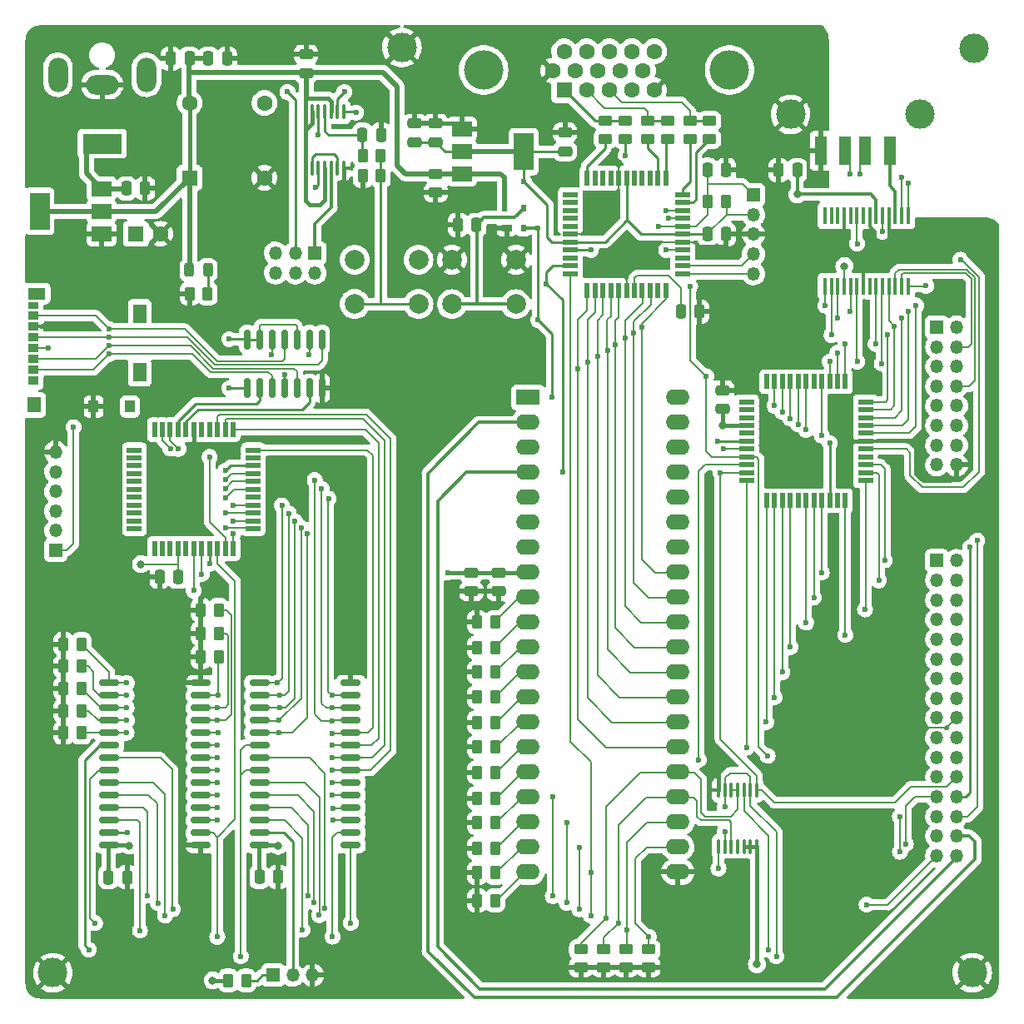
<source format=gtl>
G04 #@! TF.GenerationSoftware,KiCad,Pcbnew,6.0.4-1.fc35*
G04 #@! TF.CreationDate,2022-04-29T20:43:01+05:30*
G04 #@! TF.ProjectId,8puter,38707574-6572-42e6-9b69-6361645f7063,rev?*
G04 #@! TF.SameCoordinates,Original*
G04 #@! TF.FileFunction,Copper,L1,Top*
G04 #@! TF.FilePolarity,Positive*
%FSLAX46Y46*%
G04 Gerber Fmt 4.6, Leading zero omitted, Abs format (unit mm)*
G04 Created by KiCad (PCBNEW 6.0.4-1.fc35) date 2022-04-29 20:43:01*
%MOMM*%
%LPD*%
G01*
G04 APERTURE LIST*
G04 Aperture macros list*
%AMRoundRect*
0 Rectangle with rounded corners*
0 $1 Rounding radius*
0 $2 $3 $4 $5 $6 $7 $8 $9 X,Y pos of 4 corners*
0 Add a 4 corners polygon primitive as box body*
4,1,4,$2,$3,$4,$5,$6,$7,$8,$9,$2,$3,0*
0 Add four circle primitives for the rounded corners*
1,1,$1+$1,$2,$3*
1,1,$1+$1,$4,$5*
1,1,$1+$1,$6,$7*
1,1,$1+$1,$8,$9*
0 Add four rect primitives between the rounded corners*
20,1,$1+$1,$2,$3,$4,$5,0*
20,1,$1+$1,$4,$5,$6,$7,0*
20,1,$1+$1,$6,$7,$8,$9,0*
20,1,$1+$1,$8,$9,$2,$3,0*%
G04 Aperture macros list end*
G04 #@! TA.AperFunction,SMDPad,CuDef*
%ADD10RoundRect,0.250000X-0.250000X-0.475000X0.250000X-0.475000X0.250000X0.475000X-0.250000X0.475000X0*%
G04 #@! TD*
G04 #@! TA.AperFunction,SMDPad,CuDef*
%ADD11RoundRect,0.250000X-0.262500X-0.450000X0.262500X-0.450000X0.262500X0.450000X-0.262500X0.450000X0*%
G04 #@! TD*
G04 #@! TA.AperFunction,SMDPad,CuDef*
%ADD12RoundRect,0.250000X0.262500X0.450000X-0.262500X0.450000X-0.262500X-0.450000X0.262500X-0.450000X0*%
G04 #@! TD*
G04 #@! TA.AperFunction,SMDPad,CuDef*
%ADD13R,1.100000X0.850000*%
G04 #@! TD*
G04 #@! TA.AperFunction,SMDPad,CuDef*
%ADD14R,1.100000X0.750000*%
G04 #@! TD*
G04 #@! TA.AperFunction,SMDPad,CuDef*
%ADD15R,1.000000X1.200000*%
G04 #@! TD*
G04 #@! TA.AperFunction,SMDPad,CuDef*
%ADD16R,1.800000X1.170000*%
G04 #@! TD*
G04 #@! TA.AperFunction,SMDPad,CuDef*
%ADD17R,1.350000X1.900000*%
G04 #@! TD*
G04 #@! TA.AperFunction,SMDPad,CuDef*
%ADD18R,1.350000X1.550000*%
G04 #@! TD*
G04 #@! TA.AperFunction,ComponentPad*
%ADD19C,2.000000*%
G04 #@! TD*
G04 #@! TA.AperFunction,ComponentPad*
%ADD20C,3.000000*%
G04 #@! TD*
G04 #@! TA.AperFunction,SMDPad,CuDef*
%ADD21RoundRect,0.150000X0.875000X0.150000X-0.875000X0.150000X-0.875000X-0.150000X0.875000X-0.150000X0*%
G04 #@! TD*
G04 #@! TA.AperFunction,SMDPad,CuDef*
%ADD22R,1.000000X0.700000*%
G04 #@! TD*
G04 #@! TA.AperFunction,SMDPad,CuDef*
%ADD23R,0.600000X0.700000*%
G04 #@! TD*
G04 #@! TA.AperFunction,ComponentPad*
%ADD24R,1.350000X1.350000*%
G04 #@! TD*
G04 #@! TA.AperFunction,ComponentPad*
%ADD25O,1.350000X1.350000*%
G04 #@! TD*
G04 #@! TA.AperFunction,SMDPad,CuDef*
%ADD26RoundRect,0.250000X-0.450000X0.262500X-0.450000X-0.262500X0.450000X-0.262500X0.450000X0.262500X0*%
G04 #@! TD*
G04 #@! TA.AperFunction,ComponentPad*
%ADD27R,2.400000X1.600000*%
G04 #@! TD*
G04 #@! TA.AperFunction,ComponentPad*
%ADD28O,2.400000X1.600000*%
G04 #@! TD*
G04 #@! TA.AperFunction,SMDPad,CuDef*
%ADD29RoundRect,0.250000X0.250000X0.475000X-0.250000X0.475000X-0.250000X-0.475000X0.250000X-0.475000X0*%
G04 #@! TD*
G04 #@! TA.AperFunction,SMDPad,CuDef*
%ADD30RoundRect,0.250000X-0.475000X0.250000X-0.475000X-0.250000X0.475000X-0.250000X0.475000X0.250000X0*%
G04 #@! TD*
G04 #@! TA.AperFunction,SMDPad,CuDef*
%ADD31RoundRect,0.250000X0.475000X-0.250000X0.475000X0.250000X-0.475000X0.250000X-0.475000X-0.250000X0*%
G04 #@! TD*
G04 #@! TA.AperFunction,SMDPad,CuDef*
%ADD32R,2.000000X1.500000*%
G04 #@! TD*
G04 #@! TA.AperFunction,SMDPad,CuDef*
%ADD33R,2.000000X3.800000*%
G04 #@! TD*
G04 #@! TA.AperFunction,SMDPad,CuDef*
%ADD34R,1.500000X0.520000*%
G04 #@! TD*
G04 #@! TA.AperFunction,SMDPad,CuDef*
%ADD35R,0.520000X1.500000*%
G04 #@! TD*
G04 #@! TA.AperFunction,ComponentPad*
%ADD36R,1.600000X1.600000*%
G04 #@! TD*
G04 #@! TA.AperFunction,ComponentPad*
%ADD37C,1.600000*%
G04 #@! TD*
G04 #@! TA.AperFunction,SMDPad,CuDef*
%ADD38RoundRect,0.100000X-0.100000X0.637500X-0.100000X-0.637500X0.100000X-0.637500X0.100000X0.637500X0*%
G04 #@! TD*
G04 #@! TA.AperFunction,SMDPad,CuDef*
%ADD39RoundRect,0.243750X0.243750X0.456250X-0.243750X0.456250X-0.243750X-0.456250X0.243750X-0.456250X0*%
G04 #@! TD*
G04 #@! TA.AperFunction,ComponentPad*
%ADD40C,4.000000*%
G04 #@! TD*
G04 #@! TA.AperFunction,SMDPad,CuDef*
%ADD41RoundRect,0.150000X0.150000X-0.825000X0.150000X0.825000X-0.150000X0.825000X-0.150000X-0.825000X0*%
G04 #@! TD*
G04 #@! TA.AperFunction,SMDPad,CuDef*
%ADD42R,0.450000X1.750000*%
G04 #@! TD*
G04 #@! TA.AperFunction,SMDPad,CuDef*
%ADD43R,0.550000X1.500000*%
G04 #@! TD*
G04 #@! TA.AperFunction,SMDPad,CuDef*
%ADD44R,1.500000X0.550000*%
G04 #@! TD*
G04 #@! TA.AperFunction,ComponentPad*
%ADD45R,4.000000X2.000000*%
G04 #@! TD*
G04 #@! TA.AperFunction,ComponentPad*
%ADD46O,3.300000X2.000000*%
G04 #@! TD*
G04 #@! TA.AperFunction,ComponentPad*
%ADD47O,2.000000X3.500000*%
G04 #@! TD*
G04 #@! TA.AperFunction,SMDPad,CuDef*
%ADD48RoundRect,0.100000X0.100000X-0.637500X0.100000X0.637500X-0.100000X0.637500X-0.100000X-0.637500X0*%
G04 #@! TD*
G04 #@! TA.AperFunction,SMDPad,CuDef*
%ADD49R,1.250000X3.000000*%
G04 #@! TD*
G04 #@! TA.AperFunction,ViaPad*
%ADD50C,0.800000*%
G04 #@! TD*
G04 #@! TA.AperFunction,ViaPad*
%ADD51C,0.600000*%
G04 #@! TD*
G04 #@! TA.AperFunction,Conductor*
%ADD52C,0.400000*%
G04 #@! TD*
G04 #@! TA.AperFunction,Conductor*
%ADD53C,0.300000*%
G04 #@! TD*
G04 #@! TA.AperFunction,Conductor*
%ADD54C,0.200000*%
G04 #@! TD*
G04 #@! TA.AperFunction,Conductor*
%ADD55C,0.500000*%
G04 #@! TD*
G04 #@! TA.AperFunction,Conductor*
%ADD56C,0.160000*%
G04 #@! TD*
G04 #@! TA.AperFunction,Conductor*
%ADD57C,0.250000*%
G04 #@! TD*
G04 APERTURE END LIST*
D10*
X129000000Y-122260000D03*
X130900000Y-122260000D03*
D11*
X139523000Y-50968750D03*
X141348000Y-50968750D03*
D12*
X152985781Y-119345000D03*
X151160781Y-119345000D03*
D13*
X105995000Y-71795000D03*
X105995000Y-70695000D03*
X105995000Y-69595000D03*
X105995000Y-68495000D03*
X105995000Y-67395000D03*
X105995000Y-66295000D03*
X105995000Y-65195000D03*
D14*
X105995000Y-64145000D03*
D15*
X112145000Y-74430000D03*
X115845000Y-74430000D03*
D16*
X106345000Y-62935000D03*
D17*
X116820000Y-64960000D03*
D18*
X106120000Y-74255000D03*
D17*
X116820000Y-70930000D03*
D19*
X148592214Y-59500786D03*
X155092214Y-59500786D03*
X148592214Y-64000786D03*
X155092214Y-64000786D03*
D20*
X108000000Y-132000000D03*
D21*
X138300000Y-119045000D03*
X138300000Y-117775000D03*
X138300000Y-116505000D03*
X138300000Y-115235000D03*
X138300000Y-113965000D03*
X138300000Y-112695000D03*
X138300000Y-111425000D03*
X138300000Y-110155000D03*
X138300000Y-108885000D03*
X138300000Y-107615000D03*
X138300000Y-106345000D03*
X138300000Y-105075000D03*
X138300000Y-103805000D03*
X138300000Y-102535000D03*
X129000000Y-102535000D03*
X129000000Y-103805000D03*
X129000000Y-105075000D03*
X129000000Y-106345000D03*
X129000000Y-107615000D03*
X129000000Y-108885000D03*
X129000000Y-110155000D03*
X129000000Y-111425000D03*
X129000000Y-112695000D03*
X129000000Y-113965000D03*
X129000000Y-115235000D03*
X129000000Y-116505000D03*
X129000000Y-117775000D03*
X129000000Y-119045000D03*
D22*
X154148005Y-56244988D03*
D23*
X155848005Y-56244988D03*
X155848005Y-54244988D03*
X153948005Y-54244988D03*
D24*
X130400000Y-132240000D03*
D25*
X132400000Y-132240000D03*
X134400000Y-132240000D03*
D26*
X161698000Y-129620000D03*
X161698000Y-131445000D03*
D12*
X152985781Y-103945000D03*
X151160781Y-103945000D03*
X152985781Y-96345000D03*
X151160781Y-96345000D03*
D27*
X156320000Y-73490000D03*
D28*
X156320000Y-76030000D03*
X156320000Y-78570000D03*
X156320000Y-81110000D03*
X156320000Y-83650000D03*
X156320000Y-86190000D03*
X156320000Y-88730000D03*
X156320000Y-91270000D03*
X156320000Y-93810000D03*
X156320000Y-96350000D03*
X156320000Y-98890000D03*
X156320000Y-101430000D03*
X156320000Y-103970000D03*
X156320000Y-106510000D03*
X156320000Y-109050000D03*
X156320000Y-111590000D03*
X156320000Y-114130000D03*
X156320000Y-116670000D03*
X156320000Y-119210000D03*
X156320000Y-121750000D03*
X171560000Y-121750000D03*
X171560000Y-119210000D03*
X171560000Y-116670000D03*
X171560000Y-114130000D03*
X171560000Y-111590000D03*
X171560000Y-109050000D03*
X171560000Y-106510000D03*
X171560000Y-103970000D03*
X171560000Y-101430000D03*
X171560000Y-98890000D03*
X171560000Y-96350000D03*
X171560000Y-93810000D03*
X171560000Y-91270000D03*
X171560000Y-88730000D03*
X171560000Y-86190000D03*
X171560000Y-83650000D03*
X171560000Y-81110000D03*
X171560000Y-78570000D03*
X171560000Y-76030000D03*
X171560000Y-73490000D03*
D26*
X172780000Y-45367500D03*
X172780000Y-47192500D03*
D12*
X110912500Y-105350000D03*
X109087500Y-105350000D03*
D29*
X121890000Y-39040000D03*
X119990000Y-39040000D03*
D20*
X201500000Y-132000000D03*
D30*
X150560000Y-91320774D03*
X150560000Y-93220774D03*
D31*
X133748000Y-40518750D03*
X133748000Y-38618750D03*
D12*
X152985781Y-111645000D03*
X151160781Y-111645000D03*
D31*
X176098000Y-74645000D03*
X176098000Y-72745000D03*
D32*
X149598000Y-46195000D03*
D33*
X155898000Y-48495000D03*
D32*
X149598000Y-48495000D03*
X149598000Y-50795000D03*
D24*
X197898000Y-66345000D03*
D25*
X199898000Y-66345000D03*
X197898000Y-68345000D03*
X199898000Y-68345000D03*
X197898000Y-70345000D03*
X199898000Y-70345000D03*
X197898000Y-72345000D03*
X199898000Y-72345000D03*
X197898000Y-74345000D03*
X199898000Y-74345000D03*
X197898000Y-76345000D03*
X199898000Y-76345000D03*
X197898000Y-78345000D03*
X199898000Y-78345000D03*
X197898000Y-80345000D03*
X199898000Y-80345000D03*
D34*
X116290000Y-78840000D03*
X116290000Y-79640000D03*
X116290000Y-80440000D03*
X116290000Y-81240000D03*
X116290000Y-82040000D03*
X116290000Y-82840000D03*
X116290000Y-83640000D03*
X116290000Y-84440000D03*
X116290000Y-85240000D03*
X116290000Y-86040000D03*
X116290000Y-86840000D03*
D35*
X118340000Y-88890000D03*
X119140000Y-88890000D03*
X119940000Y-88890000D03*
X120740000Y-88890000D03*
X121540000Y-88890000D03*
X122340000Y-88890000D03*
X123140000Y-88890000D03*
X123940000Y-88890000D03*
X124740000Y-88890000D03*
X125540000Y-88890000D03*
X126340000Y-88890000D03*
D34*
X128390000Y-86840000D03*
X128390000Y-86040000D03*
X128390000Y-85240000D03*
X128390000Y-84440000D03*
X128390000Y-83640000D03*
X128390000Y-82840000D03*
X128390000Y-82040000D03*
X128390000Y-81240000D03*
X128390000Y-80440000D03*
X128390000Y-79640000D03*
X128390000Y-78840000D03*
D35*
X126340000Y-76790000D03*
X125540000Y-76790000D03*
X124740000Y-76790000D03*
X123940000Y-76790000D03*
X123140000Y-76790000D03*
X122340000Y-76790000D03*
X121540000Y-76790000D03*
X120740000Y-76790000D03*
X119940000Y-76790000D03*
X119140000Y-76790000D03*
X118340000Y-76790000D03*
D26*
X166250000Y-45367500D03*
X166250000Y-47192500D03*
D24*
X179250000Y-52900000D03*
D25*
X179250000Y-54900000D03*
X179250000Y-56900000D03*
X179250000Y-58900000D03*
X179250000Y-60900000D03*
D10*
X113650000Y-122280000D03*
X115550000Y-122280000D03*
X123830000Y-39040000D03*
X125730000Y-39040000D03*
D36*
X116442888Y-56855000D03*
D37*
X118942888Y-56855000D03*
D35*
X188598005Y-71894988D03*
X187798005Y-71894988D03*
X186998005Y-71894988D03*
X186198005Y-71894988D03*
X185398005Y-71894988D03*
X184598005Y-71894988D03*
X183798005Y-71894988D03*
X182998005Y-71894988D03*
X182198005Y-71894988D03*
X181398005Y-71894988D03*
X180598005Y-71894988D03*
D34*
X178548005Y-73944988D03*
X178548005Y-74744988D03*
X178548005Y-75544988D03*
X178548005Y-76344988D03*
X178548005Y-77144988D03*
X178548005Y-77944988D03*
X178548005Y-78744988D03*
X178548005Y-79544988D03*
X178548005Y-80344988D03*
X178548005Y-81144988D03*
X178548005Y-81944988D03*
D35*
X180598005Y-83994988D03*
X181398005Y-83994988D03*
X182198005Y-83994988D03*
X182998005Y-83994988D03*
X183798005Y-83994988D03*
X184598005Y-83994988D03*
X185398005Y-83994988D03*
X186198005Y-83994988D03*
X186998005Y-83994988D03*
X187798005Y-83994988D03*
X188598005Y-83994988D03*
D34*
X190648005Y-81944988D03*
X190648005Y-81144988D03*
X190648005Y-80344988D03*
X190648005Y-79544988D03*
X190648005Y-78744988D03*
X190648005Y-77944988D03*
X190648005Y-77144988D03*
X190648005Y-76344988D03*
X190648005Y-75544988D03*
X190648005Y-74744988D03*
X190648005Y-73944988D03*
D11*
X125837500Y-132790000D03*
X127662500Y-132790000D03*
D38*
X179598000Y-113432500D03*
X178948000Y-113432500D03*
X178298000Y-113432500D03*
X177648000Y-113432500D03*
X176998000Y-113432500D03*
X176348000Y-113432500D03*
X175698000Y-113432500D03*
X175698000Y-119157500D03*
X176348000Y-119157500D03*
X176998000Y-119157500D03*
X177648000Y-119157500D03*
X178298000Y-119157500D03*
X178948000Y-119157500D03*
X179598000Y-119157500D03*
D39*
X123758000Y-60535000D03*
X121883000Y-60535000D03*
D12*
X152985781Y-109045000D03*
X151160781Y-109045000D03*
X124857500Y-97480000D03*
X123032500Y-97480000D03*
D40*
X176813000Y-40195331D03*
X151813000Y-40195331D03*
D36*
X159998000Y-42245331D03*
D37*
X162288000Y-42245331D03*
X164578000Y-42245331D03*
X166868000Y-42245331D03*
X169158000Y-42245331D03*
X158853000Y-40265331D03*
X161143000Y-40265331D03*
X163433000Y-40265331D03*
X165723000Y-40265331D03*
X168013000Y-40265331D03*
X159998000Y-38285331D03*
X162288000Y-38285331D03*
X164578000Y-38285331D03*
X166868000Y-38285331D03*
X169158000Y-38285331D03*
D26*
X168500000Y-45367500D03*
X168500000Y-47192500D03*
D12*
X152985781Y-101445000D03*
X151160781Y-101445000D03*
D26*
X164190000Y-45367500D03*
X164190000Y-47192500D03*
D24*
X108282000Y-89050000D03*
D25*
X108282000Y-87050000D03*
X108282000Y-85050000D03*
X108282000Y-83050000D03*
X108282000Y-81050000D03*
X108282000Y-79050000D03*
D30*
X153360000Y-91320774D03*
X153360000Y-93220774D03*
D24*
X197898000Y-90095000D03*
D25*
X199898000Y-90095000D03*
X197898000Y-92095000D03*
X199898000Y-92095000D03*
X197898000Y-94095000D03*
X199898000Y-94095000D03*
X197898000Y-96095000D03*
X199898000Y-96095000D03*
X197898000Y-98095000D03*
X199898000Y-98095000D03*
X197898000Y-100095000D03*
X199898000Y-100095000D03*
X197898000Y-102095000D03*
X199898000Y-102095000D03*
X197898000Y-104095000D03*
X199898000Y-104095000D03*
X197898000Y-106095000D03*
X199898000Y-106095000D03*
X197898000Y-108095000D03*
X199898000Y-108095000D03*
X197898000Y-110095000D03*
X199898000Y-110095000D03*
X197898000Y-112095000D03*
X199898000Y-112095000D03*
X197898000Y-114095000D03*
X199898000Y-114095000D03*
X197898000Y-116095000D03*
X199898000Y-116095000D03*
X197898000Y-118095000D03*
X199898000Y-118095000D03*
X197898000Y-120095000D03*
X199898000Y-120095000D03*
D41*
X127738000Y-72542500D03*
X129008000Y-72542500D03*
X130278000Y-72542500D03*
X131548000Y-72542500D03*
X132818000Y-72542500D03*
X134088000Y-72542500D03*
X135358000Y-72542500D03*
X135358000Y-67592500D03*
X134088000Y-67592500D03*
X132818000Y-67592500D03*
X131548000Y-67592500D03*
X130278000Y-67592500D03*
X129008000Y-67592500D03*
X127738000Y-67592500D03*
D26*
X163998000Y-129632500D03*
X163998000Y-131457500D03*
D12*
X152985781Y-121845000D03*
X151160781Y-121845000D03*
X152985781Y-124645000D03*
X151160781Y-124645000D03*
D42*
X186523000Y-62195000D03*
X187173000Y-62195000D03*
X187823000Y-62195000D03*
X188473000Y-62195000D03*
X189123000Y-62195000D03*
X189773000Y-62195000D03*
X190423000Y-62195000D03*
X191073000Y-62195000D03*
X191723000Y-62195000D03*
X192373000Y-62195000D03*
X193023000Y-62195000D03*
X193673000Y-62195000D03*
X194323000Y-62195000D03*
X194973000Y-62195000D03*
X194973000Y-54995000D03*
X194323000Y-54995000D03*
X193673000Y-54995000D03*
X193023000Y-54995000D03*
X192373000Y-54995000D03*
X191723000Y-54995000D03*
X191073000Y-54995000D03*
X190423000Y-54995000D03*
X189773000Y-54995000D03*
X189123000Y-54995000D03*
X188473000Y-54995000D03*
X187823000Y-54995000D03*
X187173000Y-54995000D03*
X186523000Y-54995000D03*
D29*
X151092219Y-55945000D03*
X149192219Y-55945000D03*
D20*
X143500000Y-37900000D03*
D12*
X152985781Y-106545000D03*
X151160781Y-106545000D03*
D26*
X174770000Y-45367500D03*
X174770000Y-47192500D03*
D12*
X110912500Y-100850000D03*
X109087500Y-100850000D03*
X110912500Y-103100000D03*
X109087500Y-103100000D03*
X176440000Y-53580000D03*
X174615000Y-53580000D03*
X123745500Y-62945000D03*
X121920500Y-62945000D03*
D31*
X146942226Y-47545000D03*
X146942226Y-45645000D03*
D29*
X183700000Y-50380000D03*
X181800000Y-50380000D03*
D26*
X168598000Y-129632500D03*
X168598000Y-131457500D03*
D10*
X139485500Y-46768750D03*
X141385500Y-46768750D03*
X174577500Y-56900000D03*
X176477500Y-56900000D03*
X174577500Y-50350000D03*
X176477500Y-50350000D03*
D21*
X123050000Y-119050000D03*
X123050000Y-117780000D03*
X123050000Y-116510000D03*
X123050000Y-115240000D03*
X123050000Y-113970000D03*
X123050000Y-112700000D03*
X123050000Y-111430000D03*
X123050000Y-110160000D03*
X123050000Y-108890000D03*
X123050000Y-107620000D03*
X123050000Y-106350000D03*
X123050000Y-105080000D03*
X123050000Y-103810000D03*
X123050000Y-102540000D03*
X113750000Y-102540000D03*
X113750000Y-103810000D03*
X113750000Y-105080000D03*
X113750000Y-106350000D03*
X113750000Y-107620000D03*
X113750000Y-108890000D03*
X113750000Y-110160000D03*
X113750000Y-111430000D03*
X113750000Y-112700000D03*
X113750000Y-113970000D03*
X113750000Y-115240000D03*
X113750000Y-116510000D03*
X113750000Y-117780000D03*
X113750000Y-119050000D03*
D43*
X162340000Y-62590000D03*
X163140000Y-62590000D03*
X163940000Y-62590000D03*
X164740000Y-62590000D03*
X165540000Y-62590000D03*
X166340000Y-62590000D03*
X167140000Y-62590000D03*
X167940000Y-62590000D03*
X168740000Y-62590000D03*
X169540000Y-62590000D03*
X170340000Y-62590000D03*
D44*
X172040000Y-60890000D03*
X172040000Y-60090000D03*
X172040000Y-59290000D03*
X172040000Y-58490000D03*
X172040000Y-57690000D03*
X172040000Y-56890000D03*
X172040000Y-56090000D03*
X172040000Y-55290000D03*
X172040000Y-54490000D03*
X172040000Y-53690000D03*
X172040000Y-52890000D03*
D43*
X170340000Y-51190000D03*
X169540000Y-51190000D03*
X168740000Y-51190000D03*
X167940000Y-51190000D03*
X167140000Y-51190000D03*
X166340000Y-51190000D03*
X165540000Y-51190000D03*
X164740000Y-51190000D03*
X163940000Y-51190000D03*
X163140000Y-51190000D03*
X162340000Y-51190000D03*
D44*
X160640000Y-52890000D03*
X160640000Y-53690000D03*
X160640000Y-54490000D03*
X160640000Y-55290000D03*
X160640000Y-56090000D03*
X160640000Y-56890000D03*
X160640000Y-57690000D03*
X160640000Y-58490000D03*
X160640000Y-59290000D03*
X160640000Y-60090000D03*
X160640000Y-60890000D03*
D45*
X113018000Y-47685000D03*
D46*
X113018000Y-41685000D03*
D47*
X117518000Y-40685000D03*
X108518000Y-40685000D03*
D19*
X145198000Y-63989226D03*
X138698000Y-63989226D03*
X138698000Y-59489226D03*
X145198000Y-59489226D03*
D32*
X112948000Y-56865000D03*
D33*
X106648000Y-54565000D03*
D32*
X112948000Y-54565000D03*
X112948000Y-52265000D03*
D26*
X166298000Y-129632500D03*
X166298000Y-131457500D03*
D31*
X144798000Y-47545000D03*
X144798000Y-45645000D03*
D12*
X152985781Y-114245000D03*
X151160781Y-114245000D03*
D26*
X170520000Y-45367500D03*
X170520000Y-47192500D03*
D12*
X152985781Y-98945000D03*
X151160781Y-98945000D03*
D24*
X134648000Y-58818750D03*
D25*
X134648000Y-60818750D03*
X132648000Y-58818750D03*
X132648000Y-60818750D03*
X130648000Y-58818750D03*
X130648000Y-60818750D03*
D12*
X110912500Y-98572500D03*
X109087500Y-98572500D03*
D48*
X133698000Y-50181250D03*
X134348000Y-50181250D03*
X134998000Y-50181250D03*
X135648000Y-50181250D03*
X136298000Y-50181250D03*
X136948000Y-50181250D03*
X137598000Y-50181250D03*
X137598000Y-44456250D03*
X136948000Y-44456250D03*
X136298000Y-44456250D03*
X135648000Y-44456250D03*
X134998000Y-44456250D03*
X134348000Y-44456250D03*
X133698000Y-44456250D03*
D12*
X152985781Y-116745000D03*
X151160781Y-116745000D03*
X124857500Y-95100000D03*
X123032500Y-95100000D03*
D10*
X171860000Y-64780000D03*
X173760000Y-64780000D03*
D12*
X141348000Y-48868750D03*
X139523000Y-48868750D03*
D10*
X118840000Y-91740000D03*
X120740000Y-91740000D03*
D31*
X160090000Y-48460000D03*
X160090000Y-46560000D03*
D49*
X193098000Y-48395000D03*
X190598000Y-48395000D03*
X188598000Y-48395000D03*
X186098000Y-48395000D03*
D20*
X183028000Y-44715000D03*
X196168000Y-44715000D03*
D10*
X115498000Y-52235000D03*
X117398000Y-52235000D03*
D12*
X124857500Y-99910000D03*
X123032500Y-99910000D03*
X110912500Y-107602500D03*
X109087500Y-107602500D03*
D20*
X201700000Y-38000000D03*
D30*
X146948000Y-50745000D03*
X146948000Y-52645000D03*
D36*
X121908000Y-51155000D03*
D37*
X129528000Y-51155000D03*
X129528000Y-43535000D03*
X121908000Y-43535000D03*
D50*
X165515500Y-49660000D03*
D51*
X123530000Y-46760000D03*
D50*
X128712000Y-92175000D03*
D51*
X120170000Y-46760000D03*
D50*
X122330000Y-78530000D03*
D51*
X120180000Y-45880000D03*
X123530000Y-47600000D03*
D50*
X108590000Y-66300000D03*
X175698000Y-111095000D03*
X181698000Y-111095000D03*
D51*
X120160000Y-48470000D03*
D50*
X124772000Y-92195000D03*
D51*
X120170000Y-47600000D03*
X123540000Y-45880000D03*
D50*
X139998000Y-54018750D03*
X144298000Y-54018750D03*
X188298000Y-79045000D03*
X144788000Y-43315000D03*
X191930000Y-107070000D03*
X108590000Y-74400000D03*
X141408000Y-43335000D03*
D51*
X123520000Y-48470000D03*
X175898000Y-81145000D03*
X158198000Y-61945000D03*
X123940000Y-79540000D03*
X159830000Y-81120000D03*
X178548005Y-109094988D03*
X131025000Y-107615000D03*
X161398005Y-70544988D03*
X115500000Y-107590000D03*
X133892000Y-87390000D03*
X126340000Y-87340000D03*
X133250000Y-86760000D03*
X162398005Y-69944988D03*
X125540000Y-86740000D03*
X115525000Y-106340000D03*
X131025000Y-106340000D03*
X180548005Y-106494988D03*
X163398005Y-69344988D03*
X126340000Y-86040000D03*
X115500000Y-105065000D03*
X181398005Y-103994988D03*
X131050000Y-105065000D03*
X132640000Y-86120000D03*
X182198005Y-101444988D03*
X131100000Y-103790000D03*
X115500000Y-103765000D03*
X132000000Y-85290000D03*
X164398005Y-68744988D03*
X125540000Y-85240000D03*
X131290000Y-84480000D03*
X165198000Y-68095000D03*
X115520000Y-102540000D03*
X182998005Y-98894988D03*
X126340000Y-84450000D03*
X130825000Y-102515000D03*
X136040000Y-83780000D03*
X184598005Y-96394988D03*
X124775000Y-103790000D03*
X125540000Y-83740000D03*
X166198005Y-67490000D03*
X136400000Y-103815000D03*
X135340000Y-82790000D03*
X125540000Y-82740000D03*
X185398005Y-93844988D03*
X167098005Y-66944988D03*
X124750000Y-105040000D03*
X136425000Y-105065000D03*
X125540000Y-81840000D03*
X167898005Y-66344988D03*
X124750000Y-106320000D03*
X136420000Y-106360000D03*
X186198005Y-91294988D03*
X134640000Y-81890000D03*
X165498005Y-126944988D03*
X112300000Y-126950000D03*
X138310000Y-126930000D03*
X124720000Y-128350000D03*
X194748000Y-118895000D03*
X168598000Y-128345000D03*
X136440000Y-128320000D03*
X136460000Y-116460000D03*
X124710000Y-116460000D03*
X124700000Y-115210000D03*
X136460000Y-115270000D03*
X136450000Y-113950000D03*
X124720000Y-113950000D03*
X124730000Y-112660000D03*
X136450000Y-112670000D03*
X188598005Y-97644988D03*
X136410000Y-111390000D03*
X124720000Y-111390000D03*
X124720000Y-110130000D03*
X190598000Y-95045000D03*
X136420000Y-110150000D03*
X191998000Y-92095000D03*
X136430000Y-108860000D03*
X124740000Y-108860000D03*
X136430000Y-107630000D03*
X124770000Y-107580000D03*
X192598000Y-90044988D03*
X161548005Y-125544988D03*
X161543005Y-119239988D03*
X120220000Y-125530000D03*
X135640000Y-125480000D03*
X135090000Y-126140000D03*
X119400000Y-126200000D03*
X162698005Y-121794988D03*
X162698005Y-126194988D03*
X118700000Y-124900000D03*
X134540000Y-124830000D03*
X160243005Y-116699988D03*
X160243005Y-124889988D03*
X133940000Y-124150000D03*
X158848005Y-114144988D03*
X117650000Y-124160000D03*
X158848005Y-124194988D03*
X194148000Y-119695000D03*
X173698000Y-110345000D03*
X166348005Y-127644988D03*
X116860000Y-127700000D03*
X194148000Y-116095000D03*
X133390000Y-127630000D03*
X190773000Y-125070000D03*
X164298000Y-126445000D03*
X148210000Y-91300000D03*
D50*
X115752000Y-119075000D03*
X188498000Y-60145000D03*
X124250000Y-132790000D03*
X130900000Y-119090000D03*
X176100000Y-76330000D03*
X183698000Y-52845000D03*
X179598000Y-131145000D03*
X116960000Y-90440000D03*
D51*
X201298000Y-88745000D03*
X123140000Y-91470000D03*
X115590000Y-117750000D03*
X176222219Y-78744988D03*
X201998000Y-88045000D03*
X174448000Y-71345000D03*
X170370000Y-58500000D03*
X123930000Y-90400000D03*
X172810000Y-62210000D03*
X180698000Y-109945000D03*
X175698000Y-121395000D03*
X134748000Y-52118750D03*
X131548000Y-71142000D03*
X125948000Y-67567500D03*
X125948000Y-72567500D03*
X155900000Y-51520000D03*
X110102000Y-76520000D03*
X107545000Y-68490000D03*
X175650000Y-77980000D03*
X122330000Y-93130000D03*
X180798000Y-129669511D03*
X111660000Y-129640000D03*
X127120000Y-130330000D03*
X176348000Y-117645000D03*
X181580000Y-130330000D03*
X176348000Y-115145000D03*
X186548500Y-64145000D03*
X195798000Y-64145000D03*
X189098000Y-64745000D03*
X194998000Y-64745000D03*
X187798000Y-65445000D03*
X194298000Y-65445000D03*
X193598000Y-66245000D03*
X187198000Y-67145000D03*
X192922500Y-67145000D03*
X188598000Y-68045000D03*
X191673500Y-68045000D03*
X187798000Y-68945000D03*
X192298000Y-70045000D03*
X189798000Y-69845000D03*
X186998000Y-69845000D03*
X113740000Y-68240000D03*
X138848000Y-44518750D03*
X134990000Y-46790000D03*
X158790000Y-73480000D03*
X157348000Y-56245000D03*
X157348000Y-65620000D03*
X192373500Y-56645000D03*
X125540000Y-80940000D03*
X186998000Y-78145000D03*
X169610000Y-56080000D03*
X194998000Y-51745000D03*
X189098000Y-50810874D03*
X190098000Y-50810874D03*
X194298000Y-51120000D03*
X131848000Y-42418750D03*
X137648000Y-42418750D03*
X181398000Y-74345000D03*
X113730000Y-66550000D03*
X186198000Y-77368500D03*
X196798000Y-62145000D03*
X184598000Y-76794000D03*
X183798000Y-76219500D03*
X182998000Y-75645000D03*
X182198000Y-74969500D03*
X170340000Y-54490000D03*
X170640000Y-55290000D03*
X113745000Y-67395000D03*
X113730000Y-69090000D03*
X120780000Y-78720000D03*
X134048000Y-69167500D03*
X119943767Y-78696233D03*
X130248000Y-69167500D03*
X200298000Y-59495000D03*
X189798000Y-57845000D03*
X166240000Y-48920000D03*
X162730000Y-58490000D03*
D52*
X137598000Y-52188000D02*
X137598000Y-50181250D01*
D53*
X199898000Y-81445000D02*
X199898000Y-80345000D01*
D54*
X165540000Y-49684500D02*
X165515500Y-49660000D01*
X179250000Y-56900000D02*
X176430000Y-56900000D01*
D52*
X122340000Y-78520000D02*
X122330000Y-78530000D01*
D53*
X191073000Y-56120000D02*
X191598000Y-56645000D01*
D52*
X123032500Y-93934500D02*
X124772000Y-92195000D01*
X144798000Y-45645000D02*
X146942226Y-45645000D01*
D54*
X173050000Y-57690000D02*
X173450000Y-58090000D01*
D52*
X189398012Y-77944988D02*
X188298000Y-79045000D01*
D53*
X188473000Y-58520000D02*
X189198000Y-59245000D01*
X191598000Y-56645000D02*
X191598000Y-59245000D01*
D54*
X165540000Y-55290000D02*
X163940000Y-56890000D01*
D52*
X190648005Y-77944988D02*
X189398012Y-77944988D01*
D54*
X172040000Y-57690000D02*
X173050000Y-57690000D01*
D52*
X139523000Y-50968750D02*
X139523000Y-52117000D01*
D53*
X190423000Y-59245000D02*
X190423000Y-62195000D01*
D54*
X198923000Y-107070000D02*
X191930000Y-107070000D01*
D53*
X192598000Y-59245000D02*
X191598000Y-59245000D01*
D55*
X141385500Y-46768750D02*
X141385500Y-43357500D01*
D54*
X167810000Y-57690000D02*
X166340000Y-59160000D01*
X172040000Y-57690000D02*
X167810000Y-57690000D01*
D53*
X195798000Y-81295000D02*
X196548000Y-82045000D01*
D52*
X146942226Y-45645000D02*
X149048000Y-45645000D01*
D53*
X194998000Y-77945000D02*
X195798000Y-78745000D01*
D54*
X165540000Y-51190000D02*
X165540000Y-55290000D01*
D53*
X193023000Y-54995000D02*
X193023000Y-58820000D01*
D56*
X108585000Y-66295000D02*
X105995000Y-66295000D01*
D55*
X141385500Y-43357500D02*
X141408000Y-43335000D01*
D52*
X139523000Y-52117000D02*
X139120000Y-52520000D01*
D53*
X196548000Y-82045000D02*
X199298000Y-82045000D01*
D55*
X144788000Y-45635000D02*
X144798000Y-45645000D01*
D53*
X199298000Y-82045000D02*
X199898000Y-81445000D01*
D52*
X108590000Y-74400000D02*
X112115000Y-74400000D01*
X139120000Y-52520000D02*
X137930000Y-52520000D01*
D53*
X193023000Y-58820000D02*
X192598000Y-59245000D01*
D54*
X173450000Y-58090000D02*
X176210000Y-58090000D01*
D53*
X188473000Y-54995000D02*
X188473000Y-58520000D01*
D54*
X176430000Y-57870000D02*
X176430000Y-56900000D01*
D52*
X123032500Y-95100000D02*
X123032500Y-93934500D01*
X175698000Y-113432500D02*
X175698000Y-111095000D01*
D53*
X195798000Y-78745000D02*
X195798000Y-81295000D01*
D52*
X112115000Y-74400000D02*
X112145000Y-74430000D01*
D54*
X199898000Y-106095000D02*
X198923000Y-107070000D01*
X163940000Y-56890000D02*
X160640000Y-56890000D01*
X165540000Y-51190000D02*
X165540000Y-49684500D01*
D52*
X149048000Y-45645000D02*
X149598000Y-46195000D01*
D53*
X191598000Y-59245000D02*
X189198000Y-59245000D01*
D52*
X137930000Y-52520000D02*
X137598000Y-52188000D01*
D54*
X166340000Y-59160000D02*
X166340000Y-62590000D01*
D55*
X144788000Y-43315000D02*
X144788000Y-45635000D01*
D53*
X190698000Y-77945000D02*
X194998000Y-77945000D01*
X191073000Y-54995000D02*
X191073000Y-56120000D01*
D52*
X122340000Y-76790000D02*
X122340000Y-78520000D01*
D54*
X176210000Y-58090000D02*
X176430000Y-57870000D01*
D57*
X158198000Y-60722000D02*
X158830000Y-60090000D01*
D54*
X175898012Y-81144988D02*
X178548005Y-81144988D01*
D57*
X158198000Y-61945000D02*
X158198000Y-60722000D01*
D56*
X179598000Y-111945000D02*
X179598000Y-113432500D01*
X175898000Y-81145000D02*
X175898000Y-108245000D01*
X180122500Y-113432500D02*
X181380000Y-114690000D01*
X195210000Y-113090000D02*
X198903000Y-113090000D01*
X123940000Y-79540000D02*
X123940000Y-86140000D01*
D57*
X159830000Y-63577000D02*
X159830000Y-81120000D01*
D56*
X181380000Y-114690000D02*
X193610000Y-114690000D01*
X125540000Y-87740000D02*
X125540000Y-88890000D01*
X198903000Y-113090000D02*
X199898000Y-112095000D01*
X179598000Y-113432500D02*
X180122500Y-113432500D01*
D57*
X158198000Y-61945000D02*
X159830000Y-63577000D01*
X158830000Y-60090000D02*
X160640000Y-60090000D01*
D54*
X175898000Y-81145000D02*
X175898012Y-81144988D01*
D56*
X193610000Y-114690000D02*
X195210000Y-113090000D01*
X123940000Y-86140000D02*
X125540000Y-87740000D01*
X175898000Y-108245000D02*
X179598000Y-111945000D01*
X131025000Y-107615000D02*
X131020000Y-107610000D01*
X164233005Y-109079988D02*
X161398005Y-106244988D01*
X113750000Y-107620000D02*
X110930000Y-107620000D01*
X126340000Y-87340000D02*
X126340000Y-88890000D01*
X161398005Y-65621995D02*
X161398005Y-70544988D01*
X115500000Y-107590000D02*
X113740000Y-107590000D01*
X110930000Y-107620000D02*
X110912500Y-107602500D01*
X133852000Y-87340000D02*
X133852000Y-106088000D01*
X132325000Y-107615000D02*
X131025000Y-107615000D01*
X178548005Y-81944988D02*
X178548005Y-109094988D01*
X161398005Y-106244988D02*
X161398005Y-70544988D01*
X171598005Y-109079988D02*
X164233005Y-109079988D01*
X131020000Y-107610000D02*
X128975000Y-107610000D01*
X133852000Y-106088000D02*
X132325000Y-107615000D01*
X162340000Y-62590000D02*
X162340000Y-64680000D01*
X162340000Y-64680000D02*
X161398005Y-65621995D01*
X113740000Y-107590000D02*
X113725000Y-107605000D01*
X131025000Y-106340000D02*
X131005000Y-106360000D01*
X131005000Y-106360000D02*
X129000000Y-106360000D01*
X111590000Y-105350000D02*
X110912500Y-105350000D01*
X133255489Y-86715489D02*
X133255489Y-104109511D01*
X133255489Y-104109511D02*
X131025000Y-106340000D01*
X112590000Y-106350000D02*
X111590000Y-105350000D01*
X163140000Y-62590000D02*
X163140000Y-64860000D01*
X128298000Y-86765000D02*
X128303489Y-86770489D01*
X171598005Y-106539988D02*
X164893005Y-106539988D01*
X162398005Y-79144988D02*
X162398005Y-69944988D01*
X162398005Y-65601995D02*
X162398005Y-69944988D01*
X125540000Y-86740000D02*
X128290000Y-86740000D01*
X163140000Y-64860000D02*
X162398005Y-65601995D01*
X113750000Y-106350000D02*
X112590000Y-106350000D01*
X164893005Y-106539988D02*
X162398005Y-104044988D01*
X115525000Y-106340000D02*
X113765000Y-106340000D01*
X162398005Y-104044988D02*
X162398005Y-79144988D01*
X180548005Y-106494988D02*
X180598005Y-106444988D01*
X180598005Y-106444988D02*
X180598005Y-83994988D01*
X113765000Y-106340000D02*
X113750000Y-106355000D01*
X128290000Y-86740000D02*
X128390000Y-86840000D01*
X131665000Y-105065000D02*
X131050000Y-105065000D01*
X132600000Y-104130000D02*
X131665000Y-105065000D01*
X113750000Y-105080000D02*
X112892500Y-105080000D01*
X163398005Y-65651995D02*
X163398005Y-69344988D01*
X171598005Y-103999988D02*
X165653005Y-103999988D01*
X112892500Y-105080000D02*
X110912500Y-103100000D01*
X163398005Y-101744988D02*
X163398005Y-69344988D01*
X163940000Y-62590000D02*
X163940000Y-65110000D01*
X131050000Y-105065000D02*
X131030000Y-105085000D01*
X165653005Y-103999988D02*
X163398005Y-101744988D01*
X131030000Y-105085000D02*
X128975000Y-105085000D01*
X132600000Y-86070000D02*
X132600000Y-104130000D01*
X115500000Y-105065000D02*
X113740000Y-105065000D01*
X163940000Y-65110000D02*
X163398005Y-65651995D01*
X181398005Y-103994988D02*
X181398005Y-83994988D01*
X126340000Y-86040000D02*
X128390000Y-86040000D01*
X164740000Y-62590000D02*
X164740000Y-65270000D01*
X132000000Y-103360000D02*
X131570000Y-103790000D01*
X131570000Y-103790000D02*
X131100000Y-103790000D01*
X115500000Y-103765000D02*
X113740000Y-103765000D01*
X164398005Y-99144988D02*
X164398005Y-68744988D01*
X132000000Y-85290000D02*
X132000000Y-103360000D01*
X111600000Y-100850000D02*
X110912500Y-100850000D01*
X182198005Y-101444988D02*
X182198005Y-83994988D01*
X164390000Y-65620000D02*
X164390000Y-68736983D01*
X166713005Y-101459988D02*
X164398005Y-99144988D01*
X164390000Y-68736983D02*
X164398005Y-68744988D01*
X164740000Y-65270000D02*
X164390000Y-65620000D01*
X131100000Y-103790000D02*
X131095000Y-103785000D01*
X171598005Y-101459988D02*
X166713005Y-101459988D01*
X112120000Y-101370000D02*
X111600000Y-100850000D01*
X131095000Y-103785000D02*
X128975000Y-103785000D01*
X112740000Y-103810000D02*
X112120000Y-103190000D01*
X125540000Y-85240000D02*
X128390000Y-85240000D01*
X113740000Y-103765000D02*
X113725000Y-103780000D01*
X113750000Y-103810000D02*
X112740000Y-103810000D01*
X112120000Y-103190000D02*
X112120000Y-101370000D01*
X113750000Y-101410000D02*
X113750000Y-102540000D01*
X165198005Y-96944988D02*
X167173005Y-98919988D01*
X165540000Y-62590000D02*
X165540000Y-65310000D01*
X131290000Y-84480000D02*
X131300000Y-84490000D01*
X165198000Y-65652000D02*
X165198000Y-68095000D01*
X167173005Y-98919988D02*
X171598005Y-98919988D01*
X130825000Y-102515000D02*
X130805000Y-102535000D01*
X115520000Y-102540000D02*
X113750000Y-102540000D01*
X126340000Y-84440000D02*
X128390000Y-84440000D01*
X165198000Y-68095000D02*
X165198005Y-68095005D01*
X131300000Y-84490000D02*
X131300000Y-102040000D01*
X182998005Y-98894988D02*
X182998005Y-83994988D01*
X130805000Y-102535000D02*
X129000000Y-102535000D01*
X165198005Y-68095005D02*
X165198005Y-96944988D01*
X110912500Y-98572500D02*
X113750000Y-101410000D01*
X165540000Y-65310000D02*
X165198000Y-65652000D01*
X131300000Y-102040000D02*
X130825000Y-102515000D01*
X136410000Y-103805000D02*
X138300000Y-103805000D01*
X166198005Y-65691995D02*
X166198005Y-67479488D01*
X167833005Y-96379988D02*
X171598005Y-96379988D01*
X167960000Y-63170000D02*
X167960000Y-63930000D01*
X126440000Y-82840000D02*
X128390000Y-82840000D01*
X124890000Y-99910000D02*
X124780000Y-100020000D01*
X136000000Y-103415000D02*
X136400000Y-103815000D01*
X136000000Y-83730000D02*
X136000000Y-103415000D01*
X136400000Y-103815000D02*
X136410000Y-103805000D01*
X166198005Y-94744988D02*
X167833005Y-96379988D01*
X184598005Y-96394988D02*
X184598005Y-83994988D01*
X124765000Y-103780000D02*
X124775000Y-103790000D01*
X166198005Y-67479488D02*
X166198005Y-94744988D01*
X123050000Y-103780000D02*
X124765000Y-103780000D01*
X124780000Y-100020000D02*
X124780000Y-103785000D01*
X167960000Y-63930000D02*
X166198005Y-65691995D01*
X125540000Y-83740000D02*
X126440000Y-82840000D01*
X124780000Y-103785000D02*
X124775000Y-103790000D01*
X135300000Y-82740000D02*
X135300000Y-104570000D01*
X125600000Y-97480000D02*
X124857500Y-97480000D01*
X135795000Y-105065000D02*
X136425000Y-105065000D01*
X125832000Y-97712000D02*
X125600000Y-97480000D01*
X126240000Y-82040000D02*
X128390000Y-82040000D01*
X167090000Y-65760000D02*
X167090000Y-66936983D01*
X124735000Y-105055000D02*
X124750000Y-105040000D01*
X185398005Y-83994988D02*
X185398005Y-93844988D01*
X167098005Y-66944988D02*
X167098005Y-92344988D01*
X135299995Y-104569995D02*
X135430000Y-104700000D01*
X167090000Y-66936983D02*
X167098005Y-66944988D01*
X125530000Y-105040000D02*
X125832000Y-104738000D01*
X136435000Y-105075000D02*
X138300000Y-105075000D01*
X168593005Y-93839988D02*
X171598005Y-93839988D01*
X124750000Y-105040000D02*
X125530000Y-105040000D01*
X168800000Y-64050000D02*
X167090000Y-65760000D01*
X125832000Y-104738000D02*
X125832000Y-97712000D01*
X123050000Y-105055000D02*
X124735000Y-105055000D01*
X167098005Y-92344988D02*
X168593005Y-93839988D01*
X135430000Y-104700000D02*
X135795000Y-105065000D01*
X135300000Y-104570000D02*
X135430000Y-104700000D01*
X136425000Y-105065000D02*
X136435000Y-105075000D01*
X168800000Y-63230000D02*
X168800000Y-64050000D01*
X125540000Y-82740000D02*
X126240000Y-82040000D01*
X186198005Y-91294988D02*
X186198005Y-83994988D01*
X170360000Y-63510000D02*
X170360000Y-62740000D01*
X134600000Y-105650000D02*
X134730000Y-105780000D01*
X134600000Y-81840000D02*
X134600000Y-105650000D01*
X167898005Y-66344988D02*
X167898005Y-65971995D01*
X136435000Y-106345000D02*
X138300000Y-106345000D01*
X135310000Y-106360000D02*
X136420000Y-106360000D01*
X126140000Y-81240000D02*
X128390000Y-81240000D01*
X167898005Y-89944988D02*
X169253005Y-91299988D01*
X169253005Y-91299988D02*
X171598005Y-91299988D01*
X124745000Y-106325000D02*
X124750000Y-106320000D01*
X134599995Y-105649995D02*
X134730000Y-105780000D01*
X125670000Y-95100000D02*
X126182000Y-95612000D01*
X136420000Y-106360000D02*
X136435000Y-106345000D01*
X125590000Y-106320000D02*
X124750000Y-106320000D01*
X126182000Y-105728000D02*
X125590000Y-106320000D01*
X167898005Y-65971995D02*
X170360000Y-63510000D01*
X125540000Y-81840000D02*
X126140000Y-81240000D01*
X126182000Y-95612000D02*
X126182000Y-105728000D01*
X124857500Y-95100000D02*
X125670000Y-95100000D01*
X123050000Y-106325000D02*
X124745000Y-106325000D01*
X134730000Y-105780000D02*
X135310000Y-106360000D01*
X167898005Y-66344988D02*
X167898005Y-89944988D01*
X111772000Y-112308000D02*
X111772000Y-126422000D01*
X168333005Y-114159988D02*
X171598005Y-114159988D01*
X171598005Y-114159988D02*
X173162988Y-114159988D01*
X173898000Y-116495000D02*
X175148000Y-116495000D01*
X165498005Y-126944988D02*
X165498005Y-116994988D01*
X176998000Y-116695000D02*
X176998000Y-119157500D01*
X113750000Y-111420000D02*
X112660000Y-111420000D01*
X176798000Y-116495000D02*
X176998000Y-116695000D01*
X112660000Y-111420000D02*
X111772000Y-112308000D01*
X173162988Y-114159988D02*
X173498000Y-114495000D01*
X165498005Y-116994988D02*
X168333005Y-114159988D01*
X138310000Y-126930000D02*
X138310000Y-119055000D01*
X174948000Y-116495000D02*
X176798000Y-116495000D01*
X173498000Y-116095000D02*
X173898000Y-116495000D01*
X173498000Y-114495000D02*
X173498000Y-116095000D01*
X111772000Y-126422000D02*
X112300000Y-126950000D01*
X165498005Y-126944988D02*
X165498005Y-126944995D01*
X138310000Y-119055000D02*
X138300000Y-119045000D01*
X165498005Y-126944995D02*
X163998000Y-128445000D01*
X163998000Y-128445000D02*
X163998000Y-129632500D01*
X168598000Y-128345000D02*
X168598000Y-129632500D01*
X168403005Y-119239988D02*
X171598005Y-119239988D01*
X167248005Y-126995005D02*
X167248005Y-120394988D01*
X194748000Y-118895000D02*
X194748000Y-115045000D01*
X168598000Y-128345000D02*
X167248005Y-126995005D01*
X138300000Y-117775000D02*
X136915000Y-117775000D01*
X124720000Y-128350000D02*
X124730000Y-128340000D01*
X136440000Y-118250000D02*
X136440000Y-128320000D01*
X126539040Y-92199040D02*
X124740000Y-90400000D01*
X124740000Y-90400000D02*
X124740000Y-88890000D01*
X124265000Y-117755000D02*
X124730000Y-118220000D01*
X124730000Y-128340000D02*
X124730000Y-118220000D01*
X126539040Y-116410960D02*
X126539040Y-92199040D01*
X194748000Y-115045000D02*
X195698000Y-114095000D01*
X136915000Y-117775000D02*
X136440000Y-118250000D01*
X123050000Y-117755000D02*
X124265000Y-117755000D01*
X124730000Y-118220000D02*
X126539040Y-116410960D01*
X167248005Y-120394988D02*
X168403005Y-119239988D01*
X195698000Y-114095000D02*
X197898000Y-114095000D01*
X156285786Y-111619988D02*
X155710793Y-111619988D01*
X136505000Y-116505000D02*
X136460000Y-116460000D01*
X155710793Y-111619988D02*
X153085781Y-114245000D01*
X138300000Y-116505000D02*
X136505000Y-116505000D01*
X123050000Y-116485000D02*
X124685000Y-116485000D01*
X124685000Y-116485000D02*
X124710000Y-116460000D01*
X136460000Y-115270000D02*
X138265000Y-115270000D01*
X156285786Y-109079988D02*
X155650793Y-109079988D01*
X124695000Y-115215000D02*
X124700000Y-115210000D01*
X155650793Y-109079988D02*
X153085781Y-111645000D01*
X138265000Y-115270000D02*
X138300000Y-115235000D01*
X123050000Y-115215000D02*
X124695000Y-115215000D01*
X156285786Y-106539988D02*
X155590793Y-106539988D01*
X138285000Y-113950000D02*
X138300000Y-113965000D01*
X136450000Y-113950000D02*
X138285000Y-113950000D01*
X124715000Y-113945000D02*
X124720000Y-113950000D01*
X123050000Y-113945000D02*
X124715000Y-113945000D01*
X155590793Y-106539988D02*
X153085781Y-109045000D01*
X123050000Y-112675000D02*
X124715000Y-112675000D01*
X124715000Y-112675000D02*
X124730000Y-112660000D01*
X136450000Y-112670000D02*
X136475000Y-112695000D01*
X156285786Y-103999988D02*
X155630793Y-103999988D01*
X155630793Y-103999988D02*
X153085781Y-106545000D01*
X136475000Y-112695000D02*
X138300000Y-112695000D01*
X136410000Y-111390000D02*
X138265000Y-111390000D01*
X142350000Y-77713000D02*
X139842000Y-75205000D01*
X123050000Y-111405000D02*
X124705000Y-111405000D01*
X138300000Y-111425000D02*
X140315000Y-111425000D01*
X139842000Y-75205000D02*
X124982000Y-75205000D01*
X155470793Y-101459988D02*
X152985781Y-103945000D01*
X140315000Y-111425000D02*
X142350000Y-109390000D01*
X156285786Y-101459988D02*
X155470793Y-101459988D01*
X124705000Y-111405000D02*
X124720000Y-111390000D01*
X142350000Y-109390000D02*
X142350000Y-77713000D01*
X138265000Y-111390000D02*
X138300000Y-111425000D01*
X188598005Y-97644988D02*
X188598005Y-83994988D01*
X124740000Y-75447000D02*
X124740000Y-76790000D01*
X124982000Y-75205000D02*
X124740000Y-75447000D01*
X139512000Y-75665000D02*
X125665000Y-75665000D01*
X124715000Y-110135000D02*
X124720000Y-110130000D01*
X136420000Y-110150000D02*
X136425000Y-110155000D01*
X125665000Y-75665000D02*
X125540000Y-75790000D01*
X141750000Y-108890000D02*
X141750000Y-77903000D01*
X138300000Y-110155000D02*
X140485000Y-110155000D01*
X140485000Y-110155000D02*
X141750000Y-108890000D01*
X190598000Y-95045000D02*
X190598010Y-95045000D01*
X136425000Y-110155000D02*
X138300000Y-110155000D01*
X123050000Y-110135000D02*
X124715000Y-110135000D01*
X125540000Y-75790000D02*
X125540000Y-76790000D01*
X156285786Y-98919988D02*
X155510793Y-98919988D01*
X141750000Y-77903000D02*
X139512000Y-75665000D01*
X155510793Y-98919988D02*
X152985781Y-101445000D01*
X190648005Y-94995005D02*
X190648005Y-81944988D01*
X190598010Y-95045000D02*
X190648005Y-94995005D01*
X138275000Y-108860000D02*
X138300000Y-108885000D01*
X155463293Y-96379988D02*
X152898281Y-98945000D01*
X141150000Y-108140000D02*
X141150000Y-78140000D01*
X191998000Y-81344976D02*
X191798012Y-81144988D01*
X156285786Y-96379988D02*
X155463293Y-96379988D01*
X141150000Y-78140000D02*
X139800000Y-76790000D01*
X191798012Y-81144988D02*
X190648005Y-81144988D01*
X136430000Y-108860000D02*
X138275000Y-108860000D01*
X191998000Y-92095000D02*
X191998000Y-81344976D01*
X140405000Y-108885000D02*
X141150000Y-108140000D01*
X139800000Y-76790000D02*
X126340000Y-76790000D01*
X124735000Y-108865000D02*
X124740000Y-108860000D01*
X123050000Y-108865000D02*
X124735000Y-108865000D01*
X138300000Y-108885000D02*
X140405000Y-108885000D01*
X140550000Y-79410000D02*
X140550000Y-107090000D01*
X140550000Y-107090000D02*
X140365000Y-107275000D01*
X192598000Y-90044988D02*
X192598000Y-80745000D01*
X155390793Y-93839988D02*
X152885781Y-96345000D01*
X192598000Y-80745000D02*
X192197988Y-80344988D01*
X136430000Y-107630000D02*
X138285000Y-107630000D01*
X140365000Y-107275000D02*
X140025000Y-107615000D01*
X124755000Y-107595000D02*
X124770000Y-107580000D01*
X138285000Y-107630000D02*
X138300000Y-107615000D01*
X128390000Y-78840000D02*
X139980000Y-78840000D01*
X123050000Y-107595000D02*
X124755000Y-107595000D01*
X139980000Y-78840000D02*
X140550000Y-79410000D01*
X192197988Y-80344988D02*
X190648005Y-80344988D01*
X140025000Y-107615000D02*
X138300000Y-107615000D01*
X156285786Y-93839988D02*
X155390793Y-93839988D01*
X120140000Y-125450000D02*
X120140000Y-111330000D01*
X161548005Y-125544988D02*
X161543005Y-125539988D01*
X155690793Y-119239988D02*
X153085781Y-121845000D01*
X135640000Y-125480000D02*
X135640000Y-111700000D01*
X156285786Y-119239988D02*
X155690793Y-119239988D01*
X120140000Y-111330000D02*
X118960000Y-110150000D01*
X135640000Y-111700000D02*
X134095000Y-110155000D01*
X118960000Y-110150000D02*
X113750000Y-110150000D01*
X161543005Y-125539988D02*
X161543005Y-119239988D01*
X134095000Y-110155000D02*
X129000000Y-110155000D01*
X120220000Y-125530000D02*
X120140000Y-125450000D01*
X155950793Y-121779988D02*
X153085781Y-124645000D01*
X118210000Y-112690000D02*
X113750000Y-112690000D01*
X135100000Y-114180000D02*
X133615000Y-112695000D01*
X119390000Y-113870000D02*
X118210000Y-112690000D01*
X160660000Y-108507000D02*
X160660000Y-60910000D01*
X162698005Y-121794988D02*
X162698005Y-110545005D01*
X135100000Y-126130000D02*
X135100000Y-114180000D01*
X156285786Y-121779988D02*
X155950793Y-121779988D01*
X162698005Y-110545005D02*
X160660000Y-108507000D01*
X162698005Y-121794988D02*
X162698005Y-126194988D01*
X119400000Y-126200000D02*
X119390000Y-126190000D01*
X133615000Y-112695000D02*
X129000000Y-112695000D01*
X135090000Y-126140000D02*
X135100000Y-126130000D01*
X119390000Y-126190000D02*
X119390000Y-113870000D01*
X160660000Y-60910000D02*
X160640000Y-60890000D01*
X117730000Y-113960000D02*
X113740000Y-113960000D01*
X132905000Y-113965000D02*
X129000000Y-113965000D01*
X118590000Y-124790000D02*
X118590000Y-114820000D01*
X155730793Y-116699988D02*
X153085781Y-119345000D01*
X134540000Y-124830000D02*
X134540000Y-115600000D01*
X156285786Y-116699988D02*
X155730793Y-116699988D01*
X160243005Y-116699988D02*
X160243005Y-124889988D01*
X118590000Y-114820000D02*
X117730000Y-113960000D01*
X118700000Y-124900000D02*
X118590000Y-124790000D01*
X134540000Y-115600000D02*
X132905000Y-113965000D01*
X117650000Y-124160000D02*
X117650000Y-115660000D01*
X133930000Y-124140000D02*
X133930000Y-116940000D01*
X155670793Y-114159988D02*
X153085781Y-116745000D01*
X117220000Y-115230000D02*
X113740000Y-115230000D01*
X156285786Y-114159988D02*
X155670793Y-114159988D01*
X117650000Y-115660000D02*
X117220000Y-115230000D01*
X158848005Y-114144988D02*
X158848005Y-124194988D01*
X133930000Y-116940000D02*
X132225000Y-115235000D01*
X132225000Y-115235000D02*
X129000000Y-115235000D01*
X133940000Y-124150000D02*
X133930000Y-124140000D01*
X116860000Y-127700000D02*
X116860000Y-116730000D01*
X166348005Y-127644988D02*
X166348005Y-118794988D01*
X129015000Y-116490000D02*
X129000000Y-116505000D01*
X173698000Y-80994976D02*
X174347988Y-80344988D01*
X133390000Y-127630000D02*
X133390000Y-118310000D01*
X166348005Y-118794988D02*
X168443005Y-116699988D01*
X116630000Y-116500000D02*
X113740000Y-116500000D01*
X166348005Y-129582495D02*
X166298000Y-129632500D01*
X116860000Y-116730000D02*
X116630000Y-116500000D01*
X131570000Y-116490000D02*
X129015000Y-116490000D01*
X166348005Y-127644988D02*
X166348005Y-129582495D01*
X194148000Y-116095000D02*
X194148000Y-119695000D01*
X168443005Y-116699988D02*
X171598005Y-116699988D01*
X133390000Y-118310000D02*
X131570000Y-116490000D01*
X173698000Y-110345000D02*
X173698000Y-80994976D01*
X174347988Y-80344988D02*
X178548005Y-80344988D01*
X164298000Y-126445000D02*
X164298000Y-115095000D01*
X173948000Y-115745000D02*
X174298000Y-116095000D01*
X164298000Y-115095000D02*
X167773012Y-111619988D01*
X164223000Y-126445000D02*
X161698000Y-128970000D01*
X171598005Y-111619988D02*
X173223005Y-111619988D01*
X192923000Y-125070000D02*
X197898000Y-120095000D01*
X176948000Y-116095000D02*
X177648000Y-115395000D01*
X173948000Y-112344983D02*
X173948000Y-115745000D01*
X161698000Y-128970000D02*
X161698000Y-129620000D01*
X174298000Y-116095000D02*
X176948000Y-116095000D01*
X164298000Y-126445000D02*
X164223000Y-126445000D01*
X176998000Y-113432500D02*
X177648000Y-113432500D01*
X190773000Y-125070000D02*
X192923000Y-125070000D01*
X173223005Y-111619988D02*
X173948000Y-112344983D01*
X177648000Y-115395000D02*
X177648000Y-113432500D01*
X167773012Y-111619988D02*
X171598005Y-111619988D01*
D55*
X118498000Y-54565000D02*
X121908000Y-51155000D01*
X121838000Y-43508750D02*
X121838000Y-40418750D01*
D54*
X188473000Y-60170000D02*
X188498000Y-60145000D01*
D52*
X136298000Y-44456250D02*
X136298000Y-43368750D01*
X129000000Y-122260000D02*
X128970786Y-122230786D01*
X135648000Y-53418750D02*
X135148000Y-53918750D01*
X135148000Y-53918750D02*
X134148000Y-53918750D01*
D55*
X121890000Y-39040000D02*
X123830000Y-39040000D01*
D56*
X120740000Y-90440000D02*
X120740000Y-91740000D01*
D52*
X133698000Y-44456250D02*
X133698000Y-50181250D01*
D54*
X188473000Y-62195000D02*
X188473000Y-60170000D01*
D52*
X176100000Y-76330000D02*
X176114988Y-76344988D01*
D55*
X106648000Y-54565000D02*
X112948000Y-54565000D01*
X121908000Y-60445000D02*
X121908000Y-51155000D01*
D52*
X148210000Y-91300000D02*
X150450774Y-91300000D01*
D55*
X142998000Y-49895000D02*
X143848000Y-50745000D01*
D52*
X179598000Y-119157500D02*
X178298000Y-119157500D01*
X134148000Y-53918750D02*
X133698000Y-53468750D01*
X128970786Y-122230786D02*
X128970786Y-118969214D01*
X136298000Y-43368750D02*
X135998000Y-43068750D01*
X176098000Y-76328000D02*
X176098000Y-74645000D01*
X176100000Y-76330000D02*
X176098000Y-76328000D01*
D53*
X191198000Y-52845000D02*
X191723000Y-53370000D01*
D52*
X113655786Y-122284214D02*
X113655786Y-119044214D01*
X133748000Y-43018750D02*
X133698000Y-43068750D01*
D55*
X121838000Y-39092000D02*
X121890000Y-39040000D01*
D52*
X134348000Y-44456250D02*
X134348000Y-45618750D01*
D55*
X153948005Y-51145005D02*
X153948005Y-54244988D01*
D53*
X183698000Y-52845000D02*
X191198000Y-52845000D01*
D52*
X133698000Y-53468750D02*
X133698000Y-50181250D01*
D55*
X153548000Y-50745000D02*
X153948005Y-51145005D01*
D52*
X176114988Y-76344988D02*
X178548005Y-76344988D01*
D53*
X183698000Y-50382000D02*
X183700000Y-50380000D01*
D52*
X130855000Y-119045000D02*
X129000000Y-119045000D01*
X124250000Y-132790000D02*
X125837500Y-132790000D01*
D56*
X120740000Y-88890000D02*
X120740000Y-91740000D01*
D52*
X121908000Y-43535000D02*
X121908000Y-51155000D01*
X135648000Y-50181250D02*
X135648000Y-53418750D01*
X133698000Y-43068750D02*
X133698000Y-44456250D01*
X130900000Y-119090000D02*
X130855000Y-119045000D01*
D55*
X121838000Y-40418750D02*
X141551750Y-40418750D01*
D52*
X115722000Y-119045000D02*
X113740000Y-119045000D01*
X179598000Y-131145000D02*
X179598000Y-119157500D01*
X113655786Y-119044214D02*
X113715786Y-118984214D01*
D53*
X183698000Y-52845000D02*
X183698000Y-50382000D01*
D55*
X142998000Y-41865000D02*
X142998000Y-49895000D01*
D52*
X115752000Y-119075000D02*
X115722000Y-119045000D01*
X135998000Y-43068750D02*
X133698000Y-43068750D01*
D55*
X141551750Y-40418750D02*
X142998000Y-41865000D01*
X133748000Y-40518750D02*
X133748000Y-43018750D01*
X121838000Y-40418750D02*
X121838000Y-39092000D01*
X112948000Y-54565000D02*
X118498000Y-54565000D01*
D52*
X150540786Y-91299988D02*
X156285786Y-91299988D01*
D56*
X116960000Y-90440000D02*
X120740000Y-90440000D01*
D53*
X191723000Y-53370000D02*
X191723000Y-54995000D01*
D52*
X134348000Y-45618750D02*
X133698000Y-46268750D01*
D55*
X143848000Y-50745000D02*
X153548000Y-50745000D01*
D57*
X141348000Y-50956250D02*
X141360500Y-50968750D01*
X141360500Y-50968750D02*
X141360500Y-63970952D01*
X141348000Y-48868750D02*
X141348000Y-50956250D01*
X138698000Y-63989226D02*
X141342226Y-63989226D01*
X141360500Y-63970952D02*
X141342226Y-63989226D01*
X141342226Y-63989226D02*
X141428000Y-63989226D01*
X141428000Y-63989226D02*
X145198000Y-63989226D01*
D56*
X123140000Y-91470000D02*
X123140000Y-88890000D01*
D57*
X201298000Y-113645000D02*
X200848000Y-114095000D01*
X201298000Y-88745000D02*
X201298000Y-113645000D01*
X113760000Y-117750000D02*
X113740000Y-117770000D01*
X200848000Y-114095000D02*
X199898000Y-114095000D01*
D56*
X176222219Y-78744988D02*
X178548005Y-78744988D01*
D57*
X115590000Y-117750000D02*
X113760000Y-117750000D01*
D53*
X201810000Y-120460000D02*
X187725000Y-134545000D01*
X201205000Y-118095000D02*
X201810000Y-118700000D01*
X151350000Y-76030000D02*
X156320000Y-76030000D01*
X150885000Y-134545000D02*
X146170000Y-129830000D01*
X146170000Y-129830000D02*
X146170000Y-81210000D01*
X201810000Y-118700000D02*
X201810000Y-120460000D01*
X146170000Y-81210000D02*
X151350000Y-76030000D01*
X199898000Y-118095000D02*
X201205000Y-118095000D01*
X187725000Y-134545000D02*
X150885000Y-134545000D01*
D54*
X201048000Y-116095000D02*
X199898000Y-116095000D01*
X201998000Y-115145000D02*
X201048000Y-116095000D01*
X201998000Y-88045000D02*
X201998000Y-115145000D01*
D56*
X179798005Y-79795005D02*
X179547988Y-79544988D01*
D54*
X170380000Y-58490000D02*
X170370000Y-58500000D01*
D56*
X172810000Y-69707000D02*
X172810000Y-62210000D01*
X179547988Y-79544988D02*
X178548005Y-79544988D01*
X174448000Y-71345000D02*
X172810000Y-69707000D01*
X174997988Y-79544988D02*
X174448000Y-78995000D01*
X178548005Y-79544988D02*
X174997988Y-79544988D01*
X179798000Y-109045000D02*
X179798005Y-109044995D01*
X175698000Y-121395000D02*
X175698000Y-119157500D01*
D54*
X172040000Y-58490000D02*
X170380000Y-58490000D01*
D56*
X179798005Y-109044995D02*
X179798005Y-79795005D01*
D57*
X123930000Y-90400000D02*
X123940000Y-90390000D01*
X123940000Y-90390000D02*
X123940000Y-88890000D01*
D56*
X174448000Y-78995000D02*
X174448000Y-71345000D01*
X180698000Y-109945000D02*
X179798000Y-109045000D01*
D55*
X111398000Y-47735000D02*
X111398000Y-50715000D01*
X111398000Y-50715000D02*
X112948000Y-52265000D01*
X112948000Y-52265000D02*
X115468000Y-52265000D01*
X115468000Y-52265000D02*
X115498000Y-52235000D01*
D57*
X134748000Y-52118750D02*
X134998000Y-51868750D01*
X134998000Y-51868750D02*
X134998000Y-50181250D01*
X125948000Y-67567500D02*
X127713000Y-67567500D01*
X155900000Y-51520000D02*
X158280000Y-53900000D01*
D56*
X131548000Y-71142000D02*
X131548000Y-72542500D01*
D57*
X155900000Y-51520000D02*
X155898000Y-51518000D01*
X129008000Y-67592500D02*
X127738000Y-67592500D01*
X158280000Y-57190000D02*
X158780000Y-57690000D01*
X155898000Y-48495000D02*
X160125000Y-48495000D01*
X158280000Y-53900000D02*
X158280000Y-57190000D01*
X164140000Y-57690000D02*
X160640000Y-57690000D01*
D56*
X109402000Y-89050000D02*
X108282000Y-89050000D01*
D57*
X166360000Y-55470000D02*
X164140000Y-57690000D01*
D54*
X179250000Y-54900000D02*
X176530000Y-54900000D01*
D56*
X107540000Y-68495000D02*
X105995000Y-68495000D01*
X132648000Y-66067500D02*
X129148000Y-66067500D01*
X132818000Y-67592500D02*
X132818000Y-66237500D01*
D54*
X176530000Y-53670000D02*
X176530000Y-54900000D01*
D57*
X147892226Y-48495000D02*
X149598000Y-48495000D01*
D55*
X149598000Y-48495000D02*
X155898000Y-48495000D01*
D56*
X110102000Y-76520000D02*
X110102000Y-88350000D01*
D57*
X127713000Y-67567500D02*
X127738000Y-67592500D01*
D56*
X129148000Y-66067500D02*
X129008000Y-66207500D01*
D57*
X166340000Y-55450000D02*
X167780000Y-56890000D01*
D54*
X176530000Y-54900000D02*
X174530000Y-56900000D01*
D57*
X127738000Y-72542500D02*
X125973000Y-72542500D01*
X160098000Y-48468000D02*
X160125000Y-48495000D01*
X158780000Y-57690000D02*
X160640000Y-57690000D01*
D56*
X110102000Y-88350000D02*
X109402000Y-89050000D01*
D57*
X146942226Y-47545000D02*
X147892226Y-48495000D01*
X172040000Y-56890000D02*
X174520000Y-56890000D01*
D56*
X129008000Y-66207500D02*
X129008000Y-67592500D01*
D57*
X167780000Y-56890000D02*
X172040000Y-56890000D01*
X155898000Y-51518000D02*
X155898000Y-48495000D01*
X144798000Y-47545000D02*
X146942226Y-47545000D01*
X166360000Y-55450000D02*
X166360000Y-55470000D01*
X166340000Y-51190000D02*
X166340000Y-55450000D01*
D56*
X132818000Y-66237500D02*
X132648000Y-66067500D01*
X122340000Y-93120000D02*
X122340000Y-88890000D01*
D53*
X199898000Y-120252000D02*
X186505000Y-133645000D01*
X186505000Y-133645000D02*
X151405000Y-133645000D01*
X199898000Y-120095000D02*
X199898000Y-120252000D01*
X147120000Y-84062836D02*
X150072836Y-81110000D01*
X151405000Y-133645000D02*
X147120000Y-129360000D01*
X147120000Y-129360000D02*
X147120000Y-84062836D01*
D57*
X175685012Y-77944988D02*
X178548005Y-77944988D01*
X175650000Y-77980000D02*
X175685012Y-77944988D01*
D53*
X150072836Y-81110000D02*
X156320000Y-81110000D01*
D57*
X113750000Y-108880000D02*
X112760000Y-108880000D01*
D54*
X180798000Y-118045000D02*
X178298000Y-115545000D01*
X180798000Y-129669511D02*
X180798000Y-118045000D01*
X178298000Y-115545000D02*
X178298000Y-113432500D01*
D57*
X112760000Y-108880000D02*
X111232000Y-110408000D01*
X111232000Y-110408000D02*
X111232000Y-129212000D01*
X111232000Y-129212000D02*
X111660000Y-129640000D01*
D54*
X181580000Y-130330000D02*
X181598000Y-130312000D01*
X127120000Y-130330000D02*
X127100000Y-130310000D01*
D56*
X176348000Y-119157500D02*
X176348000Y-117645000D01*
D54*
X181598000Y-130312000D02*
X181598000Y-117695000D01*
X178948000Y-113432500D02*
X178948000Y-112095000D01*
X127100000Y-130310000D02*
X127100000Y-111910000D01*
X127100000Y-111910000D02*
X127585000Y-111425000D01*
X176848000Y-111695000D02*
X176348000Y-112195000D01*
X127100000Y-109360000D02*
X127575000Y-108885000D01*
D56*
X176348000Y-115145000D02*
X176348000Y-113432500D01*
D54*
X127585000Y-111425000D02*
X129000000Y-111425000D01*
X178948000Y-115045000D02*
X178948000Y-113432500D01*
X178548000Y-111695000D02*
X176848000Y-111695000D01*
X181598000Y-117695000D02*
X178948000Y-115045000D01*
X127575000Y-108885000D02*
X129000000Y-108885000D01*
X178948000Y-112095000D02*
X178548000Y-111695000D01*
X176348000Y-112195000D02*
X176348000Y-113432500D01*
X127100000Y-111910000D02*
X127100000Y-109360000D01*
D56*
X186523000Y-64119500D02*
X186523000Y-62195000D01*
X195798000Y-64145000D02*
X195798000Y-76445000D01*
X195098000Y-77145000D02*
X190648017Y-77145000D01*
X195798000Y-76445000D02*
X195098000Y-77145000D01*
X190648017Y-77145000D02*
X190648005Y-77144988D01*
X189123000Y-64720000D02*
X189123000Y-62195000D01*
X194998000Y-75645000D02*
X194998000Y-64745000D01*
X190648005Y-76344988D02*
X194397988Y-76344988D01*
X194998000Y-75745000D02*
X194998000Y-75645000D01*
X194397988Y-76344988D02*
X194398000Y-76345000D01*
X189098000Y-64745000D02*
X189123000Y-64720000D01*
X194398000Y-76345000D02*
X194998000Y-75745000D01*
D57*
X123758000Y-60535000D02*
X123758000Y-62932500D01*
D53*
X151098005Y-55895000D02*
X151098005Y-63945005D01*
X155848005Y-54294995D02*
X154948000Y-55195000D01*
X151798005Y-55195000D02*
X151098005Y-55895000D01*
X155848005Y-54244988D02*
X155848005Y-54294995D01*
X154948000Y-55195000D02*
X151798005Y-55195000D01*
X151098005Y-63945005D02*
X151148000Y-63995000D01*
X155098000Y-63995000D02*
X151148000Y-63995000D01*
X151148000Y-63995000D02*
X148598000Y-63995000D01*
D56*
X187798000Y-65445000D02*
X187823000Y-65420000D01*
X190648005Y-75544988D02*
X193597988Y-75544988D01*
X194298000Y-74855000D02*
X193608000Y-75545000D01*
X194298000Y-65445000D02*
X194298000Y-74855000D01*
X187823000Y-65420000D02*
X187823000Y-62195000D01*
X190648005Y-74744988D02*
X193198012Y-74744988D01*
X193023000Y-62195000D02*
X193023000Y-65670000D01*
X193598000Y-74345000D02*
X193598000Y-66245000D01*
X193198012Y-74744988D02*
X193598000Y-74345000D01*
X193023000Y-65670000D02*
X193598000Y-66245000D01*
X192698012Y-73944988D02*
X190648005Y-73944988D01*
X192922500Y-73720500D02*
X192698012Y-73944988D01*
X187198000Y-67145000D02*
X187173000Y-67120000D01*
X192922500Y-67145000D02*
X192922500Y-73720500D01*
X187173000Y-67120000D02*
X187173000Y-62195000D01*
X191723000Y-67995500D02*
X191723000Y-62195000D01*
X191673500Y-68045000D02*
X191723000Y-67995500D01*
X188598005Y-71894988D02*
X188598005Y-68045005D01*
X188598005Y-68045005D02*
X188598000Y-68045000D01*
X192298000Y-70045000D02*
X192298000Y-62270000D01*
X187798005Y-71894988D02*
X187798005Y-68945005D01*
X187798005Y-68945005D02*
X187798000Y-68945000D01*
X189773000Y-69820000D02*
X189773000Y-62195000D01*
X186998005Y-71894988D02*
X186998005Y-69845005D01*
X189798000Y-69845000D02*
X189773000Y-69820000D01*
X186998005Y-69845005D02*
X186998000Y-69845000D01*
X113740000Y-68240000D02*
X112385000Y-69595000D01*
X132818000Y-70837500D02*
X132818000Y-72542500D01*
X132542989Y-70562489D02*
X132818000Y-70837500D01*
X112385000Y-69595000D02*
X105995000Y-69595000D01*
X124302489Y-70562489D02*
X132542989Y-70562489D01*
X113740000Y-68240000D02*
X121980000Y-68240000D01*
X121980000Y-68240000D02*
X124302489Y-70562489D01*
D57*
X134088000Y-73945000D02*
X134088000Y-72542500D01*
X122775978Y-74695000D02*
X133338000Y-74695000D01*
X121540000Y-75930978D02*
X122775978Y-74695000D01*
X133338000Y-74695000D02*
X134088000Y-73945000D01*
X121540000Y-76790000D02*
X121540000Y-75930978D01*
X136048000Y-46818750D02*
X139435500Y-46818750D01*
X136048000Y-46818750D02*
X135648000Y-46418750D01*
X139485500Y-46768750D02*
X139485500Y-48831250D01*
X135648000Y-46418750D02*
X135648000Y-44456250D01*
X139485500Y-48831250D02*
X139523000Y-48868750D01*
X134348000Y-50181250D02*
X134348000Y-49118750D01*
X136548000Y-48718750D02*
X136948000Y-49118750D01*
X136948000Y-49118750D02*
X136948000Y-50181250D01*
X134348000Y-49118750D02*
X134748000Y-48718750D01*
X134748000Y-48718750D02*
X136548000Y-48718750D01*
D53*
X134648000Y-55818750D02*
X134648000Y-58818750D01*
X136298000Y-50181250D02*
X136298000Y-54168750D01*
X136298000Y-54168750D02*
X134648000Y-55818750D01*
D57*
X138785500Y-44456250D02*
X138848000Y-44518750D01*
X134990000Y-46790000D02*
X134998000Y-46782000D01*
X134998000Y-46782000D02*
X134998000Y-44456250D01*
X137598000Y-44456250D02*
X138785500Y-44456250D01*
X125540000Y-80940000D02*
X126040000Y-80440000D01*
X158790000Y-73480000D02*
X158790000Y-67062000D01*
D54*
X174625000Y-54885000D02*
X173420000Y-56090000D01*
D57*
X157348000Y-56244988D02*
X157348000Y-65545000D01*
D54*
X172040000Y-56090000D02*
X169620000Y-56090000D01*
X169620000Y-56090000D02*
X169610000Y-56080000D01*
X192373500Y-56645000D02*
X192373000Y-56644500D01*
X174625000Y-52035000D02*
X174625000Y-54885000D01*
X179250000Y-52900000D02*
X178120000Y-51770000D01*
X174625000Y-50440000D02*
X174625000Y-52035000D01*
D53*
X157348000Y-56245000D02*
X157347988Y-56244988D01*
D57*
X158790000Y-67062000D02*
X157348000Y-65620000D01*
D54*
X192373000Y-56644500D02*
X192373000Y-54995000D01*
D57*
X126040000Y-80440000D02*
X128390000Y-80440000D01*
X186998005Y-78145005D02*
X186998005Y-83994988D01*
X186998000Y-78145000D02*
X186998005Y-78145005D01*
D54*
X178120000Y-51770000D02*
X174625000Y-51770000D01*
D53*
X157347988Y-56244988D02*
X155848005Y-56244988D01*
D54*
X173420000Y-56090000D02*
X172040000Y-56090000D01*
X194973000Y-51770000D02*
X194973000Y-54995000D01*
X188622219Y-49275774D02*
X188622219Y-48400774D01*
X189098000Y-50810874D02*
X189098000Y-49751555D01*
X189098000Y-49751555D02*
X188622219Y-49275774D01*
X194998000Y-51745000D02*
X194973000Y-51770000D01*
X190622219Y-49275774D02*
X190622219Y-48400774D01*
X190098000Y-50810874D02*
X190098000Y-49799993D01*
X190098000Y-49799993D02*
X190622219Y-49275774D01*
X194323000Y-51145000D02*
X194323000Y-54995000D01*
X194298000Y-51120000D02*
X194323000Y-51145000D01*
D57*
X132648000Y-58818750D02*
X132648000Y-43218750D01*
X132648000Y-43218750D02*
X131848000Y-42418750D01*
X136948000Y-43118750D02*
X136948000Y-44456250D01*
X137648000Y-42418750D02*
X136948000Y-43118750D01*
D56*
X181398000Y-74345000D02*
X181398000Y-71894993D01*
X181398000Y-71894993D02*
X181398005Y-71894988D01*
X113730000Y-66550000D02*
X112380000Y-65200000D01*
X112090000Y-65200000D02*
X112085000Y-65195000D01*
X112380000Y-65200000D02*
X112090000Y-65200000D01*
X124707500Y-69807500D02*
X131308000Y-69807500D01*
X113730000Y-66550000D02*
X121450000Y-66550000D01*
X121450000Y-66550000D02*
X124707500Y-69807500D01*
X112085000Y-65195000D02*
X105995000Y-65195000D01*
X131308000Y-69807500D02*
X131548000Y-69567500D01*
X131548000Y-69567500D02*
X131548000Y-67592500D01*
X194498000Y-60845000D02*
X194298000Y-61045000D01*
X186198005Y-77368495D02*
X186198005Y-71894988D01*
X201098000Y-68345000D02*
X201398000Y-68045000D01*
X201398000Y-68045000D02*
X201398000Y-61445000D01*
X194298000Y-61045000D02*
X194298000Y-62170000D01*
X194298000Y-62170000D02*
X194323000Y-62195000D01*
X199898000Y-68345000D02*
X201098000Y-68345000D01*
X200798000Y-60845000D02*
X194498000Y-60845000D01*
X201398000Y-61445000D02*
X200798000Y-60845000D01*
X186198000Y-77368500D02*
X186198005Y-77368495D01*
X184598005Y-71894988D02*
X184598005Y-76793995D01*
X194973000Y-62195000D02*
X196748000Y-62195000D01*
X196748000Y-62195000D02*
X196798000Y-62145000D01*
X184598005Y-76793995D02*
X184598000Y-76794000D01*
X201747520Y-61294520D02*
X200948481Y-60495481D01*
X199898000Y-72345000D02*
X201198000Y-72345000D01*
X193673000Y-60870000D02*
X193673000Y-62195000D01*
X201747520Y-71795480D02*
X201747520Y-61294520D01*
X183798005Y-76219495D02*
X183798005Y-71894988D01*
X194047519Y-60495481D02*
X193673000Y-60870000D01*
X183798000Y-76219500D02*
X183798005Y-76219495D01*
X201198000Y-72345000D02*
X201747520Y-71795480D01*
X200948481Y-60495481D02*
X194047519Y-60495481D01*
X182998000Y-75645000D02*
X182998005Y-75644995D01*
X182998005Y-75644995D02*
X182998005Y-71894988D01*
X182198005Y-71894988D02*
X182198005Y-74969495D01*
X182198005Y-74969495D02*
X182198000Y-74969500D01*
D54*
X170340000Y-54490000D02*
X172040000Y-54490000D01*
X170640000Y-55290000D02*
X172040000Y-55290000D01*
D53*
X193673000Y-54995000D02*
X193673000Y-52545000D01*
X193673000Y-52545000D02*
X193098000Y-51970000D01*
X193098000Y-51970000D02*
X193098000Y-48395000D01*
D56*
X134948480Y-70167020D02*
X135358000Y-69757500D01*
X121708705Y-67400000D02*
X124475725Y-70167020D01*
X113745000Y-67395000D02*
X113750000Y-67400000D01*
X124475725Y-70167020D02*
X134948480Y-70167020D01*
X113745000Y-67395000D02*
X105995000Y-67395000D01*
X113750000Y-67400000D02*
X121708705Y-67400000D01*
X135358000Y-69757500D02*
X135358000Y-67592500D01*
X124057020Y-70927020D02*
X129907520Y-70927020D01*
X112125000Y-70695000D02*
X105995000Y-70695000D01*
X130278000Y-71297500D02*
X130278000Y-72542500D01*
X129907520Y-70927020D02*
X130278000Y-71297500D01*
X122220000Y-69090000D02*
X124057020Y-70927020D01*
X113730000Y-69090000D02*
X122220000Y-69090000D01*
X113730000Y-69090000D02*
X112125000Y-70695000D01*
D57*
X120740000Y-75910000D02*
X120740000Y-76790000D01*
X129008000Y-72542500D02*
X129008000Y-73805000D01*
X128713000Y-74100000D02*
X122550000Y-74100000D01*
X122550000Y-74100000D02*
X120740000Y-75910000D01*
X129008000Y-73805000D02*
X128713000Y-74100000D01*
D56*
X119940000Y-76790000D02*
X119940000Y-77880000D01*
X119940000Y-77880000D02*
X120780000Y-78720000D01*
X134088000Y-69127500D02*
X134088000Y-67592500D01*
X134048000Y-69167500D02*
X134088000Y-69127500D01*
X130248000Y-69167500D02*
X130278000Y-69137500D01*
X119140000Y-77892466D02*
X119943767Y-78696233D01*
X130278000Y-69137500D02*
X130278000Y-67592500D01*
X119140000Y-76790000D02*
X119140000Y-77892466D01*
X200442296Y-59495000D02*
X202198000Y-61250704D01*
X195198000Y-81445000D02*
X195198000Y-79145000D01*
D54*
X189773000Y-57820000D02*
X189773000Y-54995000D01*
D56*
X202198000Y-81045000D02*
X200598000Y-82645000D01*
X200298000Y-59495000D02*
X200442296Y-59495000D01*
X194797988Y-78744988D02*
X190648005Y-78744988D01*
X196398000Y-82645000D02*
X195198000Y-81445000D01*
X195198000Y-79145000D02*
X194797988Y-78744988D01*
X200598000Y-82645000D02*
X196398000Y-82645000D01*
D54*
X189798000Y-57845000D02*
X189773000Y-57820000D01*
D56*
X202198000Y-61250704D02*
X202198000Y-81045000D01*
D57*
X129300000Y-132240000D02*
X130400000Y-132240000D01*
X128750000Y-132790000D02*
X129300000Y-132240000D01*
X127662500Y-132790000D02*
X128750000Y-132790000D01*
X131485000Y-117775000D02*
X132400000Y-118690000D01*
X129000000Y-117775000D02*
X131485000Y-117775000D01*
X132400000Y-118690000D02*
X132400000Y-132240000D01*
X162330000Y-49970000D02*
X162340000Y-49980000D01*
X162340000Y-49980000D02*
X162340000Y-51190000D01*
X164190000Y-47202500D02*
X164190000Y-48110000D01*
X164190000Y-48110000D02*
X162330000Y-49970000D01*
X172780000Y-51530000D02*
X172040000Y-52270000D01*
X172780000Y-47205000D02*
X172780000Y-51530000D01*
X172040000Y-52270000D02*
X172040000Y-52890000D01*
X174770000Y-47192500D02*
X173390000Y-48572500D01*
X173060000Y-53690000D02*
X172040000Y-53690000D01*
X173390000Y-48572500D02*
X173390000Y-53360000D01*
X173390000Y-53360000D02*
X173060000Y-53690000D01*
X170520000Y-47187500D02*
X170340000Y-47367500D01*
X170340000Y-47367500D02*
X170340000Y-51190000D01*
X164190000Y-45377500D02*
X163130169Y-45377500D01*
X164197500Y-45385000D02*
X164190000Y-45377500D01*
X166250000Y-45385000D02*
X164197500Y-45385000D01*
X163130169Y-45377500D02*
X159998000Y-42245331D01*
D54*
X172780000Y-44360000D02*
X172780000Y-45380000D01*
D57*
X172792500Y-45367500D02*
X172780000Y-45380000D01*
D54*
X165862669Y-43530000D02*
X171950000Y-43530000D01*
X164578000Y-42245331D02*
X165862669Y-43530000D01*
X171950000Y-43530000D02*
X172780000Y-44360000D01*
D57*
X174770000Y-45367500D02*
X172792500Y-45367500D01*
X170507500Y-45375000D02*
X170520000Y-45362500D01*
D54*
X164132669Y-44090000D02*
X168140000Y-44090000D01*
X168500000Y-44450000D02*
X168500000Y-45375000D01*
D57*
X168500000Y-45375000D02*
X170507500Y-45375000D01*
D54*
X162288000Y-42245331D02*
X164132669Y-44090000D01*
X168140000Y-44090000D02*
X168500000Y-44450000D01*
D57*
X168500000Y-48110000D02*
X169540000Y-49150000D01*
X169540000Y-49150000D02*
X169540000Y-51190000D01*
X168500000Y-47200000D02*
X168500000Y-48110000D01*
X166240000Y-48920000D02*
X166240000Y-47220000D01*
X160640000Y-58490000D02*
X162730000Y-58490000D01*
X166240000Y-47220000D02*
X166250000Y-47210000D01*
D54*
X167140000Y-62590000D02*
X167140000Y-61370000D01*
X167380000Y-61130000D02*
X170580000Y-61130000D01*
X170580000Y-61130000D02*
X171860000Y-62410000D01*
X171860000Y-62410000D02*
X171860000Y-64780000D01*
X167140000Y-61370000D02*
X167380000Y-61130000D01*
X178060000Y-60090000D02*
X172040000Y-60090000D01*
X179250000Y-58900000D02*
X178060000Y-60090000D01*
X172040000Y-60890000D02*
X179240000Y-60890000D01*
X179240000Y-60890000D02*
X179250000Y-60900000D01*
G04 #@! TA.AperFunction,Conductor*
G36*
X143325472Y-35673502D02*
G01*
X143371965Y-35727158D01*
X143382069Y-35797432D01*
X143352575Y-35862012D01*
X143292849Y-35900396D01*
X143273797Y-35904422D01*
X143106433Y-35926456D01*
X143098035Y-35928149D01*
X142842238Y-35998127D01*
X142834143Y-36000946D01*
X142590199Y-36104997D01*
X142582577Y-36108881D01*
X142355013Y-36245075D01*
X142347981Y-36249962D01*
X142285053Y-36300377D01*
X142276584Y-36312500D01*
X142282980Y-36323770D01*
X143487188Y-37527978D01*
X143501132Y-37535592D01*
X143502965Y-37535461D01*
X143509580Y-37531210D01*
X144716604Y-36324186D01*
X144723795Y-36311017D01*
X144716473Y-36300780D01*
X144669233Y-36262115D01*
X144662261Y-36257160D01*
X144436122Y-36118582D01*
X144428552Y-36114624D01*
X144185704Y-36008022D01*
X144177644Y-36005120D01*
X143922592Y-35932467D01*
X143914214Y-35930685D01*
X143728420Y-35904243D01*
X143663798Y-35874842D01*
X143625329Y-35815171D01*
X143625227Y-35744174D01*
X143663526Y-35684393D01*
X143728064Y-35654808D01*
X143746174Y-35653500D01*
X186197494Y-35653500D01*
X186265615Y-35673502D01*
X186286545Y-35690360D01*
X186424413Y-35828090D01*
X186436185Y-35841661D01*
X186596417Y-36055442D01*
X186606140Y-36070550D01*
X186734334Y-36304941D01*
X186741810Y-36321278D01*
X186835371Y-36571534D01*
X186840446Y-36588769D01*
X186897460Y-36849774D01*
X186900033Y-36867554D01*
X186919672Y-37138509D01*
X186920002Y-37147492D01*
X186924476Y-41620706D01*
X186929112Y-46256438D01*
X186929119Y-46263612D01*
X186909185Y-46331753D01*
X186855576Y-46378299D01*
X186789513Y-46389001D01*
X186774491Y-46387369D01*
X186767672Y-46387000D01*
X186370115Y-46387000D01*
X186354876Y-46391475D01*
X186353671Y-46392865D01*
X186352000Y-46400548D01*
X186352000Y-50384884D01*
X186356475Y-50400123D01*
X186357865Y-50401328D01*
X186365548Y-50402999D01*
X186767669Y-50402999D01*
X186774493Y-50402629D01*
X186793777Y-50400535D01*
X186863659Y-50413065D01*
X186915673Y-50461387D01*
X186933381Y-50525671D01*
X186934915Y-52060376D01*
X186914982Y-52128515D01*
X186861373Y-52175061D01*
X186808916Y-52186500D01*
X184482500Y-52186500D01*
X184414379Y-52166498D01*
X184367886Y-52112842D01*
X184356500Y-52060500D01*
X184356500Y-51565666D01*
X184376502Y-51497545D01*
X184412562Y-51462095D01*
X184412388Y-51461875D01*
X184414443Y-51460246D01*
X184416197Y-51458522D01*
X184418120Y-51457332D01*
X184424348Y-51453478D01*
X184549305Y-51328303D01*
X184559647Y-51311526D01*
X184638275Y-51183968D01*
X184638276Y-51183966D01*
X184642115Y-51177738D01*
X184679712Y-51064385D01*
X184695632Y-51016389D01*
X184695632Y-51016387D01*
X184697797Y-51009861D01*
X184698603Y-51002001D01*
X184707595Y-50914231D01*
X184708500Y-50905400D01*
X184708500Y-49939669D01*
X184965001Y-49939669D01*
X184965371Y-49946490D01*
X184970895Y-49997352D01*
X184974521Y-50012604D01*
X185019676Y-50133054D01*
X185028214Y-50148649D01*
X185104715Y-50250724D01*
X185117276Y-50263285D01*
X185219351Y-50339786D01*
X185234946Y-50348324D01*
X185355394Y-50393478D01*
X185370649Y-50397105D01*
X185421514Y-50402631D01*
X185428328Y-50403000D01*
X185825885Y-50403000D01*
X185841124Y-50398525D01*
X185842329Y-50397135D01*
X185844000Y-50389452D01*
X185844000Y-48667115D01*
X185839525Y-48651876D01*
X185838135Y-48650671D01*
X185830452Y-48649000D01*
X184983116Y-48649000D01*
X184967877Y-48653475D01*
X184966672Y-48654865D01*
X184965001Y-48662548D01*
X184965001Y-49939669D01*
X184708500Y-49939669D01*
X184708500Y-49854600D01*
X184705584Y-49826498D01*
X184698238Y-49755692D01*
X184698237Y-49755688D01*
X184697526Y-49748834D01*
X184693524Y-49736837D01*
X184643868Y-49588002D01*
X184641550Y-49581054D01*
X184548478Y-49430652D01*
X184423303Y-49305695D01*
X184410451Y-49297773D01*
X184278968Y-49216725D01*
X184278966Y-49216724D01*
X184272738Y-49212885D01*
X184186701Y-49184348D01*
X184111389Y-49159368D01*
X184111387Y-49159368D01*
X184104861Y-49157203D01*
X184098025Y-49156503D01*
X184098022Y-49156502D01*
X184054969Y-49152091D01*
X184000400Y-49146500D01*
X183399600Y-49146500D01*
X183396354Y-49146837D01*
X183396350Y-49146837D01*
X183300692Y-49156762D01*
X183300688Y-49156763D01*
X183293834Y-49157474D01*
X183287298Y-49159655D01*
X183287296Y-49159655D01*
X183186957Y-49193131D01*
X183126054Y-49213450D01*
X182975652Y-49306522D01*
X182850695Y-49431697D01*
X182847898Y-49436235D01*
X182790647Y-49476824D01*
X182719724Y-49480054D01*
X182658313Y-49444428D01*
X182650938Y-49435932D01*
X182642902Y-49425793D01*
X182528171Y-49311261D01*
X182516760Y-49302249D01*
X182378757Y-49217184D01*
X182365576Y-49211037D01*
X182211290Y-49159862D01*
X182197914Y-49156995D01*
X182103562Y-49147328D01*
X182097145Y-49147000D01*
X182072115Y-49147000D01*
X182056876Y-49151475D01*
X182055671Y-49152865D01*
X182054000Y-49160548D01*
X182054000Y-51594884D01*
X182058475Y-51610123D01*
X182059865Y-51611328D01*
X182067548Y-51612999D01*
X182097095Y-51612999D01*
X182103614Y-51612662D01*
X182199206Y-51602743D01*
X182212600Y-51599851D01*
X182366784Y-51548412D01*
X182379962Y-51542239D01*
X182517807Y-51456937D01*
X182529208Y-51447901D01*
X182643738Y-51333172D01*
X182650794Y-51324238D01*
X182708712Y-51283177D01*
X182779635Y-51279947D01*
X182841046Y-51315574D01*
X182847846Y-51323407D01*
X182851522Y-51329348D01*
X182856704Y-51334521D01*
X182875212Y-51352997D01*
X182976697Y-51454305D01*
X182982928Y-51458146D01*
X182988673Y-51462683D01*
X182987206Y-51464540D01*
X183027105Y-51508868D01*
X183039500Y-51563364D01*
X183039500Y-52170241D01*
X183019498Y-52238362D01*
X183007136Y-52254551D01*
X182958960Y-52308056D01*
X182933826Y-52351589D01*
X182872166Y-52458388D01*
X182863473Y-52473444D01*
X182804458Y-52655072D01*
X182784496Y-52845000D01*
X182785186Y-52851565D01*
X182799335Y-52986181D01*
X182804458Y-53034928D01*
X182863473Y-53216556D01*
X182866776Y-53222278D01*
X182866777Y-53222279D01*
X182868326Y-53224962D01*
X182958960Y-53381944D01*
X182963378Y-53386851D01*
X182963379Y-53386852D01*
X183082325Y-53518955D01*
X183086747Y-53523866D01*
X183118185Y-53546707D01*
X183228053Y-53626531D01*
X183241248Y-53636118D01*
X183247276Y-53638802D01*
X183247278Y-53638803D01*
X183406393Y-53709645D01*
X183415712Y-53713794D01*
X183487335Y-53729018D01*
X183596056Y-53752128D01*
X183596061Y-53752128D01*
X183602513Y-53753500D01*
X183793487Y-53753500D01*
X183799939Y-53752128D01*
X183799944Y-53752128D01*
X183908665Y-53729018D01*
X183980288Y-53713794D01*
X183989607Y-53709645D01*
X184148722Y-53638803D01*
X184148724Y-53638802D01*
X184154752Y-53636118D01*
X184167948Y-53626531D01*
X184298433Y-53531727D01*
X184304163Y-53527564D01*
X184371031Y-53503706D01*
X184378224Y-53503500D01*
X185894417Y-53503500D01*
X185962538Y-53523502D01*
X186009031Y-53577158D01*
X186019135Y-53647432D01*
X185989641Y-53712012D01*
X185969983Y-53730325D01*
X185934739Y-53756739D01*
X185847385Y-53873295D01*
X185796255Y-54009684D01*
X185789500Y-54071866D01*
X185789500Y-55918134D01*
X185796255Y-55980316D01*
X185847385Y-56116705D01*
X185934739Y-56233261D01*
X186051295Y-56320615D01*
X186187684Y-56371745D01*
X186249866Y-56378500D01*
X186796134Y-56378500D01*
X186799529Y-56378131D01*
X186799533Y-56378131D01*
X186825531Y-56375307D01*
X186834394Y-56374344D01*
X186861606Y-56374344D01*
X186870469Y-56375307D01*
X186896467Y-56378131D01*
X186896471Y-56378131D01*
X186899866Y-56378500D01*
X187446134Y-56378500D01*
X187449529Y-56378131D01*
X187449533Y-56378131D01*
X187475531Y-56375307D01*
X187484394Y-56374344D01*
X187511606Y-56374344D01*
X187520469Y-56375307D01*
X187546467Y-56378131D01*
X187546471Y-56378131D01*
X187549866Y-56378500D01*
X188096134Y-56378500D01*
X188136720Y-56374091D01*
X188163933Y-56374091D01*
X188196517Y-56377631D01*
X188203328Y-56378000D01*
X188229885Y-56378000D01*
X188245124Y-56373525D01*
X188267389Y-56347830D01*
X188267918Y-56348288D01*
X188274682Y-56335900D01*
X188294839Y-56320793D01*
X188294705Y-56320615D01*
X188397435Y-56243623D01*
X188463941Y-56218775D01*
X188533324Y-56233828D01*
X188548565Y-56243623D01*
X188649295Y-56319116D01*
X188651295Y-56320615D01*
X188651079Y-56320904D01*
X188697139Y-56367065D01*
X188699353Y-56372418D01*
X188703865Y-56376328D01*
X188711548Y-56377999D01*
X188742670Y-56377999D01*
X188749488Y-56377630D01*
X188782067Y-56374091D01*
X188809280Y-56374091D01*
X188849866Y-56378500D01*
X189038500Y-56378500D01*
X189106621Y-56398502D01*
X189153114Y-56452158D01*
X189164500Y-56504500D01*
X189164500Y-57298331D01*
X189144411Y-57366586D01*
X189073054Y-57477310D01*
X189073050Y-57477319D01*
X189069235Y-57483238D01*
X189066826Y-57489858D01*
X189066825Y-57489859D01*
X189009606Y-57647066D01*
X189007197Y-57653685D01*
X188984463Y-57833640D01*
X189002163Y-58014160D01*
X189059418Y-58186273D01*
X189063065Y-58192295D01*
X189063066Y-58192297D01*
X189144932Y-58327474D01*
X189153380Y-58341424D01*
X189158269Y-58346487D01*
X189158270Y-58346488D01*
X189207202Y-58397158D01*
X189279382Y-58471902D01*
X189317242Y-58496677D01*
X189423349Y-58566111D01*
X189431159Y-58571222D01*
X189437763Y-58573678D01*
X189437765Y-58573679D01*
X189594558Y-58631990D01*
X189594560Y-58631990D01*
X189601168Y-58634448D01*
X189684995Y-58645633D01*
X189773980Y-58657507D01*
X189773984Y-58657507D01*
X189780961Y-58658438D01*
X189787972Y-58657800D01*
X189787976Y-58657800D01*
X189930459Y-58644832D01*
X189961600Y-58641998D01*
X189968302Y-58639820D01*
X189968304Y-58639820D01*
X190127409Y-58588124D01*
X190127412Y-58588123D01*
X190134108Y-58585947D01*
X190289912Y-58493069D01*
X190421266Y-58367982D01*
X190521643Y-58216902D01*
X190570420Y-58088498D01*
X190583555Y-58053920D01*
X190583556Y-58053918D01*
X190586055Y-58047338D01*
X190589409Y-58023475D01*
X190610748Y-57871639D01*
X190610748Y-57871636D01*
X190611299Y-57867717D01*
X190611548Y-57849860D01*
X190611561Y-57848962D01*
X190611561Y-57848957D01*
X190611616Y-57845000D01*
X190591397Y-57664745D01*
X190589080Y-57658091D01*
X190534064Y-57500106D01*
X190534062Y-57500103D01*
X190531745Y-57493448D01*
X190456013Y-57372251D01*
X190439359Y-57345598D01*
X190435626Y-57339624D01*
X190430665Y-57334628D01*
X190430660Y-57334622D01*
X190418094Y-57321968D01*
X190384287Y-57259538D01*
X190381500Y-57233185D01*
X190381500Y-56504500D01*
X190401502Y-56436379D01*
X190455158Y-56389886D01*
X190507500Y-56378500D01*
X190696134Y-56378500D01*
X190736720Y-56374091D01*
X190763933Y-56374091D01*
X190796517Y-56377631D01*
X190803328Y-56378000D01*
X190829885Y-56378000D01*
X190845124Y-56373525D01*
X190867389Y-56347830D01*
X190867918Y-56348288D01*
X190874682Y-56335900D01*
X190894839Y-56320793D01*
X190894705Y-56320615D01*
X190997435Y-56243623D01*
X191063941Y-56218775D01*
X191133324Y-56233828D01*
X191148565Y-56243623D01*
X191249295Y-56319116D01*
X191251295Y-56320615D01*
X191251079Y-56320904D01*
X191297139Y-56367065D01*
X191299353Y-56372418D01*
X191303865Y-56376328D01*
X191311548Y-56377999D01*
X191342670Y-56377999D01*
X191349488Y-56377630D01*
X191382067Y-56374091D01*
X191409280Y-56374091D01*
X191449866Y-56378500D01*
X191453285Y-56378500D01*
X191456092Y-56378652D01*
X191523031Y-56402308D01*
X191566556Y-56458398D01*
X191574286Y-56520260D01*
X191559963Y-56633640D01*
X191577663Y-56814160D01*
X191634918Y-56986273D01*
X191638565Y-56992295D01*
X191638566Y-56992297D01*
X191723878Y-57133164D01*
X191728880Y-57141424D01*
X191733769Y-57146487D01*
X191733770Y-57146488D01*
X191764200Y-57177999D01*
X191854882Y-57271902D01*
X191860778Y-57275760D01*
X191994602Y-57363332D01*
X192006659Y-57371222D01*
X192013263Y-57373678D01*
X192013265Y-57373679D01*
X192170058Y-57431990D01*
X192170060Y-57431990D01*
X192176668Y-57434448D01*
X192260495Y-57445633D01*
X192349480Y-57457507D01*
X192349484Y-57457507D01*
X192356461Y-57458438D01*
X192363472Y-57457800D01*
X192363476Y-57457800D01*
X192528738Y-57442759D01*
X192537100Y-57441998D01*
X192543802Y-57439820D01*
X192543804Y-57439820D01*
X192702909Y-57388124D01*
X192702912Y-57388123D01*
X192709608Y-57385947D01*
X192865412Y-57293069D01*
X192996766Y-57167982D01*
X193097143Y-57016902D01*
X193154183Y-56866745D01*
X193159055Y-56853920D01*
X193159056Y-56853918D01*
X193161555Y-56847338D01*
X193165245Y-56821081D01*
X193186248Y-56671639D01*
X193186248Y-56671636D01*
X193186799Y-56667717D01*
X193186952Y-56656738D01*
X193187061Y-56648962D01*
X193187061Y-56648957D01*
X193187116Y-56645000D01*
X193172863Y-56517935D01*
X193185147Y-56448011D01*
X193233286Y-56395826D01*
X193291265Y-56378075D01*
X193299487Y-56377630D01*
X193332067Y-56374091D01*
X193359280Y-56374091D01*
X193399866Y-56378500D01*
X193946134Y-56378500D01*
X193949529Y-56378131D01*
X193949533Y-56378131D01*
X193975531Y-56375307D01*
X193984394Y-56374344D01*
X194011606Y-56374344D01*
X194020469Y-56375307D01*
X194046467Y-56378131D01*
X194046471Y-56378131D01*
X194049866Y-56378500D01*
X194596134Y-56378500D01*
X194599529Y-56378131D01*
X194599533Y-56378131D01*
X194625531Y-56375307D01*
X194634394Y-56374344D01*
X194661606Y-56374344D01*
X194670469Y-56375307D01*
X194696467Y-56378131D01*
X194696471Y-56378131D01*
X194699866Y-56378500D01*
X195246134Y-56378500D01*
X195308316Y-56371745D01*
X195444705Y-56320615D01*
X195561261Y-56233261D01*
X195648615Y-56116705D01*
X195699745Y-55980316D01*
X195706500Y-55918134D01*
X195706500Y-55271000D01*
X195726502Y-55202879D01*
X195780158Y-55156386D01*
X195832500Y-55145000D01*
X202693499Y-55145000D01*
X202702487Y-55145321D01*
X202751871Y-55148853D01*
X202973650Y-55164715D01*
X202991433Y-55167272D01*
X203252658Y-55224098D01*
X203269900Y-55229160D01*
X203520393Y-55322589D01*
X203536740Y-55330055D01*
X203771375Y-55458176D01*
X203786498Y-55467895D01*
X204000510Y-55628103D01*
X204014096Y-55639876D01*
X204152595Y-55778375D01*
X204186621Y-55840687D01*
X204189500Y-55867470D01*
X204189500Y-133093397D01*
X204187860Y-133113657D01*
X204184366Y-133135103D01*
X204186037Y-133148622D01*
X204186260Y-133150423D01*
X204186828Y-133175716D01*
X204174931Y-133327671D01*
X204173520Y-133345699D01*
X204170859Y-133363395D01*
X204169113Y-133371194D01*
X204128045Y-133554593D01*
X204122904Y-133571735D01*
X204053433Y-133754940D01*
X204045916Y-133771179D01*
X204045185Y-133772502D01*
X203951190Y-133942691D01*
X203941447Y-133957704D01*
X203823372Y-134114071D01*
X203811600Y-134127551D01*
X203672566Y-134265608D01*
X203659005Y-134277283D01*
X203523039Y-134378453D01*
X203501812Y-134394248D01*
X203486732Y-134403885D01*
X203314552Y-134497401D01*
X203298258Y-134504804D01*
X203255428Y-134520701D01*
X203114563Y-134572982D01*
X203097393Y-134578000D01*
X202905895Y-134619463D01*
X202888184Y-134621999D01*
X202725426Y-134633586D01*
X202706077Y-134632778D01*
X202698939Y-134632691D01*
X202690066Y-134631309D01*
X202681163Y-134632473D01*
X202681158Y-134632473D01*
X202658496Y-134635436D01*
X202642160Y-134636500D01*
X188868950Y-134636500D01*
X188800829Y-134616498D01*
X188754336Y-134562842D01*
X188744232Y-134492568D01*
X188773726Y-134427988D01*
X188779855Y-134421405D01*
X189611606Y-133589654D01*
X200275618Y-133589654D01*
X200282673Y-133599627D01*
X200313679Y-133625551D01*
X200320598Y-133630579D01*
X200545272Y-133771515D01*
X200552807Y-133775556D01*
X200794520Y-133884694D01*
X200802551Y-133887680D01*
X201056832Y-133963002D01*
X201065184Y-133964869D01*
X201327340Y-134004984D01*
X201335874Y-134005700D01*
X201601045Y-134009867D01*
X201609596Y-134009418D01*
X201872883Y-133977557D01*
X201881284Y-133975955D01*
X202137824Y-133908653D01*
X202145926Y-133905926D01*
X202390949Y-133804434D01*
X202398617Y-133800628D01*
X202627598Y-133666822D01*
X202634679Y-133662009D01*
X202714655Y-133599301D01*
X202723125Y-133587442D01*
X202716608Y-133575818D01*
X201512812Y-132372022D01*
X201498868Y-132364408D01*
X201497035Y-132364539D01*
X201490420Y-132368790D01*
X200282910Y-133576300D01*
X200275618Y-133589654D01*
X189611606Y-133589654D01*
X191218056Y-131983204D01*
X199487665Y-131983204D01*
X199502932Y-132247969D01*
X199504005Y-132256470D01*
X199555065Y-132516722D01*
X199557276Y-132524974D01*
X199643184Y-132775894D01*
X199646499Y-132783779D01*
X199765664Y-133020713D01*
X199770020Y-133028079D01*
X199899347Y-133216250D01*
X199909601Y-133224594D01*
X199923342Y-133217448D01*
X201127978Y-132012812D01*
X201134356Y-132001132D01*
X201864408Y-132001132D01*
X201864539Y-132002965D01*
X201868790Y-132009580D01*
X203075730Y-133216520D01*
X203087939Y-133223187D01*
X203099439Y-133214497D01*
X203196831Y-133081913D01*
X203201418Y-133074685D01*
X203327962Y-132841621D01*
X203331530Y-132833827D01*
X203425271Y-132585750D01*
X203427748Y-132577544D01*
X203486954Y-132319038D01*
X203488294Y-132310577D01*
X203512031Y-132044616D01*
X203512277Y-132039677D01*
X203512666Y-132002485D01*
X203512523Y-131997519D01*
X203494362Y-131731123D01*
X203493201Y-131722649D01*
X203439419Y-131462944D01*
X203437120Y-131454709D01*
X203348588Y-131204705D01*
X203345191Y-131196854D01*
X203223550Y-130961178D01*
X203219122Y-130953866D01*
X203100031Y-130784417D01*
X203089509Y-130776037D01*
X203076121Y-130783089D01*
X201872022Y-131987188D01*
X201864408Y-132001132D01*
X201134356Y-132001132D01*
X201135592Y-131998868D01*
X201135461Y-131997035D01*
X201131210Y-131990420D01*
X199923814Y-130783024D01*
X199911804Y-130776466D01*
X199900064Y-130785434D01*
X199791935Y-130935911D01*
X199787418Y-130943196D01*
X199663325Y-131177567D01*
X199659839Y-131185395D01*
X199568700Y-131434446D01*
X199566311Y-131442670D01*
X199509812Y-131701795D01*
X199508563Y-131710250D01*
X199487754Y-131974653D01*
X199487665Y-131983204D01*
X191218056Y-131983204D01*
X192788760Y-130412500D01*
X200276584Y-130412500D01*
X200282980Y-130423770D01*
X201487188Y-131627978D01*
X201501132Y-131635592D01*
X201502965Y-131635461D01*
X201509580Y-131631210D01*
X202716604Y-130424186D01*
X202723795Y-130411017D01*
X202716473Y-130400780D01*
X202669233Y-130362115D01*
X202662261Y-130357160D01*
X202436122Y-130218582D01*
X202428552Y-130214624D01*
X202185704Y-130108022D01*
X202177644Y-130105120D01*
X201922592Y-130032467D01*
X201914214Y-130030685D01*
X201651656Y-129993318D01*
X201643111Y-129992691D01*
X201377908Y-129991302D01*
X201369374Y-129991839D01*
X201106433Y-130026456D01*
X201098035Y-130028149D01*
X200842238Y-130098127D01*
X200834143Y-130100946D01*
X200590199Y-130204997D01*
X200582577Y-130208881D01*
X200355013Y-130345075D01*
X200347981Y-130349962D01*
X200285053Y-130400377D01*
X200276584Y-130412500D01*
X192788760Y-130412500D01*
X202217605Y-120983655D01*
X202226385Y-120975665D01*
X202226387Y-120975663D01*
X202233080Y-120971416D01*
X202281605Y-120919742D01*
X202284359Y-120916901D01*
X202304927Y-120896333D01*
X202307647Y-120892826D01*
X202315353Y-120883804D01*
X202318201Y-120880771D01*
X202346972Y-120850133D01*
X202352458Y-120840154D01*
X202357303Y-120831342D01*
X202368157Y-120814818D01*
X202376445Y-120804132D01*
X202381304Y-120797868D01*
X202385479Y-120788220D01*
X202399654Y-120755465D01*
X202404876Y-120744805D01*
X202423305Y-120711284D01*
X202423306Y-120711282D01*
X202427124Y-120704337D01*
X202432459Y-120683559D01*
X202438858Y-120664869D01*
X202447380Y-120645176D01*
X202454606Y-120599552D01*
X202457013Y-120587929D01*
X202466528Y-120550868D01*
X202468500Y-120543188D01*
X202468500Y-120521741D01*
X202470051Y-120502031D01*
X202472166Y-120488677D01*
X202473406Y-120480848D01*
X202469059Y-120434859D01*
X202468500Y-120423004D01*
X202468500Y-118782056D01*
X202469059Y-118770200D01*
X202469059Y-118770197D01*
X202470788Y-118762463D01*
X202468562Y-118691631D01*
X202468500Y-118687673D01*
X202468500Y-118658568D01*
X202467944Y-118654168D01*
X202467012Y-118642330D01*
X202465811Y-118604094D01*
X202465562Y-118596169D01*
X202459580Y-118575579D01*
X202455570Y-118556216D01*
X202453875Y-118542796D01*
X202453875Y-118542795D01*
X202452882Y-118534936D01*
X202449966Y-118527571D01*
X202449965Y-118527567D01*
X202435874Y-118491979D01*
X202432035Y-118480769D01*
X202419145Y-118436400D01*
X202408229Y-118417943D01*
X202399534Y-118400193D01*
X202391635Y-118380244D01*
X202384346Y-118370211D01*
X202364477Y-118342864D01*
X202357960Y-118332943D01*
X202357288Y-118331807D01*
X202334452Y-118293193D01*
X202319291Y-118278032D01*
X202306449Y-118262997D01*
X202293841Y-118245643D01*
X202258248Y-118216198D01*
X202249467Y-118208208D01*
X201728651Y-117687391D01*
X201720663Y-117678612D01*
X201716416Y-117671920D01*
X201664741Y-117623394D01*
X201661900Y-117620640D01*
X201641333Y-117600073D01*
X201637826Y-117597353D01*
X201628804Y-117589647D01*
X201600913Y-117563456D01*
X201595133Y-117558028D01*
X201588181Y-117554206D01*
X201576342Y-117547697D01*
X201559818Y-117536843D01*
X201549132Y-117528555D01*
X201542868Y-117523696D01*
X201535596Y-117520549D01*
X201535594Y-117520548D01*
X201500465Y-117505346D01*
X201489805Y-117500124D01*
X201456284Y-117481695D01*
X201456282Y-117481694D01*
X201449337Y-117477876D01*
X201428559Y-117472541D01*
X201409869Y-117466142D01*
X201390176Y-117457620D01*
X201344552Y-117450394D01*
X201332929Y-117447987D01*
X201304928Y-117440798D01*
X201288188Y-117436500D01*
X201266741Y-117436500D01*
X201247031Y-117434949D01*
X201233677Y-117432834D01*
X201225848Y-117431594D01*
X201179859Y-117435941D01*
X201168004Y-117436500D01*
X200946605Y-117436500D01*
X200878484Y-117416498D01*
X200845647Y-117385889D01*
X200784733Y-117304315D01*
X200784732Y-117304314D01*
X200781280Y-117299691D01*
X200771817Y-117290943D01*
X200669553Y-117196412D01*
X200659078Y-117186729D01*
X200622633Y-117125800D01*
X200624914Y-117054840D01*
X200664038Y-116997330D01*
X200675721Y-116987614D01*
X200738446Y-116935446D01*
X200877532Y-116768213D01*
X200880351Y-116763179D01*
X200883629Y-116758410D01*
X200885869Y-116759949D01*
X200928350Y-116718312D01*
X200987623Y-116703500D01*
X200999864Y-116703500D01*
X201016307Y-116704578D01*
X201048000Y-116708750D01*
X201056189Y-116707672D01*
X201087874Y-116703501D01*
X201087884Y-116703500D01*
X201087885Y-116703500D01*
X201114562Y-116699988D01*
X201195859Y-116689285D01*
X201198664Y-116688916D01*
X201198666Y-116688916D01*
X201206851Y-116687838D01*
X201354876Y-116626524D01*
X201364213Y-116619360D01*
X201450072Y-116553477D01*
X201450075Y-116553474D01*
X201475434Y-116534015D01*
X201481987Y-116528987D01*
X201497575Y-116508673D01*
X201501452Y-116503621D01*
X201512319Y-116491230D01*
X202394234Y-115609315D01*
X202406625Y-115598448D01*
X202425437Y-115584013D01*
X202431987Y-115578987D01*
X202456474Y-115547075D01*
X202456478Y-115547071D01*
X202529524Y-115451876D01*
X202590838Y-115303851D01*
X202594394Y-115276842D01*
X202606500Y-115184885D01*
X202606500Y-115184880D01*
X202611750Y-115145000D01*
X202607578Y-115113307D01*
X202606500Y-115096864D01*
X202606500Y-88628248D01*
X202627552Y-88558521D01*
X202717742Y-88422773D01*
X202721643Y-88416902D01*
X202779466Y-88264684D01*
X202783555Y-88253920D01*
X202783556Y-88253918D01*
X202786055Y-88247338D01*
X202801604Y-88136703D01*
X202810748Y-88071639D01*
X202810748Y-88071636D01*
X202811299Y-88067717D01*
X202811616Y-88045000D01*
X202791397Y-87864745D01*
X202789080Y-87858091D01*
X202734064Y-87700106D01*
X202734062Y-87700103D01*
X202731745Y-87693448D01*
X202696723Y-87637401D01*
X202639359Y-87545598D01*
X202635626Y-87539624D01*
X202621941Y-87525843D01*
X202512778Y-87415915D01*
X202512774Y-87415912D01*
X202507815Y-87410918D01*
X202496697Y-87403862D01*
X202431862Y-87362717D01*
X202354666Y-87313727D01*
X202325463Y-87303328D01*
X202190425Y-87255243D01*
X202190420Y-87255242D01*
X202183790Y-87252881D01*
X202176802Y-87252048D01*
X202176799Y-87252047D01*
X202041661Y-87235933D01*
X202003680Y-87231404D01*
X201996677Y-87232140D01*
X201996676Y-87232140D01*
X201830288Y-87249628D01*
X201830286Y-87249629D01*
X201823288Y-87250364D01*
X201651579Y-87308818D01*
X201621175Y-87327523D01*
X201503095Y-87400166D01*
X201503092Y-87400168D01*
X201497088Y-87403862D01*
X201492053Y-87408793D01*
X201492050Y-87408795D01*
X201415659Y-87483603D01*
X201367493Y-87530771D01*
X201269235Y-87683238D01*
X201266826Y-87689858D01*
X201266824Y-87689861D01*
X201254685Y-87723213D01*
X201207197Y-87853685D01*
X201206335Y-87860507D01*
X201170908Y-87921955D01*
X201122409Y-87947781D01*
X201123288Y-87950364D01*
X200951579Y-88008818D01*
X200934562Y-88019287D01*
X200803095Y-88100166D01*
X200803092Y-88100168D01*
X200797088Y-88103862D01*
X200792053Y-88108793D01*
X200792050Y-88108795D01*
X200709878Y-88189264D01*
X200667493Y-88230771D01*
X200569235Y-88383238D01*
X200566826Y-88389858D01*
X200566824Y-88389861D01*
X200525416Y-88503629D01*
X200507197Y-88553685D01*
X200484463Y-88733640D01*
X200485151Y-88740653D01*
X200497019Y-88861701D01*
X200483759Y-88931448D01*
X200434896Y-88982955D01*
X200365944Y-88999868D01*
X200324930Y-88991026D01*
X200240941Y-88957518D01*
X200235572Y-88955376D01*
X200044666Y-88917402D01*
X200027905Y-88914068D01*
X200027904Y-88914068D01*
X200022239Y-88912941D01*
X200016464Y-88912865D01*
X200016460Y-88912865D01*
X199907419Y-88911438D01*
X199804746Y-88910094D01*
X199799049Y-88911073D01*
X199799048Y-88911073D01*
X199596065Y-88945952D01*
X199596062Y-88945953D01*
X199590375Y-88946930D01*
X199386307Y-89022214D01*
X199199376Y-89133427D01*
X199195032Y-89137237D01*
X199177592Y-89152531D01*
X199113188Y-89182408D01*
X199042855Y-89172722D01*
X198993689Y-89133365D01*
X198990617Y-89129266D01*
X198936261Y-89056739D01*
X198819705Y-88969385D01*
X198683316Y-88918255D01*
X198621134Y-88911500D01*
X197174866Y-88911500D01*
X197112684Y-88918255D01*
X196976295Y-88969385D01*
X196859739Y-89056739D01*
X196772385Y-89173295D01*
X196721255Y-89309684D01*
X196714500Y-89371866D01*
X196714500Y-90818134D01*
X196721255Y-90880316D01*
X196772385Y-91016705D01*
X196859739Y-91133261D01*
X196937769Y-91191741D01*
X196938269Y-91192116D01*
X196980784Y-91248975D01*
X196985810Y-91319794D01*
X196961654Y-91370948D01*
X196904755Y-91443124D01*
X196901181Y-91447658D01*
X196898493Y-91452767D01*
X196879558Y-91488757D01*
X196799905Y-91640154D01*
X196789780Y-91672761D01*
X196739306Y-91835314D01*
X196735403Y-91847882D01*
X196709837Y-92063887D01*
X196724063Y-92280933D01*
X196725484Y-92286529D01*
X196725485Y-92286534D01*
X196756213Y-92407523D01*
X196777605Y-92491753D01*
X196780022Y-92496996D01*
X196799847Y-92540000D01*
X196868668Y-92689285D01*
X196872001Y-92694001D01*
X196972319Y-92835947D01*
X196994204Y-92866914D01*
X196998346Y-92870949D01*
X197137741Y-93006741D01*
X197172579Y-93068602D01*
X197168442Y-93139478D01*
X197132899Y-93191726D01*
X197035842Y-93276842D01*
X197032270Y-93281373D01*
X196991045Y-93333667D01*
X196901181Y-93447658D01*
X196799905Y-93640154D01*
X196798192Y-93645671D01*
X196737657Y-93840624D01*
X196735403Y-93847882D01*
X196709837Y-94063887D01*
X196724063Y-94280933D01*
X196725484Y-94286529D01*
X196725485Y-94286534D01*
X196769988Y-94461762D01*
X196777605Y-94491753D01*
X196780022Y-94496996D01*
X196817926Y-94579216D01*
X196868668Y-94689285D01*
X196872001Y-94694001D01*
X196989795Y-94860675D01*
X196994204Y-94866914D01*
X196998346Y-94870949D01*
X197137741Y-95006741D01*
X197172579Y-95068602D01*
X197168442Y-95139478D01*
X197132899Y-95191726D01*
X197035842Y-95276842D01*
X197032270Y-95281373D01*
X196907190Y-95440036D01*
X196901181Y-95447658D01*
X196799905Y-95640154D01*
X196798192Y-95645671D01*
X196737968Y-95839623D01*
X196735403Y-95847882D01*
X196709837Y-96063887D01*
X196724063Y-96280933D01*
X196725484Y-96286529D01*
X196725485Y-96286534D01*
X196764700Y-96440940D01*
X196777605Y-96491753D01*
X196780022Y-96496996D01*
X196821797Y-96587614D01*
X196868668Y-96689285D01*
X196872001Y-96694001D01*
X196976664Y-96842095D01*
X196994204Y-96866914D01*
X196998346Y-96870949D01*
X197137741Y-97006741D01*
X197172579Y-97068602D01*
X197168442Y-97139478D01*
X197132899Y-97191726D01*
X197035842Y-97276842D01*
X197032270Y-97281373D01*
X196911313Y-97434806D01*
X196901181Y-97447658D01*
X196898493Y-97452767D01*
X196888515Y-97471732D01*
X196799905Y-97640154D01*
X196798192Y-97645671D01*
X196737741Y-97840354D01*
X196735403Y-97847882D01*
X196709837Y-98063887D01*
X196724063Y-98280933D01*
X196725484Y-98286529D01*
X196725485Y-98286534D01*
X196766002Y-98446067D01*
X196777605Y-98491753D01*
X196868668Y-98689285D01*
X196872001Y-98694001D01*
X196987670Y-98857668D01*
X196994204Y-98866914D01*
X196998346Y-98870949D01*
X197137741Y-99006741D01*
X197172579Y-99068602D01*
X197168442Y-99139478D01*
X197132899Y-99191726D01*
X197035842Y-99276842D01*
X197032270Y-99281373D01*
X196905567Y-99442095D01*
X196901181Y-99447658D01*
X196898493Y-99452767D01*
X196877146Y-99493341D01*
X196799905Y-99640154D01*
X196794985Y-99656000D01*
X196749632Y-99802059D01*
X196735403Y-99847882D01*
X196709837Y-100063887D01*
X196724063Y-100280933D01*
X196725484Y-100286529D01*
X196725485Y-100286534D01*
X196756104Y-100407095D01*
X196777605Y-100491753D01*
X196780022Y-100496996D01*
X196823600Y-100591525D01*
X196868668Y-100689285D01*
X196872001Y-100694001D01*
X196983301Y-100851486D01*
X196994204Y-100866914D01*
X196998346Y-100870949D01*
X197137741Y-101006741D01*
X197172579Y-101068602D01*
X197168442Y-101139478D01*
X197132899Y-101191726D01*
X197035842Y-101276842D01*
X197032270Y-101281373D01*
X196907734Y-101439346D01*
X196901181Y-101447658D01*
X196898493Y-101452767D01*
X196880469Y-101487026D01*
X196799905Y-101640154D01*
X196798192Y-101645671D01*
X196738053Y-101839349D01*
X196735403Y-101847882D01*
X196709837Y-102063887D01*
X196724063Y-102280933D01*
X196725484Y-102286529D01*
X196725485Y-102286534D01*
X196755963Y-102406538D01*
X196777605Y-102491753D01*
X196780022Y-102496996D01*
X196860895Y-102672425D01*
X196868668Y-102689285D01*
X196872001Y-102694001D01*
X196969849Y-102832452D01*
X196994204Y-102866914D01*
X196998346Y-102870949D01*
X197137741Y-103006741D01*
X197172579Y-103068602D01*
X197168442Y-103139478D01*
X197132899Y-103191726D01*
X197035842Y-103276842D01*
X197032270Y-103281373D01*
X196932864Y-103407469D01*
X196901181Y-103447658D01*
X196799905Y-103640154D01*
X196798192Y-103645671D01*
X196738432Y-103838128D01*
X196735403Y-103847882D01*
X196709837Y-104063887D01*
X196724063Y-104280933D01*
X196725484Y-104286529D01*
X196725485Y-104286534D01*
X196761632Y-104428861D01*
X196777605Y-104491753D01*
X196780022Y-104496996D01*
X196866250Y-104684040D01*
X196868668Y-104689285D01*
X196872001Y-104694001D01*
X196981968Y-104849600D01*
X196994204Y-104866914D01*
X196998346Y-104870949D01*
X197137741Y-105006741D01*
X197172579Y-105068602D01*
X197168442Y-105139478D01*
X197132899Y-105191726D01*
X197035842Y-105276842D01*
X197032270Y-105281373D01*
X196937501Y-105401587D01*
X196901181Y-105447658D01*
X196898493Y-105452767D01*
X196871111Y-105504812D01*
X196799905Y-105640154D01*
X196798192Y-105645671D01*
X196737665Y-105840598D01*
X196735403Y-105847882D01*
X196709837Y-106063887D01*
X196724063Y-106280933D01*
X196725484Y-106286529D01*
X196725485Y-106286534D01*
X196766816Y-106449271D01*
X196777605Y-106491753D01*
X196780022Y-106496996D01*
X196861161Y-106673000D01*
X196868668Y-106689285D01*
X196872001Y-106694001D01*
X196979590Y-106846235D01*
X196994204Y-106866914D01*
X197137492Y-107006498D01*
X197137741Y-107006741D01*
X197172579Y-107068602D01*
X197168442Y-107139478D01*
X197132899Y-107191726D01*
X197035842Y-107276842D01*
X197032270Y-107281373D01*
X196908255Y-107438685D01*
X196901181Y-107447658D01*
X196898493Y-107452767D01*
X196870381Y-107506199D01*
X196799905Y-107640154D01*
X196798192Y-107645671D01*
X196738937Y-107836502D01*
X196735403Y-107847882D01*
X196709837Y-108063887D01*
X196724063Y-108280933D01*
X196725484Y-108286529D01*
X196725485Y-108286534D01*
X196773761Y-108476616D01*
X196777605Y-108491753D01*
X196780022Y-108496996D01*
X196861390Y-108673498D01*
X196868668Y-108689285D01*
X196872001Y-108694001D01*
X196989318Y-108860000D01*
X196994204Y-108866914D01*
X196998346Y-108870949D01*
X197137741Y-109006741D01*
X197172579Y-109068602D01*
X197168442Y-109139478D01*
X197132899Y-109191726D01*
X197035842Y-109276842D01*
X197032270Y-109281373D01*
X196905794Y-109441807D01*
X196901181Y-109447658D01*
X196898493Y-109452767D01*
X196871420Y-109504225D01*
X196799905Y-109640154D01*
X196787310Y-109680717D01*
X196738437Y-109838112D01*
X196735403Y-109847882D01*
X196709837Y-110063887D01*
X196724063Y-110280933D01*
X196725484Y-110286529D01*
X196725485Y-110286534D01*
X196770715Y-110464625D01*
X196777605Y-110491753D01*
X196780022Y-110496996D01*
X196853449Y-110656273D01*
X196868668Y-110689285D01*
X196872001Y-110694001D01*
X196990810Y-110862111D01*
X196994204Y-110866914D01*
X196998346Y-110870949D01*
X197137741Y-111006741D01*
X197172579Y-111068602D01*
X197168442Y-111139478D01*
X197132899Y-111191726D01*
X197035842Y-111276842D01*
X197032270Y-111281373D01*
X196925635Y-111416639D01*
X196901181Y-111447658D01*
X196799905Y-111640154D01*
X196798192Y-111645671D01*
X196738418Y-111838173D01*
X196735403Y-111847882D01*
X196709837Y-112063887D01*
X196724063Y-112280933D01*
X196725486Y-112286534D01*
X196725486Y-112286537D01*
X196740203Y-112344485D01*
X196737585Y-112415433D01*
X196697024Y-112473703D01*
X196631400Y-112500794D01*
X196618080Y-112501500D01*
X195256830Y-112501500D01*
X195240384Y-112500422D01*
X195210000Y-112496422D01*
X195056371Y-112516647D01*
X194984791Y-112546297D01*
X194913211Y-112575946D01*
X194790277Y-112670277D01*
X194785251Y-112676827D01*
X194771617Y-112694595D01*
X194760750Y-112706986D01*
X193403140Y-114064595D01*
X193340828Y-114098621D01*
X193314045Y-114101500D01*
X181675954Y-114101500D01*
X181607833Y-114081498D01*
X181586859Y-114064595D01*
X181094607Y-113572342D01*
X180571747Y-113049482D01*
X180560880Y-113037091D01*
X180547249Y-113019327D01*
X180542223Y-113012777D01*
X180419289Y-112918446D01*
X180402525Y-112911502D01*
X180384282Y-112903946D01*
X180329001Y-112859399D01*
X180306499Y-112787537D01*
X180306499Y-112755116D01*
X180305274Y-112745805D01*
X180291916Y-112644337D01*
X180291916Y-112644335D01*
X180290838Y-112636150D01*
X180253620Y-112546297D01*
X180232684Y-112495752D01*
X180232683Y-112495750D01*
X180229524Y-112488124D01*
X180223095Y-112479745D01*
X180212538Y-112465988D01*
X180186937Y-112399768D01*
X180186500Y-112389283D01*
X180186500Y-111991829D01*
X180187578Y-111975383D01*
X180190500Y-111953188D01*
X180191578Y-111945000D01*
X180171352Y-111791370D01*
X180146459Y-111731273D01*
X180112054Y-111648211D01*
X180047034Y-111563476D01*
X180041406Y-111556141D01*
X180017723Y-111525277D01*
X179993409Y-111506620D01*
X179981018Y-111495753D01*
X178595339Y-110110074D01*
X178561313Y-110047762D01*
X178566378Y-109976947D01*
X178608925Y-109920111D01*
X178673013Y-109895498D01*
X178711605Y-109891986D01*
X178718307Y-109889808D01*
X178718309Y-109889808D01*
X178877414Y-109838112D01*
X178877417Y-109838111D01*
X178884113Y-109835935D01*
X179003535Y-109764745D01*
X179033865Y-109746665D01*
X179033867Y-109746664D01*
X179039917Y-109743057D01*
X179171271Y-109617970D01*
X179232755Y-109525430D01*
X179287111Y-109479760D01*
X179357531Y-109470727D01*
X179426797Y-109506062D01*
X179855832Y-109935097D01*
X179889858Y-109997409D01*
X179892136Y-110011897D01*
X179902163Y-110114160D01*
X179959418Y-110286273D01*
X179963065Y-110292295D01*
X179963066Y-110292297D01*
X180029051Y-110401251D01*
X180053380Y-110441424D01*
X180058269Y-110446487D01*
X180058270Y-110446488D01*
X180075785Y-110464625D01*
X180179382Y-110571902D01*
X180217242Y-110596677D01*
X180308315Y-110656273D01*
X180331159Y-110671222D01*
X180337763Y-110673678D01*
X180337765Y-110673679D01*
X180494558Y-110731990D01*
X180494560Y-110731990D01*
X180501168Y-110734448D01*
X180584995Y-110745633D01*
X180673980Y-110757507D01*
X180673984Y-110757507D01*
X180680961Y-110758438D01*
X180687972Y-110757800D01*
X180687976Y-110757800D01*
X180845096Y-110743500D01*
X180861600Y-110741998D01*
X180868302Y-110739820D01*
X180868304Y-110739820D01*
X181027409Y-110688124D01*
X181027412Y-110688123D01*
X181034108Y-110685947D01*
X181189912Y-110593069D01*
X181321266Y-110467982D01*
X181421643Y-110316902D01*
X181468876Y-110192562D01*
X181483555Y-110153920D01*
X181483556Y-110153918D01*
X181486055Y-110147338D01*
X181487035Y-110140366D01*
X181510748Y-109971639D01*
X181510748Y-109971636D01*
X181511299Y-109967717D01*
X181511452Y-109956738D01*
X181511561Y-109948962D01*
X181511561Y-109948957D01*
X181511616Y-109945000D01*
X181491397Y-109764745D01*
X181487861Y-109754591D01*
X181434064Y-109600106D01*
X181434062Y-109600103D01*
X181431745Y-109593448D01*
X181352664Y-109466890D01*
X181339359Y-109445598D01*
X181335626Y-109439624D01*
X181318689Y-109422568D01*
X181212778Y-109315915D01*
X181212774Y-109315912D01*
X181207815Y-109310918D01*
X181196286Y-109303601D01*
X181097832Y-109241121D01*
X181054666Y-109213727D01*
X180978847Y-109186729D01*
X180890425Y-109155243D01*
X180890420Y-109155242D01*
X180883790Y-109152881D01*
X180876804Y-109152048D01*
X180876800Y-109152047D01*
X180781462Y-109140679D01*
X180761751Y-109138329D01*
X180696478Y-109110402D01*
X180687575Y-109102310D01*
X180423410Y-108838145D01*
X180389384Y-108775833D01*
X180386505Y-108749050D01*
X180386505Y-107433079D01*
X180406507Y-107364958D01*
X180460163Y-107318465D01*
X180516882Y-107310022D01*
X180516938Y-107307347D01*
X180523987Y-107307495D01*
X180530966Y-107308426D01*
X180537977Y-107307788D01*
X180537981Y-107307788D01*
X180680464Y-107294820D01*
X180711605Y-107291986D01*
X180718307Y-107289808D01*
X180718309Y-107289808D01*
X180877414Y-107238112D01*
X180877417Y-107238111D01*
X180884113Y-107235935D01*
X180992611Y-107171257D01*
X181033865Y-107146665D01*
X181033867Y-107146664D01*
X181039917Y-107143057D01*
X181171271Y-107017970D01*
X181271648Y-106866890D01*
X181319424Y-106741121D01*
X181333560Y-106703908D01*
X181333561Y-106703906D01*
X181336060Y-106697326D01*
X181343436Y-106644843D01*
X181360753Y-106521627D01*
X181360753Y-106521624D01*
X181361304Y-106517705D01*
X181361621Y-106494988D01*
X181341402Y-106314733D01*
X181333137Y-106291000D01*
X181284069Y-106150094D01*
X181284067Y-106150091D01*
X181281750Y-106143436D01*
X181272416Y-106128498D01*
X181205651Y-106021651D01*
X181186505Y-105954882D01*
X181186505Y-104926408D01*
X181206507Y-104858287D01*
X181260163Y-104811794D01*
X181329169Y-104801515D01*
X181373984Y-104807495D01*
X181373989Y-104807495D01*
X181380966Y-104808426D01*
X181387977Y-104807788D01*
X181387981Y-104807788D01*
X181530464Y-104794820D01*
X181561605Y-104791986D01*
X181568307Y-104789808D01*
X181568309Y-104789808D01*
X181727414Y-104738112D01*
X181727417Y-104738111D01*
X181734113Y-104735935D01*
X181889917Y-104643057D01*
X182021271Y-104517970D01*
X182121648Y-104366890D01*
X182176079Y-104223601D01*
X182183560Y-104203908D01*
X182183561Y-104203906D01*
X182186060Y-104197326D01*
X182187760Y-104185228D01*
X182210753Y-104021627D01*
X182210753Y-104021624D01*
X182211304Y-104017705D01*
X182211621Y-103994988D01*
X182191402Y-103814733D01*
X182172712Y-103761062D01*
X182134069Y-103650094D01*
X182134067Y-103650091D01*
X182131750Y-103643436D01*
X182035631Y-103489612D01*
X182023098Y-103476991D01*
X181989292Y-103414560D01*
X181986505Y-103388208D01*
X181986505Y-102376408D01*
X182006507Y-102308287D01*
X182060163Y-102261794D01*
X182129169Y-102251515D01*
X182173984Y-102257495D01*
X182173989Y-102257495D01*
X182180966Y-102258426D01*
X182187977Y-102257788D01*
X182187981Y-102257788D01*
X182330464Y-102244820D01*
X182361605Y-102241986D01*
X182368307Y-102239808D01*
X182368309Y-102239808D01*
X182527414Y-102188112D01*
X182527417Y-102188111D01*
X182534113Y-102185935D01*
X182689917Y-102093057D01*
X182821271Y-101967970D01*
X182921648Y-101816890D01*
X182979953Y-101663402D01*
X182983560Y-101653908D01*
X182983561Y-101653906D01*
X182986060Y-101647326D01*
X182989346Y-101623946D01*
X183010753Y-101471627D01*
X183010753Y-101471624D01*
X183011304Y-101467705D01*
X183011481Y-101455050D01*
X183011566Y-101448950D01*
X183011566Y-101448945D01*
X183011621Y-101444988D01*
X182991402Y-101264733D01*
X182985832Y-101248739D01*
X182934069Y-101100094D01*
X182934067Y-101100091D01*
X182931750Y-101093436D01*
X182907085Y-101053963D01*
X182839364Y-100945586D01*
X182835631Y-100939612D01*
X182823098Y-100926991D01*
X182789292Y-100864560D01*
X182786505Y-100838208D01*
X182786505Y-99826408D01*
X182806507Y-99758287D01*
X182860163Y-99711794D01*
X182929169Y-99701515D01*
X182973984Y-99707495D01*
X182973989Y-99707495D01*
X182980966Y-99708426D01*
X182987977Y-99707788D01*
X182987981Y-99707788D01*
X183130464Y-99694820D01*
X183161605Y-99691986D01*
X183168307Y-99689808D01*
X183168309Y-99689808D01*
X183327414Y-99638112D01*
X183327417Y-99638111D01*
X183334113Y-99635935D01*
X183465521Y-99557600D01*
X183483865Y-99546665D01*
X183483867Y-99546664D01*
X183489917Y-99543057D01*
X183621271Y-99417970D01*
X183721648Y-99266890D01*
X183770890Y-99137262D01*
X183783560Y-99103908D01*
X183783561Y-99103906D01*
X183786060Y-99097326D01*
X183789041Y-99076114D01*
X183810753Y-98921627D01*
X183810753Y-98921624D01*
X183811304Y-98917705D01*
X183811621Y-98894988D01*
X183791402Y-98714733D01*
X183786794Y-98701500D01*
X183734069Y-98550094D01*
X183734067Y-98550091D01*
X183731750Y-98543436D01*
X183635631Y-98389612D01*
X183623098Y-98376991D01*
X183589292Y-98314560D01*
X183586505Y-98288208D01*
X183586505Y-96693787D01*
X183606507Y-96625666D01*
X183660163Y-96579173D01*
X183730437Y-96569069D01*
X183795017Y-96598563D01*
X183832063Y-96654015D01*
X183859423Y-96736261D01*
X183863070Y-96742283D01*
X183863071Y-96742285D01*
X183943530Y-96875139D01*
X183953385Y-96891412D01*
X184079387Y-97021890D01*
X184155275Y-97071550D01*
X184216760Y-97111784D01*
X184231164Y-97121210D01*
X184237768Y-97123666D01*
X184237770Y-97123667D01*
X184394563Y-97181978D01*
X184394565Y-97181978D01*
X184401173Y-97184436D01*
X184475099Y-97194300D01*
X184573985Y-97207495D01*
X184573989Y-97207495D01*
X184580966Y-97208426D01*
X184587977Y-97207788D01*
X184587981Y-97207788D01*
X184736179Y-97194300D01*
X184761605Y-97191986D01*
X184768307Y-97189808D01*
X184768309Y-97189808D01*
X184927414Y-97138112D01*
X184927417Y-97138111D01*
X184934113Y-97135935D01*
X185047065Y-97068602D01*
X185083865Y-97046665D01*
X185083867Y-97046664D01*
X185089917Y-97043057D01*
X185221271Y-96917970D01*
X185321648Y-96766890D01*
X185386060Y-96597326D01*
X185390723Y-96564148D01*
X185410753Y-96421627D01*
X185410753Y-96421624D01*
X185411304Y-96417705D01*
X185411457Y-96406726D01*
X185411566Y-96398950D01*
X185411566Y-96398945D01*
X185411621Y-96394988D01*
X185391402Y-96214733D01*
X185388540Y-96206515D01*
X185334069Y-96050094D01*
X185334067Y-96050091D01*
X185331750Y-96043436D01*
X185324893Y-96032462D01*
X185239364Y-95895586D01*
X185235631Y-95889612D01*
X185223098Y-95876991D01*
X185189292Y-95814560D01*
X185186505Y-95788208D01*
X185186505Y-94776408D01*
X185206507Y-94708287D01*
X185260163Y-94661794D01*
X185329169Y-94651515D01*
X185373984Y-94657495D01*
X185373989Y-94657495D01*
X185380966Y-94658426D01*
X185387977Y-94657788D01*
X185387981Y-94657788D01*
X185530464Y-94644820D01*
X185561605Y-94641986D01*
X185568307Y-94639808D01*
X185568309Y-94639808D01*
X185727414Y-94588112D01*
X185727417Y-94588111D01*
X185734113Y-94585935D01*
X185874771Y-94502086D01*
X185883865Y-94496665D01*
X185883867Y-94496664D01*
X185889917Y-94493057D01*
X186021271Y-94367970D01*
X186121648Y-94216890D01*
X186186060Y-94047326D01*
X186187040Y-94040354D01*
X186210753Y-93871627D01*
X186210753Y-93871624D01*
X186211304Y-93867705D01*
X186211621Y-93844988D01*
X186191402Y-93664733D01*
X186187310Y-93652982D01*
X186134069Y-93500094D01*
X186134067Y-93500091D01*
X186131750Y-93493436D01*
X186035631Y-93339612D01*
X186029728Y-93333667D01*
X186023098Y-93326991D01*
X185989292Y-93264560D01*
X185986505Y-93238208D01*
X185986505Y-92226408D01*
X186006507Y-92158287D01*
X186060163Y-92111794D01*
X186129169Y-92101515D01*
X186173984Y-92107495D01*
X186173989Y-92107495D01*
X186180966Y-92108426D01*
X186187977Y-92107788D01*
X186187981Y-92107788D01*
X186330464Y-92094820D01*
X186361605Y-92091986D01*
X186368307Y-92089808D01*
X186368309Y-92089808D01*
X186527414Y-92038112D01*
X186527417Y-92038111D01*
X186534113Y-92035935D01*
X186689917Y-91943057D01*
X186821271Y-91817970D01*
X186921648Y-91666890D01*
X186979509Y-91514572D01*
X186983560Y-91503908D01*
X186983561Y-91503906D01*
X186986060Y-91497326D01*
X186989344Y-91473962D01*
X187010753Y-91321627D01*
X187010753Y-91321624D01*
X187011304Y-91317705D01*
X187011466Y-91306109D01*
X187011566Y-91298950D01*
X187011566Y-91298945D01*
X187011621Y-91294988D01*
X186991402Y-91114733D01*
X186984894Y-91096044D01*
X186934069Y-90950094D01*
X186934067Y-90950091D01*
X186931750Y-90943436D01*
X186835631Y-90789612D01*
X186823098Y-90776991D01*
X186789292Y-90714560D01*
X186786505Y-90688208D01*
X186786505Y-85379488D01*
X186806507Y-85311367D01*
X186860163Y-85264874D01*
X186912505Y-85253488D01*
X187306139Y-85253488D01*
X187311248Y-85252933D01*
X187360462Y-85247587D01*
X187360464Y-85247587D01*
X187368321Y-85246733D01*
X187371367Y-85245591D01*
X187424643Y-85245591D01*
X187427689Y-85246733D01*
X187435546Y-85247587D01*
X187435548Y-85247587D01*
X187484762Y-85252933D01*
X187489871Y-85253488D01*
X187883505Y-85253488D01*
X187951626Y-85273490D01*
X187998119Y-85327146D01*
X188009505Y-85379488D01*
X188009505Y-97036657D01*
X187989503Y-97104778D01*
X187976876Y-97120281D01*
X187976985Y-97120370D01*
X187972536Y-97125826D01*
X187967498Y-97130759D01*
X187869240Y-97283226D01*
X187866831Y-97289846D01*
X187866829Y-97289849D01*
X187809611Y-97447054D01*
X187807202Y-97453673D01*
X187784468Y-97633628D01*
X187802168Y-97814148D01*
X187859423Y-97986261D01*
X187863070Y-97992283D01*
X187863071Y-97992285D01*
X187923824Y-98092600D01*
X187953385Y-98141412D01*
X188079387Y-98271890D01*
X188104310Y-98288199D01*
X188194299Y-98347086D01*
X188231164Y-98371210D01*
X188237768Y-98373666D01*
X188237770Y-98373667D01*
X188394563Y-98431978D01*
X188394565Y-98431978D01*
X188401173Y-98434436D01*
X188477347Y-98444600D01*
X188573985Y-98457495D01*
X188573989Y-98457495D01*
X188580966Y-98458426D01*
X188587977Y-98457788D01*
X188587981Y-98457788D01*
X188732883Y-98444600D01*
X188761605Y-98441986D01*
X188768307Y-98439808D01*
X188768309Y-98439808D01*
X188927414Y-98388112D01*
X188927417Y-98388111D01*
X188934113Y-98385935D01*
X189052061Y-98315624D01*
X189083865Y-98296665D01*
X189083867Y-98296664D01*
X189089917Y-98293057D01*
X189221271Y-98167970D01*
X189321648Y-98016890D01*
X189386060Y-97847326D01*
X189387040Y-97840354D01*
X189410753Y-97671627D01*
X189410753Y-97671624D01*
X189411304Y-97667705D01*
X189411490Y-97654380D01*
X189411566Y-97648950D01*
X189411566Y-97648945D01*
X189411621Y-97644988D01*
X189391402Y-97464733D01*
X189388030Y-97455050D01*
X189334069Y-97300094D01*
X189334067Y-97300091D01*
X189331750Y-97293436D01*
X189287815Y-97223124D01*
X189239364Y-97145586D01*
X189235631Y-97139612D01*
X189223098Y-97126991D01*
X189189292Y-97064560D01*
X189186505Y-97038208D01*
X189186505Y-85193401D01*
X189206507Y-85125280D01*
X189218656Y-85110205D01*
X189221266Y-85108249D01*
X189308620Y-84991693D01*
X189359750Y-84855304D01*
X189366505Y-84793122D01*
X189366505Y-83196854D01*
X189359750Y-83134672D01*
X189308620Y-82998283D01*
X189221266Y-82881727D01*
X189104710Y-82794373D01*
X188968321Y-82743243D01*
X188906139Y-82736488D01*
X188289871Y-82736488D01*
X188286474Y-82736857D01*
X188235548Y-82742389D01*
X188235546Y-82742389D01*
X188227689Y-82743243D01*
X188224643Y-82744385D01*
X188171367Y-82744385D01*
X188168321Y-82743243D01*
X188160464Y-82742389D01*
X188160462Y-82742389D01*
X188109536Y-82736857D01*
X188106139Y-82736488D01*
X187757505Y-82736488D01*
X187689384Y-82716486D01*
X187642891Y-82662830D01*
X187631505Y-82610488D01*
X187631505Y-78690612D01*
X187652557Y-78620885D01*
X187661847Y-78606902D01*
X187721643Y-78516902D01*
X187772686Y-78382531D01*
X187783555Y-78353920D01*
X187783556Y-78353918D01*
X187786055Y-78347338D01*
X187787565Y-78336598D01*
X187797583Y-78265312D01*
X187811299Y-78167717D01*
X187811616Y-78145000D01*
X187791397Y-77964745D01*
X187789080Y-77958091D01*
X187734064Y-77800106D01*
X187734062Y-77800103D01*
X187731745Y-77793448D01*
X187700462Y-77743384D01*
X187639359Y-77645598D01*
X187635626Y-77639624D01*
X187603664Y-77607438D01*
X187512778Y-77515915D01*
X187512774Y-77515912D01*
X187507815Y-77510918D01*
X187354666Y-77413727D01*
X187311909Y-77398502D01*
X187190425Y-77355243D01*
X187190420Y-77355242D01*
X187183790Y-77352881D01*
X187176802Y-77352048D01*
X187176799Y-77352047D01*
X187117053Y-77344923D01*
X187106669Y-77343685D01*
X187041397Y-77315758D01*
X187001584Y-77256974D01*
X186996374Y-77232616D01*
X186992182Y-77195244D01*
X186991397Y-77188245D01*
X186988855Y-77180945D01*
X186934064Y-77023606D01*
X186934062Y-77023603D01*
X186931745Y-77016948D01*
X186888774Y-76948179D01*
X186839359Y-76869098D01*
X186835626Y-76863124D01*
X186830664Y-76858127D01*
X186823098Y-76850508D01*
X186789292Y-76788077D01*
X186786505Y-76761725D01*
X186786505Y-73279488D01*
X186806507Y-73211367D01*
X186860163Y-73164874D01*
X186912505Y-73153488D01*
X187306139Y-73153488D01*
X187309536Y-73153119D01*
X187360462Y-73147587D01*
X187360464Y-73147587D01*
X187368321Y-73146733D01*
X187371367Y-73145591D01*
X187424643Y-73145591D01*
X187427689Y-73146733D01*
X187435546Y-73147587D01*
X187435548Y-73147587D01*
X187486474Y-73153119D01*
X187489871Y-73153488D01*
X188106139Y-73153488D01*
X188109536Y-73153119D01*
X188160462Y-73147587D01*
X188160464Y-73147587D01*
X188168321Y-73146733D01*
X188171367Y-73145591D01*
X188224643Y-73145591D01*
X188227689Y-73146733D01*
X188235546Y-73147587D01*
X188235548Y-73147587D01*
X188286474Y-73153119D01*
X188289871Y-73153488D01*
X188906139Y-73153488D01*
X188968321Y-73146733D01*
X189104710Y-73095603D01*
X189221266Y-73008249D01*
X189308620Y-72891693D01*
X189359750Y-72755304D01*
X189366505Y-72693122D01*
X189366505Y-71096854D01*
X189359750Y-71034672D01*
X189308620Y-70898283D01*
X189221266Y-70781727D01*
X189221251Y-70781715D01*
X189189384Y-70723358D01*
X189186505Y-70696575D01*
X189186505Y-70644157D01*
X189206507Y-70576036D01*
X189260163Y-70529543D01*
X189330437Y-70519439D01*
X189381495Y-70538723D01*
X189431159Y-70571222D01*
X189437763Y-70573678D01*
X189437765Y-70573679D01*
X189594558Y-70631990D01*
X189594560Y-70631990D01*
X189601168Y-70634448D01*
X189675641Y-70644385D01*
X189773980Y-70657507D01*
X189773984Y-70657507D01*
X189780961Y-70658438D01*
X189787972Y-70657800D01*
X189787976Y-70657800D01*
X189947920Y-70643243D01*
X189961600Y-70641998D01*
X189968302Y-70639820D01*
X189968304Y-70639820D01*
X190127409Y-70588124D01*
X190127412Y-70588123D01*
X190134108Y-70585947D01*
X190245676Y-70519439D01*
X190283860Y-70496677D01*
X190283862Y-70496676D01*
X190289912Y-70493069D01*
X190421266Y-70367982D01*
X190521643Y-70216902D01*
X190568952Y-70092361D01*
X190583555Y-70053920D01*
X190583556Y-70053918D01*
X190586055Y-70047338D01*
X190588963Y-70026646D01*
X190610748Y-69871639D01*
X190610748Y-69871636D01*
X190611299Y-69867717D01*
X190611616Y-69845000D01*
X190591397Y-69664745D01*
X190589080Y-69658091D01*
X190534064Y-69500106D01*
X190534062Y-69500103D01*
X190531745Y-69493448D01*
X190435626Y-69339624D01*
X190425724Y-69329652D01*
X190398094Y-69301829D01*
X190364287Y-69239398D01*
X190361500Y-69213045D01*
X190361500Y-63592789D01*
X190381502Y-63524668D01*
X190435158Y-63478175D01*
X190505432Y-63468071D01*
X190563065Y-63491963D01*
X190599295Y-63519116D01*
X190601295Y-63520615D01*
X190601079Y-63520904D01*
X190647139Y-63567065D01*
X190649353Y-63572418D01*
X190653865Y-63576328D01*
X190661548Y-63577999D01*
X190692670Y-63577999D01*
X190699488Y-63577630D01*
X190732067Y-63574091D01*
X190759280Y-63574091D01*
X190799866Y-63578500D01*
X191008500Y-63578500D01*
X191076621Y-63598502D01*
X191123114Y-63652158D01*
X191134500Y-63704500D01*
X191134500Y-67388195D01*
X191114498Y-67456316D01*
X191096658Y-67478218D01*
X191048030Y-67525838D01*
X191042993Y-67530771D01*
X190944735Y-67683238D01*
X190942326Y-67689858D01*
X190942324Y-67689861D01*
X190892372Y-67827103D01*
X190882697Y-67853685D01*
X190859963Y-68033640D01*
X190877663Y-68214160D01*
X190934918Y-68386273D01*
X190938565Y-68392295D01*
X190938566Y-68392297D01*
X191013870Y-68516639D01*
X191028880Y-68541424D01*
X191033769Y-68546487D01*
X191033770Y-68546488D01*
X191075655Y-68589861D01*
X191154882Y-68671902D01*
X191160778Y-68675760D01*
X191279860Y-68753685D01*
X191306659Y-68771222D01*
X191313263Y-68773678D01*
X191313265Y-68773679D01*
X191470058Y-68831990D01*
X191470060Y-68831990D01*
X191476668Y-68834448D01*
X191483653Y-68835380D01*
X191483657Y-68835381D01*
X191561581Y-68845778D01*
X191600165Y-68850926D01*
X191665041Y-68879762D01*
X191704029Y-68939095D01*
X191709500Y-68975819D01*
X191709500Y-69436669D01*
X191689498Y-69504790D01*
X191676871Y-69520293D01*
X191676980Y-69520382D01*
X191672531Y-69525838D01*
X191667493Y-69530771D01*
X191569235Y-69683238D01*
X191566826Y-69689858D01*
X191566824Y-69689861D01*
X191514493Y-69833640D01*
X191507197Y-69853685D01*
X191484463Y-70033640D01*
X191502163Y-70214160D01*
X191559418Y-70386273D01*
X191563065Y-70392295D01*
X191563066Y-70392297D01*
X191646185Y-70529543D01*
X191653380Y-70541424D01*
X191658269Y-70546487D01*
X191658270Y-70546488D01*
X191689289Y-70578609D01*
X191779382Y-70671902D01*
X191821952Y-70699759D01*
X191915618Y-70761052D01*
X191931159Y-70771222D01*
X191937763Y-70773678D01*
X191937765Y-70773679D01*
X192094558Y-70831990D01*
X192094560Y-70831990D01*
X192101168Y-70834448D01*
X192108153Y-70835380D01*
X192108157Y-70835381D01*
X192184732Y-70845598D01*
X192224665Y-70850926D01*
X192289541Y-70879762D01*
X192328529Y-70939095D01*
X192334000Y-70975819D01*
X192334000Y-73230488D01*
X192313998Y-73298609D01*
X192260342Y-73345102D01*
X192208000Y-73356488D01*
X191846418Y-73356488D01*
X191778297Y-73336486D01*
X191763222Y-73324337D01*
X191761266Y-73321727D01*
X191644710Y-73234373D01*
X191508321Y-73183243D01*
X191446139Y-73176488D01*
X189849871Y-73176488D01*
X189787689Y-73183243D01*
X189651300Y-73234373D01*
X189534744Y-73321727D01*
X189447390Y-73438283D01*
X189396260Y-73574672D01*
X189389505Y-73636854D01*
X189389505Y-74253122D01*
X189389874Y-74256519D01*
X189393885Y-74293438D01*
X189396260Y-74315304D01*
X189397402Y-74318350D01*
X189397402Y-74371626D01*
X189396260Y-74374672D01*
X189395406Y-74382529D01*
X189395406Y-74382531D01*
X189393474Y-74400316D01*
X189389505Y-74436854D01*
X189389505Y-75053122D01*
X189396260Y-75115304D01*
X189397402Y-75118350D01*
X189397402Y-75171626D01*
X189396260Y-75174672D01*
X189395406Y-75182529D01*
X189395406Y-75182531D01*
X189394572Y-75190211D01*
X189389505Y-75236854D01*
X189389505Y-75853122D01*
X189389874Y-75856519D01*
X189393611Y-75890915D01*
X189396260Y-75915304D01*
X189397402Y-75918350D01*
X189397402Y-75971626D01*
X189396260Y-75974672D01*
X189395406Y-75982529D01*
X189395406Y-75982531D01*
X189392463Y-76009627D01*
X189389505Y-76036854D01*
X189389505Y-76653122D01*
X189389874Y-76656519D01*
X189395367Y-76707080D01*
X189396260Y-76715304D01*
X189397402Y-76718350D01*
X189397402Y-76771626D01*
X189396260Y-76774672D01*
X189395406Y-76782529D01*
X189395406Y-76782531D01*
X189391014Y-76822963D01*
X189389505Y-76836854D01*
X189389505Y-77453122D01*
X189396260Y-77515304D01*
X189397661Y-77519041D01*
X189397661Y-77575226D01*
X189395900Y-77582631D01*
X189390374Y-77633502D01*
X189390005Y-77640316D01*
X189390005Y-77672873D01*
X189394480Y-77688112D01*
X189395870Y-77689317D01*
X189403553Y-77690988D01*
X189413813Y-77690988D01*
X189481934Y-77710990D01*
X189514639Y-77741423D01*
X189534744Y-77768249D01*
X189541924Y-77773630D01*
X189541925Y-77773631D01*
X189636034Y-77844162D01*
X189678549Y-77901021D01*
X189683575Y-77971840D01*
X189649515Y-78034133D01*
X189636034Y-78045814D01*
X189557011Y-78105039D01*
X189534744Y-78121727D01*
X189529363Y-78128907D01*
X189514639Y-78148553D01*
X189457780Y-78191068D01*
X189413813Y-78198988D01*
X189408121Y-78198988D01*
X189392882Y-78203463D01*
X189391677Y-78204853D01*
X189390006Y-78212536D01*
X189390006Y-78249657D01*
X189390376Y-78256478D01*
X189395900Y-78307340D01*
X189397662Y-78314752D01*
X189397662Y-78370932D01*
X189396260Y-78374672D01*
X189389505Y-78436854D01*
X189389505Y-79053122D01*
X189389874Y-79056519D01*
X189394356Y-79097773D01*
X189396260Y-79115304D01*
X189397402Y-79118350D01*
X189397402Y-79171626D01*
X189396260Y-79174672D01*
X189395406Y-79182529D01*
X189395406Y-79182531D01*
X189392388Y-79210316D01*
X189389505Y-79236854D01*
X189389505Y-79853122D01*
X189389874Y-79856519D01*
X189395297Y-79906436D01*
X189396260Y-79915304D01*
X189397402Y-79918350D01*
X189397402Y-79971626D01*
X189396260Y-79974672D01*
X189395406Y-79982529D01*
X189395406Y-79982531D01*
X189392477Y-80009499D01*
X189389505Y-80036854D01*
X189389505Y-80653122D01*
X189389874Y-80656519D01*
X189394444Y-80698584D01*
X189396260Y-80715304D01*
X189397402Y-80718350D01*
X189397402Y-80771626D01*
X189396260Y-80774672D01*
X189395406Y-80782529D01*
X189395406Y-80782531D01*
X189393195Y-80802882D01*
X189389505Y-80836854D01*
X189389505Y-81453122D01*
X189389874Y-81456519D01*
X189394220Y-81496521D01*
X189396260Y-81515304D01*
X189397402Y-81518350D01*
X189397402Y-81571626D01*
X189396260Y-81574672D01*
X189395406Y-81582529D01*
X189395406Y-81582531D01*
X189392829Y-81606258D01*
X189389505Y-81636854D01*
X189389505Y-82253122D01*
X189396260Y-82315304D01*
X189447390Y-82451693D01*
X189534744Y-82568249D01*
X189651300Y-82655603D01*
X189787689Y-82706733D01*
X189849871Y-82713488D01*
X189933505Y-82713488D01*
X190001626Y-82733490D01*
X190048119Y-82787146D01*
X190059505Y-82839488D01*
X190059505Y-94387701D01*
X190039503Y-94455822D01*
X190021663Y-94477723D01*
X189967493Y-94530771D01*
X189869235Y-94683238D01*
X189866826Y-94689858D01*
X189866824Y-94689861D01*
X189816587Y-94827885D01*
X189807197Y-94853685D01*
X189784463Y-95033640D01*
X189802163Y-95214160D01*
X189859418Y-95386273D01*
X189863065Y-95392295D01*
X189863066Y-95392297D01*
X189903721Y-95459426D01*
X189953380Y-95541424D01*
X189958269Y-95546487D01*
X189958270Y-95546488D01*
X189979027Y-95567982D01*
X190079382Y-95671902D01*
X190231159Y-95771222D01*
X190237763Y-95773678D01*
X190237765Y-95773679D01*
X190394558Y-95831990D01*
X190394560Y-95831990D01*
X190401168Y-95834448D01*
X190477252Y-95844600D01*
X190573980Y-95857507D01*
X190573984Y-95857507D01*
X190580961Y-95858438D01*
X190587972Y-95857800D01*
X190587976Y-95857800D01*
X190733010Y-95844600D01*
X190761600Y-95841998D01*
X190768302Y-95839820D01*
X190768304Y-95839820D01*
X190927409Y-95788124D01*
X190927412Y-95788123D01*
X190934108Y-95785947D01*
X191067942Y-95706166D01*
X191083860Y-95696677D01*
X191083862Y-95696676D01*
X191089912Y-95693069D01*
X191221266Y-95567982D01*
X191321643Y-95416902D01*
X191373126Y-95281373D01*
X191383555Y-95253920D01*
X191383556Y-95253918D01*
X191386055Y-95247338D01*
X191387035Y-95240366D01*
X191410748Y-95071639D01*
X191410748Y-95071636D01*
X191411299Y-95067717D01*
X191411616Y-95045000D01*
X191391397Y-94864745D01*
X191389080Y-94858091D01*
X191334064Y-94700106D01*
X191334062Y-94700103D01*
X191331745Y-94693448D01*
X191298227Y-94639808D01*
X191255651Y-94571671D01*
X191236505Y-94504902D01*
X191236505Y-92782257D01*
X191256507Y-92714136D01*
X191310163Y-92667643D01*
X191380437Y-92657539D01*
X191445017Y-92687033D01*
X191453141Y-92694730D01*
X191474483Y-92716830D01*
X191474488Y-92716834D01*
X191479382Y-92721902D01*
X191485278Y-92725760D01*
X191624611Y-92816937D01*
X191631159Y-92821222D01*
X191637763Y-92823678D01*
X191637765Y-92823679D01*
X191794558Y-92881990D01*
X191794560Y-92881990D01*
X191801168Y-92884448D01*
X191884995Y-92895633D01*
X191973980Y-92907507D01*
X191973984Y-92907507D01*
X191980961Y-92908438D01*
X191987972Y-92907800D01*
X191987976Y-92907800D01*
X192140624Y-92893907D01*
X192161600Y-92891998D01*
X192168302Y-92889820D01*
X192168304Y-92889820D01*
X192327409Y-92838124D01*
X192327412Y-92838123D01*
X192334108Y-92835947D01*
X192489912Y-92743069D01*
X192621266Y-92617982D01*
X192721643Y-92466902D01*
X192786055Y-92297338D01*
X192787535Y-92286806D01*
X192810748Y-92121639D01*
X192810748Y-92121636D01*
X192811299Y-92117717D01*
X192811616Y-92095000D01*
X192791397Y-91914745D01*
X192782629Y-91889566D01*
X192734064Y-91750106D01*
X192734062Y-91750103D01*
X192731745Y-91743448D01*
X192635626Y-91589624D01*
X192623093Y-91577003D01*
X192589287Y-91514572D01*
X192586500Y-91488220D01*
X192586500Y-90972975D01*
X192606502Y-90904854D01*
X192660158Y-90858361D01*
X192701080Y-90847494D01*
X192713362Y-90846376D01*
X192761600Y-90841986D01*
X192768302Y-90839808D01*
X192768304Y-90839808D01*
X192927409Y-90788112D01*
X192927412Y-90788111D01*
X192934108Y-90785935D01*
X193030513Y-90728466D01*
X193083860Y-90696665D01*
X193083862Y-90696664D01*
X193089912Y-90693057D01*
X193221266Y-90567970D01*
X193321643Y-90416890D01*
X193365558Y-90301283D01*
X193383555Y-90253908D01*
X193383556Y-90253906D01*
X193386055Y-90247326D01*
X193388050Y-90233131D01*
X193410748Y-90071627D01*
X193410748Y-90071624D01*
X193411299Y-90067705D01*
X193411616Y-90044988D01*
X193391397Y-89864733D01*
X193378417Y-89827460D01*
X193334064Y-89700094D01*
X193334062Y-89700091D01*
X193331745Y-89693436D01*
X193320193Y-89674949D01*
X193239359Y-89545586D01*
X193235626Y-89539612D01*
X193227571Y-89531500D01*
X193223093Y-89526991D01*
X193189287Y-89464560D01*
X193186500Y-89438208D01*
X193186500Y-80791829D01*
X193187578Y-80775383D01*
X193190500Y-80753188D01*
X193191578Y-80745000D01*
X193171352Y-80591370D01*
X193138242Y-80511436D01*
X193112054Y-80448211D01*
X193017723Y-80325277D01*
X193002291Y-80313435D01*
X192993409Y-80306620D01*
X192981018Y-80295753D01*
X192647235Y-79961970D01*
X192636368Y-79949579D01*
X192622737Y-79931815D01*
X192617711Y-79925265D01*
X192494777Y-79830934D01*
X192469667Y-79820533D01*
X192430471Y-79804298D01*
X192430469Y-79804297D01*
X192359249Y-79774796D01*
X192351618Y-79771635D01*
X192343431Y-79770557D01*
X192343430Y-79770557D01*
X192206177Y-79752488D01*
X192197988Y-79751410D01*
X192167604Y-79755410D01*
X192151158Y-79756488D01*
X192032505Y-79756488D01*
X191964384Y-79736486D01*
X191917891Y-79682830D01*
X191906505Y-79630488D01*
X191906505Y-79459488D01*
X191926507Y-79391367D01*
X191980163Y-79344874D01*
X192032505Y-79333488D01*
X194483500Y-79333488D01*
X194551621Y-79353490D01*
X194598114Y-79407146D01*
X194609500Y-79459488D01*
X194609500Y-81398170D01*
X194608422Y-81414615D01*
X194604422Y-81445000D01*
X194605500Y-81453189D01*
X194622528Y-81582531D01*
X194624647Y-81598630D01*
X194651278Y-81662920D01*
X194654220Y-81670022D01*
X194654221Y-81670025D01*
X194674165Y-81718174D01*
X194683946Y-81741789D01*
X194688973Y-81748340D01*
X194688974Y-81748342D01*
X194732761Y-81805405D01*
X194743304Y-81819145D01*
X194753815Y-81832843D01*
X194778277Y-81864723D01*
X194784827Y-81869749D01*
X194802591Y-81883380D01*
X194814982Y-81894247D01*
X195948753Y-83028018D01*
X195959620Y-83040409D01*
X195978277Y-83064723D01*
X196101211Y-83159054D01*
X196167719Y-83186602D01*
X196244370Y-83218352D01*
X196398000Y-83238578D01*
X196406188Y-83237500D01*
X196410427Y-83236942D01*
X196428383Y-83234578D01*
X196444829Y-83233500D01*
X200551170Y-83233500D01*
X200567615Y-83234578D01*
X200598000Y-83238578D01*
X200606189Y-83237500D01*
X200743442Y-83219431D01*
X200743443Y-83219431D01*
X200751630Y-83218353D01*
X200803532Y-83196854D01*
X200835995Y-83183407D01*
X200835997Y-83183406D01*
X200887158Y-83162215D01*
X200887159Y-83162214D01*
X200894789Y-83159054D01*
X201017723Y-83064723D01*
X201036380Y-83040409D01*
X201047247Y-83028018D01*
X202581014Y-81494250D01*
X202593405Y-81483383D01*
X202611173Y-81469749D01*
X202617723Y-81464723D01*
X202712054Y-81341789D01*
X202746324Y-81259053D01*
X202771353Y-81198629D01*
X202791578Y-81045000D01*
X202787578Y-81014615D01*
X202786500Y-80998170D01*
X202786500Y-61297533D01*
X202787578Y-61281087D01*
X202790500Y-61258892D01*
X202791578Y-61250704D01*
X202771352Y-61097074D01*
X202748221Y-61041231D01*
X202712054Y-60953915D01*
X202617723Y-60830981D01*
X202593409Y-60812324D01*
X202581018Y-60801457D01*
X201110249Y-59330688D01*
X201080353Y-59283031D01*
X201077976Y-59276206D01*
X201031745Y-59143448D01*
X200960089Y-59028774D01*
X200939359Y-58995598D01*
X200935626Y-58989624D01*
X200921941Y-58975843D01*
X200812778Y-58865915D01*
X200812774Y-58865912D01*
X200807815Y-58860918D01*
X200798985Y-58855314D01*
X200748538Y-58823300D01*
X200654666Y-58763727D01*
X200625463Y-58753328D01*
X200490425Y-58705243D01*
X200490420Y-58705242D01*
X200483790Y-58702881D01*
X200476802Y-58702048D01*
X200476799Y-58702047D01*
X200336906Y-58685366D01*
X200303680Y-58681404D01*
X200296677Y-58682140D01*
X200296676Y-58682140D01*
X200130288Y-58699628D01*
X200130286Y-58699629D01*
X200123288Y-58700364D01*
X199951579Y-58758818D01*
X199945575Y-58762512D01*
X199803095Y-58850166D01*
X199803092Y-58850168D01*
X199797088Y-58853862D01*
X199792053Y-58858793D01*
X199792050Y-58858795D01*
X199745190Y-58904684D01*
X199667493Y-58980771D01*
X199569235Y-59133238D01*
X199566826Y-59139858D01*
X199566824Y-59139861D01*
X199509631Y-59296998D01*
X199507197Y-59303685D01*
X199484463Y-59483640D01*
X199502163Y-59664160D01*
X199504387Y-59670845D01*
X199527794Y-59741209D01*
X199530317Y-59812161D01*
X199494080Y-59873213D01*
X199430588Y-59904983D01*
X199408236Y-59906981D01*
X194094349Y-59906981D01*
X194077903Y-59905903D01*
X194070915Y-59904983D01*
X194047519Y-59901903D01*
X194017135Y-59905903D01*
X193930298Y-59917335D01*
X193893890Y-59922128D01*
X193828662Y-59949147D01*
X193760380Y-59977430D01*
X193750730Y-59981427D01*
X193725754Y-60000592D01*
X193634349Y-60070729D01*
X193634346Y-60070732D01*
X193627796Y-60075758D01*
X193622770Y-60082308D01*
X193622769Y-60082309D01*
X193609137Y-60100075D01*
X193598269Y-60112467D01*
X193289978Y-60420757D01*
X193277594Y-60431618D01*
X193253277Y-60450277D01*
X193158946Y-60573211D01*
X193137380Y-60625277D01*
X193099647Y-60716370D01*
X193099176Y-60719951D01*
X193063343Y-60778735D01*
X192999482Y-60809756D01*
X192978590Y-60811500D01*
X192749866Y-60811500D01*
X192746471Y-60811869D01*
X192746467Y-60811869D01*
X192720469Y-60814693D01*
X192711606Y-60815656D01*
X192684394Y-60815656D01*
X192675531Y-60814693D01*
X192649533Y-60811869D01*
X192649529Y-60811869D01*
X192646134Y-60811500D01*
X192099866Y-60811500D01*
X192096471Y-60811869D01*
X192096467Y-60811869D01*
X192070469Y-60814693D01*
X192061606Y-60815656D01*
X192034394Y-60815656D01*
X192025531Y-60814693D01*
X191999533Y-60811869D01*
X191999529Y-60811869D01*
X191996134Y-60811500D01*
X191449866Y-60811500D01*
X191446471Y-60811869D01*
X191446467Y-60811869D01*
X191420469Y-60814693D01*
X191411606Y-60815656D01*
X191384394Y-60815656D01*
X191375531Y-60814693D01*
X191349533Y-60811869D01*
X191349529Y-60811869D01*
X191346134Y-60811500D01*
X190799866Y-60811500D01*
X190759280Y-60815909D01*
X190732067Y-60815909D01*
X190699483Y-60812369D01*
X190692672Y-60812000D01*
X190666115Y-60812000D01*
X190650876Y-60816475D01*
X190628611Y-60842170D01*
X190628082Y-60841712D01*
X190621318Y-60854100D01*
X190601161Y-60869207D01*
X190601295Y-60869385D01*
X190498565Y-60946377D01*
X190432059Y-60971225D01*
X190362676Y-60956172D01*
X190347435Y-60946377D01*
X190307640Y-60916552D01*
X190244705Y-60869385D01*
X190244921Y-60869096D01*
X190198861Y-60822935D01*
X190196647Y-60817582D01*
X190192135Y-60813672D01*
X190184452Y-60812001D01*
X190153330Y-60812001D01*
X190146512Y-60812370D01*
X190113933Y-60815909D01*
X190086720Y-60815909D01*
X190046134Y-60811500D01*
X189499866Y-60811500D01*
X189496471Y-60811869D01*
X189496467Y-60811869D01*
X189470469Y-60814693D01*
X189461606Y-60815656D01*
X189434394Y-60815656D01*
X189425531Y-60814693D01*
X189399533Y-60811869D01*
X189399529Y-60811869D01*
X189396134Y-60811500D01*
X189380479Y-60811500D01*
X189312358Y-60791498D01*
X189265865Y-60737842D01*
X189255761Y-60667568D01*
X189271360Y-60622500D01*
X189329223Y-60522279D01*
X189329224Y-60522278D01*
X189332527Y-60516556D01*
X189391542Y-60334928D01*
X189396879Y-60284155D01*
X189410814Y-60151565D01*
X189411504Y-60145000D01*
X189406782Y-60100075D01*
X189392232Y-59961635D01*
X189392232Y-59961633D01*
X189391542Y-59955072D01*
X189332527Y-59773444D01*
X189237040Y-59608056D01*
X189229588Y-59599779D01*
X189113675Y-59471045D01*
X189113674Y-59471044D01*
X189109253Y-59466134D01*
X188954752Y-59353882D01*
X188948724Y-59351198D01*
X188948722Y-59351197D01*
X188786319Y-59278891D01*
X188786318Y-59278891D01*
X188780288Y-59276206D01*
X188686887Y-59256353D01*
X188599944Y-59237872D01*
X188599939Y-59237872D01*
X188593487Y-59236500D01*
X188402513Y-59236500D01*
X188396061Y-59237872D01*
X188396056Y-59237872D01*
X188309113Y-59256353D01*
X188215712Y-59276206D01*
X188209682Y-59278891D01*
X188209681Y-59278891D01*
X188047278Y-59351197D01*
X188047276Y-59351198D01*
X188041248Y-59353882D01*
X187886747Y-59466134D01*
X187882326Y-59471044D01*
X187882325Y-59471045D01*
X187766413Y-59599779D01*
X187758960Y-59608056D01*
X187663473Y-59773444D01*
X187604458Y-59955072D01*
X187603768Y-59961633D01*
X187603768Y-59961635D01*
X187589218Y-60100075D01*
X187584496Y-60145000D01*
X187585186Y-60151565D01*
X187599122Y-60284155D01*
X187604458Y-60334928D01*
X187663473Y-60516556D01*
X187666776Y-60522278D01*
X187666777Y-60522279D01*
X187724640Y-60622500D01*
X187741378Y-60691495D01*
X187718158Y-60758587D01*
X187662351Y-60802474D01*
X187615521Y-60811500D01*
X187549866Y-60811500D01*
X187546471Y-60811869D01*
X187546467Y-60811869D01*
X187520469Y-60814693D01*
X187511606Y-60815656D01*
X187484394Y-60815656D01*
X187475531Y-60814693D01*
X187449533Y-60811869D01*
X187449529Y-60811869D01*
X187446134Y-60811500D01*
X186899866Y-60811500D01*
X186896471Y-60811869D01*
X186896467Y-60811869D01*
X186870469Y-60814693D01*
X186861606Y-60815656D01*
X186834394Y-60815656D01*
X186825531Y-60814693D01*
X186799533Y-60811869D01*
X186799529Y-60811869D01*
X186796134Y-60811500D01*
X186249866Y-60811500D01*
X186187684Y-60818255D01*
X186051295Y-60869385D01*
X185934739Y-60956739D01*
X185847385Y-61073295D01*
X185796255Y-61209684D01*
X185789500Y-61271866D01*
X185789500Y-63118134D01*
X185796255Y-63180316D01*
X185847385Y-63316705D01*
X185902468Y-63390202D01*
X185909326Y-63399352D01*
X185934174Y-63465858D01*
X185934500Y-63474917D01*
X185934500Y-63568074D01*
X185914413Y-63636326D01*
X185819735Y-63783238D01*
X185817326Y-63789858D01*
X185817324Y-63789861D01*
X185765807Y-63931404D01*
X185757697Y-63953685D01*
X185734963Y-64133640D01*
X185752663Y-64314160D01*
X185809918Y-64486273D01*
X185813565Y-64492295D01*
X185813566Y-64492297D01*
X185900017Y-64635045D01*
X185903880Y-64641424D01*
X185908769Y-64646487D01*
X185908770Y-64646488D01*
X185983758Y-64724140D01*
X186029882Y-64771902D01*
X186181659Y-64871222D01*
X186188263Y-64873678D01*
X186188265Y-64873679D01*
X186345058Y-64931990D01*
X186345060Y-64931990D01*
X186351668Y-64934448D01*
X186358653Y-64935380D01*
X186358657Y-64935381D01*
X186436581Y-64945778D01*
X186475165Y-64950926D01*
X186540041Y-64979762D01*
X186579029Y-65039095D01*
X186584500Y-65075819D01*
X186584500Y-66567298D01*
X186564413Y-66635551D01*
X186469235Y-66783238D01*
X186466826Y-66789858D01*
X186466824Y-66789861D01*
X186414362Y-66934000D01*
X186407197Y-66953685D01*
X186384463Y-67133640D01*
X186402163Y-67314160D01*
X186459418Y-67486273D01*
X186463065Y-67492295D01*
X186463066Y-67492297D01*
X186510000Y-67569794D01*
X186553380Y-67641424D01*
X186558269Y-67646487D01*
X186558270Y-67646488D01*
X186600155Y-67689861D01*
X186679382Y-67771902D01*
X186685278Y-67775760D01*
X186804360Y-67853685D01*
X186831159Y-67871222D01*
X186837763Y-67873678D01*
X186837765Y-67873679D01*
X186994558Y-67931990D01*
X186994560Y-67931990D01*
X187001168Y-67934448D01*
X187084995Y-67945633D01*
X187173980Y-67957507D01*
X187173984Y-67957507D01*
X187180961Y-67958438D01*
X187187972Y-67957800D01*
X187187976Y-67957800D01*
X187330459Y-67944832D01*
X187361600Y-67941998D01*
X187368302Y-67939820D01*
X187368304Y-67939820D01*
X187527409Y-67888124D01*
X187527412Y-67888123D01*
X187534108Y-67885947D01*
X187554688Y-67873679D01*
X187603128Y-67844803D01*
X187671883Y-67827103D01*
X187739292Y-67849385D01*
X187783954Y-67904574D01*
X187792651Y-67968824D01*
X187784463Y-68033640D01*
X187781808Y-68033305D01*
X187764474Y-68089452D01*
X187710180Y-68135198D01*
X187672600Y-68145181D01*
X187630288Y-68149628D01*
X187630286Y-68149629D01*
X187623288Y-68150364D01*
X187451579Y-68208818D01*
X187396854Y-68242485D01*
X187303095Y-68300166D01*
X187303092Y-68300168D01*
X187297088Y-68303862D01*
X187292053Y-68308793D01*
X187292050Y-68308795D01*
X187206781Y-68392297D01*
X187167493Y-68430771D01*
X187069235Y-68583238D01*
X187066826Y-68589858D01*
X187066824Y-68589861D01*
X187009606Y-68747066D01*
X187007197Y-68753685D01*
X186984463Y-68933640D01*
X186981808Y-68933305D01*
X186964474Y-68989452D01*
X186910180Y-69035198D01*
X186872600Y-69045181D01*
X186830288Y-69049628D01*
X186830286Y-69049629D01*
X186823288Y-69050364D01*
X186651579Y-69108818D01*
X186592210Y-69145342D01*
X186503095Y-69200166D01*
X186503092Y-69200168D01*
X186497088Y-69203862D01*
X186492053Y-69208793D01*
X186492050Y-69208795D01*
X186373864Y-69324532D01*
X186367493Y-69330771D01*
X186269235Y-69483238D01*
X186266826Y-69489858D01*
X186266824Y-69489861D01*
X186219734Y-69619239D01*
X186207197Y-69653685D01*
X186184463Y-69833640D01*
X186202163Y-70014160D01*
X186259418Y-70186273D01*
X186263065Y-70192295D01*
X186263066Y-70192297D01*
X186273978Y-70210314D01*
X186353380Y-70341424D01*
X186358271Y-70346489D01*
X186358275Y-70346494D01*
X186374142Y-70362925D01*
X186407074Y-70425822D01*
X186409505Y-70450451D01*
X186409505Y-70510488D01*
X186389503Y-70578609D01*
X186335847Y-70625102D01*
X186283505Y-70636488D01*
X185889871Y-70636488D01*
X185886474Y-70636857D01*
X185835548Y-70642389D01*
X185835546Y-70642389D01*
X185827689Y-70643243D01*
X185824643Y-70644385D01*
X185771367Y-70644385D01*
X185768321Y-70643243D01*
X185760464Y-70642389D01*
X185760462Y-70642389D01*
X185709536Y-70636857D01*
X185706139Y-70636488D01*
X185089871Y-70636488D01*
X185086474Y-70636857D01*
X185035548Y-70642389D01*
X185035546Y-70642389D01*
X185027689Y-70643243D01*
X185024643Y-70644385D01*
X184971367Y-70644385D01*
X184968321Y-70643243D01*
X184960464Y-70642389D01*
X184960462Y-70642389D01*
X184909536Y-70636857D01*
X184906139Y-70636488D01*
X184289871Y-70636488D01*
X184286474Y-70636857D01*
X184235548Y-70642389D01*
X184235546Y-70642389D01*
X184227689Y-70643243D01*
X184224643Y-70644385D01*
X184171367Y-70644385D01*
X184168321Y-70643243D01*
X184160464Y-70642389D01*
X184160462Y-70642389D01*
X184109536Y-70636857D01*
X184106139Y-70636488D01*
X183489871Y-70636488D01*
X183486474Y-70636857D01*
X183435548Y-70642389D01*
X183435546Y-70642389D01*
X183427689Y-70643243D01*
X183424643Y-70644385D01*
X183371367Y-70644385D01*
X183368321Y-70643243D01*
X183360464Y-70642389D01*
X183360462Y-70642389D01*
X183309536Y-70636857D01*
X183306139Y-70636488D01*
X182689871Y-70636488D01*
X182686474Y-70636857D01*
X182635548Y-70642389D01*
X182635546Y-70642389D01*
X182627689Y-70643243D01*
X182624643Y-70644385D01*
X182571367Y-70644385D01*
X182568321Y-70643243D01*
X182560464Y-70642389D01*
X182560462Y-70642389D01*
X182509536Y-70636857D01*
X182506139Y-70636488D01*
X181889871Y-70636488D01*
X181886474Y-70636857D01*
X181835548Y-70642389D01*
X181835546Y-70642389D01*
X181827689Y-70643243D01*
X181824643Y-70644385D01*
X181771367Y-70644385D01*
X181768321Y-70643243D01*
X181760464Y-70642389D01*
X181760462Y-70642389D01*
X181709536Y-70636857D01*
X181706139Y-70636488D01*
X181089871Y-70636488D01*
X181086474Y-70636857D01*
X181035548Y-70642389D01*
X181035546Y-70642389D01*
X181027689Y-70643243D01*
X181024643Y-70644385D01*
X180971367Y-70644385D01*
X180968321Y-70643243D01*
X180960464Y-70642389D01*
X180960462Y-70642389D01*
X180909536Y-70636857D01*
X180906139Y-70636488D01*
X180289871Y-70636488D01*
X180227689Y-70643243D01*
X180091300Y-70694373D01*
X179974744Y-70781727D01*
X179887390Y-70898283D01*
X179836260Y-71034672D01*
X179829505Y-71096854D01*
X179829505Y-72693122D01*
X179836260Y-72755304D01*
X179887390Y-72891693D01*
X179974744Y-73008249D01*
X180091300Y-73095603D01*
X180227689Y-73146733D01*
X180289871Y-73153488D01*
X180683500Y-73153488D01*
X180751621Y-73173490D01*
X180798114Y-73227146D01*
X180809500Y-73279488D01*
X180809500Y-73736669D01*
X180789498Y-73804790D01*
X180776871Y-73820293D01*
X180776980Y-73820382D01*
X180772531Y-73825838D01*
X180767493Y-73830771D01*
X180669235Y-73983238D01*
X180666826Y-73989858D01*
X180666824Y-73989861D01*
X180609606Y-74147066D01*
X180607197Y-74153685D01*
X180584463Y-74333640D01*
X180602163Y-74514160D01*
X180659418Y-74686273D01*
X180663065Y-74692295D01*
X180663066Y-74692297D01*
X180748568Y-74833478D01*
X180753380Y-74841424D01*
X180758269Y-74846487D01*
X180758270Y-74846488D01*
X180800435Y-74890151D01*
X180879382Y-74971902D01*
X180885278Y-74975760D01*
X180998278Y-75049705D01*
X181031159Y-75071222D01*
X181037763Y-75073678D01*
X181037765Y-75073679D01*
X181194558Y-75131990D01*
X181194560Y-75131990D01*
X181201168Y-75134448D01*
X181299766Y-75147604D01*
X181331992Y-75151904D01*
X181396868Y-75180740D01*
X181434885Y-75237025D01*
X181459418Y-75310773D01*
X181463065Y-75316795D01*
X181463066Y-75316797D01*
X181545568Y-75453024D01*
X181553380Y-75465924D01*
X181558269Y-75470987D01*
X181558270Y-75470988D01*
X181625909Y-75541029D01*
X181679382Y-75596402D01*
X181831159Y-75695722D01*
X181837763Y-75698178D01*
X181837765Y-75698179D01*
X181994558Y-75756490D01*
X181994560Y-75756490D01*
X182001168Y-75758948D01*
X182114238Y-75774035D01*
X182179114Y-75802871D01*
X182217131Y-75859156D01*
X182244251Y-75940681D01*
X182259418Y-75986273D01*
X182263065Y-75992295D01*
X182263066Y-75992297D01*
X182342123Y-76122836D01*
X182353380Y-76141424D01*
X182358269Y-76146487D01*
X182358270Y-76146488D01*
X182397610Y-76187225D01*
X182479382Y-76271902D01*
X182485278Y-76275760D01*
X182593753Y-76346744D01*
X182631159Y-76371222D01*
X182637763Y-76373678D01*
X182637765Y-76373679D01*
X182794558Y-76431990D01*
X182794560Y-76431990D01*
X182801168Y-76434448D01*
X182808153Y-76435380D01*
X182808157Y-76435381D01*
X182880250Y-76445000D01*
X182949398Y-76454227D01*
X183014274Y-76483062D01*
X183052291Y-76539348D01*
X183059418Y-76560773D01*
X183063065Y-76566795D01*
X183063066Y-76566797D01*
X183144679Y-76701556D01*
X183153380Y-76715924D01*
X183158269Y-76720987D01*
X183158270Y-76720988D01*
X183217702Y-76782531D01*
X183279382Y-76846402D01*
X183431159Y-76945722D01*
X183437763Y-76948178D01*
X183437765Y-76948179D01*
X183594558Y-77006490D01*
X183594560Y-77006490D01*
X183601168Y-77008948D01*
X183608153Y-77009880D01*
X183608157Y-77009881D01*
X183684960Y-77020128D01*
X183749398Y-77028727D01*
X183814274Y-77057562D01*
X183852291Y-77113848D01*
X183859418Y-77135273D01*
X183863065Y-77141295D01*
X183863066Y-77141297D01*
X183940219Y-77268692D01*
X183953380Y-77290424D01*
X183958269Y-77295487D01*
X183958270Y-77295488D01*
X183997118Y-77335716D01*
X184079382Y-77420902D01*
X184103568Y-77436729D01*
X184223644Y-77515304D01*
X184231159Y-77520222D01*
X184237763Y-77522678D01*
X184237765Y-77522679D01*
X184394558Y-77580990D01*
X184394560Y-77580990D01*
X184401168Y-77583448D01*
X184484995Y-77594633D01*
X184573980Y-77606507D01*
X184573984Y-77606507D01*
X184580961Y-77607438D01*
X184587972Y-77606800D01*
X184587976Y-77606800D01*
X184730459Y-77593832D01*
X184761600Y-77590998D01*
X184768302Y-77588820D01*
X184768304Y-77588820D01*
X184927409Y-77537124D01*
X184927412Y-77537123D01*
X184934108Y-77534947D01*
X185065672Y-77456519D01*
X185083860Y-77445677D01*
X185083862Y-77445676D01*
X185089912Y-77442069D01*
X185179843Y-77356428D01*
X185242967Y-77323936D01*
X185313638Y-77330729D01*
X185369418Y-77374651D01*
X185392134Y-77435378D01*
X185392314Y-77437211D01*
X185402163Y-77537660D01*
X185459418Y-77709773D01*
X185463065Y-77715795D01*
X185463066Y-77715797D01*
X185515255Y-77801971D01*
X185553380Y-77864924D01*
X185558269Y-77869987D01*
X185558270Y-77869988D01*
X185604865Y-77918238D01*
X185679382Y-77995402D01*
X185748059Y-78040343D01*
X185791091Y-78068502D01*
X185831159Y-78094722D01*
X185837763Y-78097178D01*
X185837765Y-78097179D01*
X185994558Y-78155490D01*
X185994560Y-78155490D01*
X186001168Y-78157948D01*
X186044704Y-78163757D01*
X186090319Y-78169844D01*
X186155196Y-78198680D01*
X186194184Y-78258014D01*
X186199053Y-78282441D01*
X186202163Y-78314160D01*
X186259418Y-78486273D01*
X186263065Y-78492295D01*
X186263066Y-78492297D01*
X186346281Y-78629702D01*
X186364505Y-78694973D01*
X186364505Y-82610488D01*
X186344503Y-82678609D01*
X186290847Y-82725102D01*
X186238505Y-82736488D01*
X185889871Y-82736488D01*
X185886474Y-82736857D01*
X185835548Y-82742389D01*
X185835546Y-82742389D01*
X185827689Y-82743243D01*
X185824643Y-82744385D01*
X185771367Y-82744385D01*
X185768321Y-82743243D01*
X185760464Y-82742389D01*
X185760462Y-82742389D01*
X185709536Y-82736857D01*
X185706139Y-82736488D01*
X185089871Y-82736488D01*
X185086474Y-82736857D01*
X185035548Y-82742389D01*
X185035546Y-82742389D01*
X185027689Y-82743243D01*
X185024643Y-82744385D01*
X184971367Y-82744385D01*
X184968321Y-82743243D01*
X184960464Y-82742389D01*
X184960462Y-82742389D01*
X184909536Y-82736857D01*
X184906139Y-82736488D01*
X184289871Y-82736488D01*
X184286474Y-82736857D01*
X184235548Y-82742389D01*
X184235546Y-82742389D01*
X184227689Y-82743243D01*
X184224643Y-82744385D01*
X184171367Y-82744385D01*
X184168321Y-82743243D01*
X184160464Y-82742389D01*
X184160462Y-82742389D01*
X184109536Y-82736857D01*
X184106139Y-82736488D01*
X183489871Y-82736488D01*
X183486474Y-82736857D01*
X183435548Y-82742389D01*
X183435546Y-82742389D01*
X183427689Y-82743243D01*
X183424643Y-82744385D01*
X183371367Y-82744385D01*
X183368321Y-82743243D01*
X183360464Y-82742389D01*
X183360462Y-82742389D01*
X183309536Y-82736857D01*
X183306139Y-82736488D01*
X182689871Y-82736488D01*
X182686474Y-82736857D01*
X182635548Y-82742389D01*
X182635546Y-82742389D01*
X182627689Y-82743243D01*
X182624643Y-82744385D01*
X182571367Y-82744385D01*
X182568321Y-82743243D01*
X182560464Y-82742389D01*
X182560462Y-82742389D01*
X182509536Y-82736857D01*
X182506139Y-82736488D01*
X181889871Y-82736488D01*
X181886474Y-82736857D01*
X181835548Y-82742389D01*
X181835546Y-82742389D01*
X181827689Y-82743243D01*
X181824643Y-82744385D01*
X181771367Y-82744385D01*
X181768321Y-82743243D01*
X181760464Y-82742389D01*
X181760462Y-82742389D01*
X181709536Y-82736857D01*
X181706139Y-82736488D01*
X181089871Y-82736488D01*
X181086474Y-82736857D01*
X181035548Y-82742389D01*
X181035546Y-82742389D01*
X181027689Y-82743243D01*
X181024643Y-82744385D01*
X180971367Y-82744385D01*
X180968321Y-82743243D01*
X180960464Y-82742389D01*
X180960462Y-82742389D01*
X180909536Y-82736857D01*
X180906139Y-82736488D01*
X180512505Y-82736488D01*
X180444384Y-82716486D01*
X180397891Y-82662830D01*
X180386505Y-82610488D01*
X180386505Y-79841834D01*
X180387583Y-79825388D01*
X180390505Y-79803193D01*
X180391583Y-79795005D01*
X180371357Y-79641375D01*
X180366848Y-79630488D01*
X180341110Y-79568352D01*
X180333380Y-79549691D01*
X180312059Y-79498216D01*
X180217728Y-79375282D01*
X180193414Y-79356625D01*
X180181023Y-79345758D01*
X179997235Y-79161970D01*
X179986368Y-79149579D01*
X179972737Y-79131815D01*
X179967711Y-79125265D01*
X179855801Y-79039393D01*
X179813934Y-78982055D01*
X179806505Y-78939431D01*
X179806505Y-78436854D01*
X179799750Y-78374672D01*
X179798608Y-78371626D01*
X179798608Y-78318350D01*
X179799750Y-78315304D01*
X179806505Y-78253122D01*
X179806505Y-77636854D01*
X179806136Y-77633457D01*
X179800604Y-77582531D01*
X179800604Y-77582529D01*
X179799750Y-77574672D01*
X179798608Y-77571626D01*
X179798608Y-77518350D01*
X179799750Y-77515304D01*
X179804170Y-77474622D01*
X179806136Y-77456519D01*
X179806505Y-77453122D01*
X179806505Y-76836854D01*
X179804996Y-76822963D01*
X179800604Y-76782531D01*
X179800604Y-76782529D01*
X179799750Y-76774672D01*
X179798608Y-76771626D01*
X179798608Y-76718350D01*
X179799750Y-76715304D01*
X179800644Y-76707080D01*
X179806136Y-76656519D01*
X179806505Y-76653122D01*
X179806505Y-76036854D01*
X179803547Y-76009627D01*
X179800604Y-75982531D01*
X179800604Y-75982529D01*
X179799750Y-75974672D01*
X179798608Y-75971626D01*
X179798608Y-75918350D01*
X179799750Y-75915304D01*
X179802400Y-75890915D01*
X179806136Y-75856519D01*
X179806505Y-75853122D01*
X179806505Y-75236854D01*
X179801438Y-75190211D01*
X179800604Y-75182531D01*
X179800604Y-75182529D01*
X179799750Y-75174672D01*
X179798608Y-75171626D01*
X179798608Y-75118350D01*
X179799750Y-75115304D01*
X179806505Y-75053122D01*
X179806505Y-74436854D01*
X179802536Y-74400316D01*
X179800604Y-74382531D01*
X179800604Y-74382529D01*
X179799750Y-74374672D01*
X179798608Y-74371626D01*
X179798608Y-74318350D01*
X179799750Y-74315304D01*
X179802126Y-74293438D01*
X179806136Y-74256519D01*
X179806505Y-74253122D01*
X179806505Y-73636854D01*
X179799750Y-73574672D01*
X179748620Y-73438283D01*
X179661266Y-73321727D01*
X179544710Y-73234373D01*
X179408321Y-73183243D01*
X179346139Y-73176488D01*
X177749871Y-73176488D01*
X177687689Y-73183243D01*
X177551300Y-73234373D01*
X177521935Y-73256381D01*
X177455429Y-73281229D01*
X177386046Y-73266176D01*
X177335816Y-73216002D01*
X177321026Y-73142713D01*
X177330672Y-73048562D01*
X177331000Y-73042146D01*
X177331000Y-73017115D01*
X177326525Y-73001876D01*
X177325135Y-73000671D01*
X177317452Y-72999000D01*
X175970000Y-72999000D01*
X175901879Y-72978998D01*
X175855386Y-72925342D01*
X175844000Y-72873000D01*
X175844000Y-72472885D01*
X176352000Y-72472885D01*
X176356475Y-72488124D01*
X176357865Y-72489329D01*
X176365548Y-72491000D01*
X177312884Y-72491000D01*
X177328123Y-72486525D01*
X177329328Y-72485135D01*
X177330999Y-72477452D01*
X177330999Y-72447905D01*
X177330662Y-72441386D01*
X177320743Y-72345794D01*
X177317851Y-72332400D01*
X177266412Y-72178216D01*
X177260239Y-72165038D01*
X177174937Y-72027193D01*
X177165901Y-72015792D01*
X177051171Y-71901261D01*
X177039760Y-71892249D01*
X176901757Y-71807184D01*
X176888576Y-71801037D01*
X176734290Y-71749862D01*
X176720914Y-71746995D01*
X176626562Y-71737328D01*
X176620145Y-71737000D01*
X176370115Y-71737000D01*
X176354876Y-71741475D01*
X176353671Y-71742865D01*
X176352000Y-71750548D01*
X176352000Y-72472885D01*
X175844000Y-72472885D01*
X175844000Y-71755116D01*
X175839525Y-71739877D01*
X175838135Y-71738672D01*
X175830452Y-71737001D01*
X175575905Y-71737001D01*
X175569386Y-71737338D01*
X175473794Y-71747257D01*
X175460400Y-71750149D01*
X175367276Y-71781217D01*
X175296326Y-71783801D01*
X175235242Y-71747617D01*
X175203418Y-71684153D01*
X175209612Y-71616949D01*
X175233555Y-71553920D01*
X175233556Y-71553918D01*
X175236055Y-71547338D01*
X175239470Y-71523042D01*
X175260748Y-71371639D01*
X175260748Y-71371636D01*
X175261299Y-71367717D01*
X175261616Y-71345000D01*
X175241397Y-71164745D01*
X175236013Y-71149285D01*
X175184064Y-71000106D01*
X175184062Y-71000103D01*
X175181745Y-70993448D01*
X175147782Y-70939095D01*
X175089359Y-70845598D01*
X175085626Y-70839624D01*
X175035262Y-70788907D01*
X174962778Y-70715915D01*
X174962774Y-70715912D01*
X174957815Y-70710918D01*
X174942285Y-70701062D01*
X174896335Y-70671902D01*
X174804666Y-70613727D01*
X174743001Y-70591769D01*
X174640425Y-70555243D01*
X174640420Y-70555242D01*
X174633790Y-70552881D01*
X174511749Y-70538328D01*
X174446476Y-70510400D01*
X174437574Y-70502309D01*
X173435405Y-69500140D01*
X173401379Y-69437828D01*
X173398500Y-69411045D01*
X173398500Y-66133568D01*
X173418502Y-66065447D01*
X173472158Y-66018954D01*
X173489002Y-66012672D01*
X173503124Y-66008525D01*
X173504329Y-66007135D01*
X173506000Y-65999452D01*
X173506000Y-65994884D01*
X174014000Y-65994884D01*
X174018475Y-66010123D01*
X174019865Y-66011328D01*
X174027548Y-66012999D01*
X174057095Y-66012999D01*
X174063614Y-66012662D01*
X174159206Y-66002743D01*
X174172600Y-65999851D01*
X174326784Y-65948412D01*
X174339962Y-65942239D01*
X174477807Y-65856937D01*
X174489208Y-65847901D01*
X174603739Y-65733171D01*
X174612751Y-65721760D01*
X174697816Y-65583757D01*
X174703963Y-65570576D01*
X174755138Y-65416290D01*
X174758005Y-65402914D01*
X174767672Y-65308562D01*
X174768000Y-65302146D01*
X174768000Y-65052115D01*
X174763525Y-65036876D01*
X174762135Y-65035671D01*
X174754452Y-65034000D01*
X174032115Y-65034000D01*
X174016876Y-65038475D01*
X174015671Y-65039865D01*
X174014000Y-65047548D01*
X174014000Y-65994884D01*
X173506000Y-65994884D01*
X173506000Y-64507885D01*
X174014000Y-64507885D01*
X174018475Y-64523124D01*
X174019865Y-64524329D01*
X174027548Y-64526000D01*
X174749884Y-64526000D01*
X174765123Y-64521525D01*
X174766328Y-64520135D01*
X174767999Y-64512452D01*
X174767999Y-64257905D01*
X174767662Y-64251386D01*
X174757743Y-64155794D01*
X174754851Y-64142400D01*
X174703412Y-63988216D01*
X174697239Y-63975038D01*
X174611937Y-63837193D01*
X174602901Y-63825792D01*
X174488171Y-63711261D01*
X174476760Y-63702249D01*
X174338757Y-63617184D01*
X174325576Y-63611037D01*
X174171290Y-63559862D01*
X174157914Y-63556995D01*
X174063562Y-63547328D01*
X174057145Y-63547000D01*
X174032115Y-63547000D01*
X174016876Y-63551475D01*
X174015671Y-63552865D01*
X174014000Y-63560548D01*
X174014000Y-64507885D01*
X173506000Y-64507885D01*
X173506000Y-63565116D01*
X173501525Y-63549877D01*
X173500133Y-63548671D01*
X173497716Y-63548145D01*
X173435404Y-63514120D01*
X173401379Y-63451808D01*
X173398500Y-63425025D01*
X173398500Y-62819053D01*
X173418502Y-62750932D01*
X173427978Y-62738063D01*
X173428167Y-62737837D01*
X173433266Y-62732982D01*
X173446124Y-62713630D01*
X173529742Y-62587773D01*
X173533643Y-62581902D01*
X173598055Y-62412338D01*
X173607226Y-62347086D01*
X173622748Y-62236639D01*
X173622748Y-62236636D01*
X173623299Y-62232717D01*
X173623616Y-62210000D01*
X173603397Y-62029745D01*
X173601080Y-62023091D01*
X173546064Y-61865106D01*
X173546062Y-61865103D01*
X173543745Y-61858448D01*
X173447626Y-61704624D01*
X173444716Y-61701693D01*
X173418512Y-61636954D01*
X173431683Y-61567190D01*
X173480480Y-61515621D01*
X173543895Y-61498500D01*
X178158405Y-61498500D01*
X178226526Y-61518502D01*
X178261301Y-61551779D01*
X178346204Y-61671914D01*
X178350346Y-61675949D01*
X178389583Y-61714172D01*
X178502009Y-61823692D01*
X178506813Y-61826902D01*
X178556461Y-61860076D01*
X178682863Y-61944536D01*
X178688171Y-61946817D01*
X178688172Y-61946817D01*
X178877409Y-62028119D01*
X178877412Y-62028120D01*
X178882712Y-62030397D01*
X178888342Y-62031671D01*
X178986464Y-62053874D01*
X179094860Y-62078402D01*
X179100631Y-62078629D01*
X179100633Y-62078629D01*
X179173620Y-62081496D01*
X179312205Y-62086941D01*
X179527466Y-62055730D01*
X179532930Y-62053875D01*
X179532935Y-62053874D01*
X179727963Y-61987671D01*
X179727968Y-61987669D01*
X179733435Y-61985813D01*
X179753672Y-61974480D01*
X179875199Y-61906421D01*
X179923213Y-61879532D01*
X180090446Y-61740446D01*
X180229532Y-61573213D01*
X180335813Y-61383435D01*
X180337669Y-61377968D01*
X180337671Y-61377963D01*
X180403874Y-61182935D01*
X180403875Y-61182930D01*
X180405730Y-61177466D01*
X180436941Y-60962205D01*
X180438570Y-60900000D01*
X180418667Y-60683400D01*
X180415318Y-60671523D01*
X180382588Y-60555472D01*
X180359626Y-60474055D01*
X180263423Y-60278974D01*
X180198286Y-60191744D01*
X180136733Y-60109315D01*
X180136732Y-60109314D01*
X180133280Y-60104691D01*
X180128287Y-60100075D01*
X180011078Y-59991729D01*
X179974633Y-59930800D01*
X179976914Y-59859840D01*
X180016038Y-59802330D01*
X180020906Y-59798282D01*
X180090446Y-59740446D01*
X180229532Y-59573213D01*
X180319236Y-59413035D01*
X180332989Y-59388478D01*
X180332990Y-59388476D01*
X180335813Y-59383435D01*
X180337669Y-59377968D01*
X180337671Y-59377963D01*
X180403874Y-59182935D01*
X180403875Y-59182930D01*
X180405730Y-59177466D01*
X180436941Y-58962205D01*
X180438570Y-58900000D01*
X180418667Y-58683400D01*
X180411365Y-58657507D01*
X180361195Y-58479619D01*
X180359626Y-58474055D01*
X180263423Y-58278974D01*
X180253026Y-58265050D01*
X180136733Y-58109315D01*
X180136732Y-58109314D01*
X180133280Y-58104691D01*
X180127160Y-58099033D01*
X180010708Y-57991387D01*
X179974263Y-57930458D01*
X179976544Y-57859499D01*
X180015668Y-57801988D01*
X180085653Y-57743782D01*
X180093782Y-57735653D01*
X180225420Y-57577375D01*
X180231944Y-57567882D01*
X180332531Y-57388272D01*
X180337210Y-57377763D01*
X180403386Y-57182817D01*
X180406017Y-57171857D01*
X180404040Y-57157992D01*
X180390474Y-57154000D01*
X178111981Y-57154000D01*
X178098450Y-57157973D01*
X178097158Y-57166962D01*
X178128656Y-57290985D01*
X178132497Y-57301832D01*
X178218685Y-57488789D01*
X178224436Y-57498750D01*
X178343254Y-57666873D01*
X178350725Y-57675621D01*
X178490118Y-57811411D01*
X178524956Y-57873272D01*
X178520819Y-57944148D01*
X178485274Y-57996396D01*
X178387842Y-58081842D01*
X178384270Y-58086373D01*
X178259305Y-58244890D01*
X178253181Y-58252658D01*
X178250493Y-58257767D01*
X178215094Y-58325051D01*
X178151905Y-58445154D01*
X178141203Y-58479619D01*
X178090783Y-58641998D01*
X178087403Y-58652882D01*
X178061837Y-58868887D01*
X178076063Y-59085933D01*
X178084240Y-59118129D01*
X178081622Y-59189075D01*
X178051212Y-59238239D01*
X177844856Y-59444595D01*
X177782544Y-59478621D01*
X177755761Y-59481500D01*
X173424500Y-59481500D01*
X173356379Y-59461498D01*
X173309886Y-59407842D01*
X173298500Y-59355500D01*
X173298500Y-58966866D01*
X173291745Y-58904684D01*
X173294174Y-58904420D01*
X173294174Y-58875580D01*
X173291745Y-58875316D01*
X173298131Y-58816531D01*
X173298500Y-58813134D01*
X173298500Y-58166866D01*
X173291745Y-58104684D01*
X173293884Y-58104452D01*
X173293834Y-58075488D01*
X173291252Y-58075207D01*
X173297631Y-58016486D01*
X173298000Y-58009672D01*
X173298000Y-57962115D01*
X173293525Y-57946876D01*
X173292135Y-57945671D01*
X173271217Y-57941121D01*
X173271482Y-57939903D01*
X173217313Y-57923998D01*
X173184608Y-57893565D01*
X173158643Y-57858920D01*
X173158642Y-57858919D01*
X173153261Y-57851739D01*
X173071985Y-57790826D01*
X173029470Y-57733967D01*
X173024444Y-57663148D01*
X173058504Y-57600855D01*
X173071985Y-57589174D01*
X173126024Y-57548674D01*
X173192530Y-57523826D01*
X173201589Y-57523500D01*
X173486626Y-57523500D01*
X173554747Y-57543502D01*
X173601240Y-57597158D01*
X173606148Y-57609620D01*
X173635950Y-57698946D01*
X173729022Y-57849348D01*
X173854197Y-57974305D01*
X173860427Y-57978145D01*
X173860428Y-57978146D01*
X173997788Y-58062816D01*
X174004762Y-58067115D01*
X174063176Y-58086490D01*
X174166111Y-58120632D01*
X174166113Y-58120632D01*
X174172639Y-58122797D01*
X174179475Y-58123497D01*
X174179478Y-58123498D01*
X174222531Y-58127909D01*
X174277100Y-58133500D01*
X174877900Y-58133500D01*
X174881146Y-58133163D01*
X174881150Y-58133163D01*
X174976808Y-58123238D01*
X174976812Y-58123237D01*
X174983666Y-58122526D01*
X174990202Y-58120345D01*
X174990204Y-58120345D01*
X175125498Y-58075207D01*
X175151446Y-58066550D01*
X175301848Y-57973478D01*
X175426805Y-57848303D01*
X175429602Y-57843765D01*
X175486853Y-57803176D01*
X175557776Y-57799946D01*
X175619187Y-57835572D01*
X175626562Y-57844068D01*
X175634598Y-57854207D01*
X175749329Y-57968739D01*
X175760740Y-57977751D01*
X175898743Y-58062816D01*
X175911924Y-58068963D01*
X176066210Y-58120138D01*
X176079586Y-58123005D01*
X176173938Y-58132672D01*
X176180354Y-58133000D01*
X176205385Y-58133000D01*
X176220624Y-58128525D01*
X176221829Y-58127135D01*
X176223500Y-58119452D01*
X176223500Y-58114884D01*
X176731500Y-58114884D01*
X176735975Y-58130123D01*
X176737365Y-58131328D01*
X176745048Y-58132999D01*
X176774595Y-58132999D01*
X176781114Y-58132662D01*
X176876706Y-58122743D01*
X176890100Y-58119851D01*
X177044284Y-58068412D01*
X177057462Y-58062239D01*
X177195307Y-57976937D01*
X177206708Y-57967901D01*
X177321239Y-57853171D01*
X177330251Y-57841760D01*
X177415316Y-57703757D01*
X177421463Y-57690576D01*
X177472638Y-57536290D01*
X177475505Y-57522914D01*
X177485172Y-57428562D01*
X177485500Y-57422146D01*
X177485500Y-57172115D01*
X177481025Y-57156876D01*
X177479635Y-57155671D01*
X177471952Y-57154000D01*
X176749615Y-57154000D01*
X176734376Y-57158475D01*
X176733171Y-57159865D01*
X176731500Y-57167548D01*
X176731500Y-58114884D01*
X176223500Y-58114884D01*
X176223500Y-56772000D01*
X176243502Y-56703879D01*
X176297158Y-56657386D01*
X176349500Y-56646000D01*
X177467384Y-56646000D01*
X177482623Y-56641525D01*
X177483828Y-56640135D01*
X177485499Y-56632452D01*
X177485499Y-56377905D01*
X177485162Y-56371386D01*
X177475243Y-56275794D01*
X177472351Y-56262400D01*
X177420912Y-56108216D01*
X177414739Y-56095038D01*
X177329437Y-55957193D01*
X177320401Y-55945792D01*
X177205671Y-55831261D01*
X177194260Y-55822249D01*
X177063682Y-55741760D01*
X177016189Y-55688988D01*
X177004765Y-55618916D01*
X177033039Y-55553792D01*
X177092033Y-55514293D01*
X177129798Y-55508500D01*
X178165472Y-55508500D01*
X178233593Y-55528502D01*
X178268368Y-55561779D01*
X178346204Y-55671914D01*
X178490102Y-55812093D01*
X178524938Y-55873952D01*
X178520801Y-55944828D01*
X178485256Y-55997077D01*
X178392552Y-56078376D01*
X178384630Y-56086724D01*
X178257180Y-56248394D01*
X178250909Y-56258050D01*
X178155060Y-56440229D01*
X178150655Y-56450863D01*
X178095436Y-56628700D01*
X178095218Y-56642799D01*
X178101950Y-56646000D01*
X180389485Y-56646000D01*
X180403016Y-56642027D01*
X180404185Y-56633892D01*
X180360725Y-56479794D01*
X180356603Y-56469055D01*
X180265549Y-56284417D01*
X180259538Y-56274608D01*
X180136360Y-56109651D01*
X180128671Y-56101111D01*
X180010691Y-55992052D01*
X179974246Y-55931123D01*
X179976527Y-55860163D01*
X180015650Y-55802653D01*
X180090446Y-55740446D01*
X180229532Y-55573213D01*
X180304772Y-55438862D01*
X180332989Y-55388478D01*
X180332990Y-55388476D01*
X180335813Y-55383435D01*
X180337669Y-55377968D01*
X180337671Y-55377963D01*
X180403874Y-55182935D01*
X180403875Y-55182930D01*
X180405730Y-55177466D01*
X180436941Y-54962205D01*
X180438570Y-54900000D01*
X180418667Y-54683400D01*
X180415043Y-54670548D01*
X180379753Y-54545419D01*
X180359626Y-54474055D01*
X180263423Y-54278974D01*
X180257841Y-54271498D01*
X180184465Y-54173236D01*
X180159733Y-54106686D01*
X180174907Y-54037330D01*
X180209858Y-53997021D01*
X180281080Y-53943643D01*
X180281081Y-53943642D01*
X180288261Y-53938261D01*
X180375615Y-53821705D01*
X180426745Y-53685316D01*
X180433500Y-53623134D01*
X180433500Y-52176866D01*
X180426745Y-52114684D01*
X180375615Y-51978295D01*
X180288261Y-51861739D01*
X180171705Y-51774385D01*
X180035316Y-51723255D01*
X179973134Y-51716500D01*
X178979239Y-51716500D01*
X178911118Y-51696498D01*
X178890144Y-51679595D01*
X178584315Y-51373766D01*
X178573448Y-51361375D01*
X178559013Y-51342563D01*
X178553987Y-51336013D01*
X178522075Y-51311526D01*
X178522072Y-51311523D01*
X178495016Y-51290762D01*
X178433429Y-51243504D01*
X178433427Y-51243503D01*
X178426876Y-51238476D01*
X178278851Y-51177162D01*
X178270664Y-51176084D01*
X178270663Y-51176084D01*
X178259458Y-51174609D01*
X178228262Y-51170502D01*
X178159885Y-51161500D01*
X178159882Y-51161500D01*
X178159874Y-51161499D01*
X178128189Y-51157328D01*
X178120000Y-51156250D01*
X178088307Y-51160422D01*
X178071864Y-51161500D01*
X177589066Y-51161500D01*
X177520945Y-51141498D01*
X177474452Y-51087842D01*
X177464348Y-51017568D01*
X177469473Y-50995834D01*
X177472636Y-50986297D01*
X177475505Y-50972914D01*
X177482761Y-50902095D01*
X180792001Y-50902095D01*
X180792338Y-50908614D01*
X180802257Y-51004206D01*
X180805149Y-51017600D01*
X180856588Y-51171784D01*
X180862761Y-51184962D01*
X180948063Y-51322807D01*
X180957099Y-51334208D01*
X181071829Y-51448739D01*
X181083240Y-51457751D01*
X181221243Y-51542816D01*
X181234424Y-51548963D01*
X181388710Y-51600138D01*
X181402086Y-51603005D01*
X181496438Y-51612672D01*
X181502854Y-51613000D01*
X181527885Y-51613000D01*
X181543124Y-51608525D01*
X181544329Y-51607135D01*
X181546000Y-51599452D01*
X181546000Y-50652115D01*
X181541525Y-50636876D01*
X181540135Y-50635671D01*
X181532452Y-50634000D01*
X180810116Y-50634000D01*
X180794877Y-50638475D01*
X180793672Y-50639865D01*
X180792001Y-50647548D01*
X180792001Y-50902095D01*
X177482761Y-50902095D01*
X177485172Y-50878562D01*
X177485500Y-50872146D01*
X177485500Y-50622115D01*
X177481025Y-50606876D01*
X177479635Y-50605671D01*
X177471952Y-50604000D01*
X176349500Y-50604000D01*
X176281379Y-50583998D01*
X176234886Y-50530342D01*
X176223500Y-50478000D01*
X176223500Y-50107885D01*
X180792000Y-50107885D01*
X180796475Y-50123124D01*
X180797865Y-50124329D01*
X180805548Y-50126000D01*
X181527885Y-50126000D01*
X181543124Y-50121525D01*
X181544329Y-50120135D01*
X181546000Y-50112452D01*
X181546000Y-49165116D01*
X181541525Y-49149877D01*
X181540135Y-49148672D01*
X181532452Y-49147001D01*
X181502905Y-49147001D01*
X181496386Y-49147338D01*
X181400794Y-49157257D01*
X181387400Y-49160149D01*
X181233216Y-49211588D01*
X181220038Y-49217761D01*
X181082193Y-49303063D01*
X181070792Y-49312099D01*
X180956261Y-49426829D01*
X180947249Y-49438240D01*
X180862184Y-49576243D01*
X180856037Y-49589424D01*
X180804862Y-49743710D01*
X180801995Y-49757086D01*
X180792328Y-49851438D01*
X180792000Y-49857855D01*
X180792000Y-50107885D01*
X176223500Y-50107885D01*
X176223500Y-50077885D01*
X176731500Y-50077885D01*
X176735975Y-50093124D01*
X176737365Y-50094329D01*
X176745048Y-50096000D01*
X177467384Y-50096000D01*
X177482623Y-50091525D01*
X177483828Y-50090135D01*
X177485499Y-50082452D01*
X177485499Y-49827905D01*
X177485162Y-49821386D01*
X177475243Y-49725794D01*
X177472351Y-49712400D01*
X177420912Y-49558216D01*
X177414739Y-49545038D01*
X177329437Y-49407193D01*
X177320401Y-49395792D01*
X177205671Y-49281261D01*
X177194260Y-49272249D01*
X177056257Y-49187184D01*
X177043076Y-49181037D01*
X176888790Y-49129862D01*
X176875414Y-49126995D01*
X176781062Y-49117328D01*
X176774645Y-49117000D01*
X176749615Y-49117000D01*
X176734376Y-49121475D01*
X176733171Y-49122865D01*
X176731500Y-49130548D01*
X176731500Y-50077885D01*
X176223500Y-50077885D01*
X176223500Y-49135116D01*
X176219025Y-49119877D01*
X176217635Y-49118672D01*
X176209952Y-49117001D01*
X176180405Y-49117001D01*
X176173886Y-49117338D01*
X176078294Y-49127257D01*
X176064900Y-49130149D01*
X175910716Y-49181588D01*
X175897538Y-49187761D01*
X175759693Y-49273063D01*
X175748292Y-49282099D01*
X175633762Y-49396828D01*
X175626706Y-49405762D01*
X175568788Y-49446823D01*
X175497865Y-49450053D01*
X175436454Y-49414426D01*
X175429654Y-49406593D01*
X175425978Y-49400652D01*
X175300803Y-49275695D01*
X175279483Y-49262553D01*
X175156468Y-49186725D01*
X175156466Y-49186724D01*
X175150238Y-49182885D01*
X175055539Y-49151475D01*
X174988889Y-49129368D01*
X174988887Y-49129368D01*
X174982361Y-49127203D01*
X174975525Y-49126503D01*
X174975522Y-49126502D01*
X174932009Y-49122044D01*
X174877900Y-49116500D01*
X174277100Y-49116500D01*
X174273854Y-49116837D01*
X174273850Y-49116837D01*
X174220834Y-49122338D01*
X174174774Y-49127117D01*
X174174773Y-49127117D01*
X174171334Y-49127474D01*
X174171270Y-49126861D01*
X174105291Y-49122044D01*
X174048519Y-49079412D01*
X174023808Y-49012854D01*
X174023500Y-49004054D01*
X174023500Y-48887094D01*
X174043502Y-48818973D01*
X174060405Y-48797999D01*
X174607999Y-48250405D01*
X174670311Y-48216379D01*
X174697094Y-48213500D01*
X175270400Y-48213500D01*
X175273646Y-48213163D01*
X175273650Y-48213163D01*
X175369308Y-48203238D01*
X175369312Y-48203237D01*
X175376166Y-48202526D01*
X175382702Y-48200345D01*
X175382704Y-48200345D01*
X175528881Y-48151576D01*
X175543946Y-48146550D01*
X175582188Y-48122885D01*
X184965000Y-48122885D01*
X184969475Y-48138124D01*
X184970865Y-48139329D01*
X184978548Y-48141000D01*
X185825885Y-48141000D01*
X185841124Y-48136525D01*
X185842329Y-48135135D01*
X185844000Y-48127452D01*
X185844000Y-46405116D01*
X185839525Y-46389877D01*
X185838135Y-46388672D01*
X185830452Y-46387001D01*
X185428331Y-46387001D01*
X185421510Y-46387371D01*
X185370648Y-46392895D01*
X185355396Y-46396521D01*
X185234946Y-46441676D01*
X185219351Y-46450214D01*
X185117276Y-46526715D01*
X185104715Y-46539276D01*
X185028214Y-46641351D01*
X185019676Y-46656946D01*
X184974522Y-46777394D01*
X184970895Y-46792649D01*
X184965369Y-46843514D01*
X184965000Y-46850328D01*
X184965000Y-48122885D01*
X175582188Y-48122885D01*
X175694348Y-48053478D01*
X175819305Y-47928303D01*
X175835018Y-47902812D01*
X175908275Y-47783968D01*
X175908276Y-47783966D01*
X175912115Y-47777738D01*
X175938939Y-47696866D01*
X175965632Y-47616389D01*
X175965632Y-47616387D01*
X175967797Y-47609861D01*
X175968521Y-47602800D01*
X175978172Y-47508598D01*
X175978500Y-47505400D01*
X175978500Y-46879600D01*
X175978163Y-46876350D01*
X175968238Y-46780692D01*
X175968237Y-46780688D01*
X175967526Y-46773834D01*
X175962677Y-46759298D01*
X175917749Y-46624635D01*
X175911550Y-46606054D01*
X175818478Y-46455652D01*
X175731891Y-46369216D01*
X175697812Y-46306934D01*
X175697973Y-46304654D01*
X181803618Y-46304654D01*
X181810673Y-46314627D01*
X181841679Y-46340551D01*
X181848598Y-46345579D01*
X182073272Y-46486515D01*
X182080807Y-46490556D01*
X182322520Y-46599694D01*
X182330551Y-46602680D01*
X182584832Y-46678002D01*
X182593184Y-46679869D01*
X182855340Y-46719984D01*
X182863874Y-46720700D01*
X183129045Y-46724867D01*
X183137596Y-46724418D01*
X183400883Y-46692557D01*
X183409284Y-46690955D01*
X183665824Y-46623653D01*
X183673926Y-46620926D01*
X183918949Y-46519434D01*
X183926617Y-46515628D01*
X184155598Y-46381822D01*
X184162679Y-46377009D01*
X184242655Y-46314301D01*
X184251125Y-46302442D01*
X184244608Y-46290818D01*
X183040812Y-45087022D01*
X183026868Y-45079408D01*
X183025035Y-45079539D01*
X183018420Y-45083790D01*
X181810910Y-46291300D01*
X181803618Y-46304654D01*
X175697973Y-46304654D01*
X175702815Y-46236114D01*
X175731736Y-46191025D01*
X175814134Y-46108483D01*
X175819305Y-46103303D01*
X175877650Y-46008651D01*
X175908275Y-45958968D01*
X175908276Y-45958966D01*
X175912115Y-45952738D01*
X175948781Y-45842193D01*
X175965632Y-45791389D01*
X175965632Y-45791387D01*
X175967797Y-45784861D01*
X175969013Y-45773000D01*
X175975095Y-45713635D01*
X175978500Y-45680400D01*
X175978500Y-45054600D01*
X175972857Y-45000214D01*
X175968238Y-44955692D01*
X175968237Y-44955688D01*
X175967526Y-44948834D01*
X175911550Y-44781054D01*
X175860281Y-44698204D01*
X181015665Y-44698204D01*
X181030932Y-44962969D01*
X181032005Y-44971470D01*
X181083065Y-45231722D01*
X181085276Y-45239974D01*
X181171184Y-45490894D01*
X181174499Y-45498779D01*
X181293664Y-45735713D01*
X181298020Y-45743079D01*
X181427347Y-45931250D01*
X181437601Y-45939594D01*
X181451342Y-45932448D01*
X182655978Y-44727812D01*
X182662356Y-44716132D01*
X183392408Y-44716132D01*
X183392539Y-44717965D01*
X183396790Y-44724580D01*
X184603730Y-45931520D01*
X184615939Y-45938187D01*
X184627439Y-45929497D01*
X184724831Y-45796913D01*
X184729418Y-45789685D01*
X184855962Y-45556621D01*
X184859530Y-45548827D01*
X184953271Y-45300750D01*
X184955748Y-45292544D01*
X185014954Y-45034038D01*
X185016294Y-45025577D01*
X185040031Y-44759616D01*
X185040277Y-44754677D01*
X185040666Y-44717485D01*
X185040523Y-44712519D01*
X185022362Y-44446123D01*
X185021201Y-44437649D01*
X184967419Y-44177944D01*
X184965120Y-44169709D01*
X184876588Y-43919705D01*
X184873191Y-43911854D01*
X184751550Y-43676178D01*
X184747122Y-43668866D01*
X184628031Y-43499417D01*
X184617509Y-43491037D01*
X184604121Y-43498089D01*
X183400022Y-44702188D01*
X183392408Y-44716132D01*
X182662356Y-44716132D01*
X182663592Y-44713868D01*
X182663461Y-44712035D01*
X182659210Y-44705420D01*
X181451814Y-43498024D01*
X181439804Y-43491466D01*
X181428064Y-43500434D01*
X181319935Y-43650911D01*
X181315418Y-43658196D01*
X181191325Y-43892567D01*
X181187839Y-43900395D01*
X181096700Y-44149446D01*
X181094311Y-44157670D01*
X181037812Y-44416795D01*
X181036563Y-44425250D01*
X181015754Y-44689653D01*
X181015665Y-44698204D01*
X175860281Y-44698204D01*
X175818478Y-44630652D01*
X175693303Y-44505695D01*
X175674261Y-44493957D01*
X175548968Y-44416725D01*
X175548966Y-44416724D01*
X175542738Y-44412885D01*
X175432877Y-44376446D01*
X175381389Y-44359368D01*
X175381387Y-44359368D01*
X175374861Y-44357203D01*
X175368025Y-44356503D01*
X175368022Y-44356502D01*
X175324969Y-44352091D01*
X175270400Y-44346500D01*
X174269600Y-44346500D01*
X174266354Y-44346837D01*
X174266350Y-44346837D01*
X174170692Y-44356762D01*
X174170688Y-44356763D01*
X174163834Y-44357474D01*
X174157298Y-44359655D01*
X174157296Y-44359655D01*
X174086733Y-44383197D01*
X173996054Y-44413450D01*
X173845652Y-44506522D01*
X173844728Y-44505029D01*
X173787449Y-44528216D01*
X173717684Y-44515049D01*
X173703667Y-44506058D01*
X173703303Y-44505695D01*
X173606660Y-44446123D01*
X173558968Y-44416725D01*
X173558966Y-44416724D01*
X173552738Y-44412885D01*
X173468719Y-44385017D01*
X173410360Y-44344588D01*
X173383465Y-44281871D01*
X173382969Y-44278099D01*
X173372838Y-44201150D01*
X173336783Y-44114106D01*
X173311524Y-44053124D01*
X173238477Y-43957928D01*
X173238474Y-43957925D01*
X173213987Y-43926013D01*
X173207432Y-43920983D01*
X173188621Y-43906548D01*
X173176230Y-43895681D01*
X172414315Y-43133766D01*
X172408820Y-43127500D01*
X181804584Y-43127500D01*
X181810980Y-43138770D01*
X183015188Y-44342978D01*
X183029132Y-44350592D01*
X183030965Y-44350461D01*
X183037580Y-44346210D01*
X184244604Y-43139186D01*
X184251795Y-43126017D01*
X184244473Y-43115780D01*
X184197233Y-43077115D01*
X184190261Y-43072160D01*
X183964122Y-42933582D01*
X183956552Y-42929624D01*
X183713704Y-42823022D01*
X183705644Y-42820120D01*
X183450592Y-42747467D01*
X183442214Y-42745685D01*
X183179656Y-42708318D01*
X183171111Y-42707691D01*
X182905908Y-42706302D01*
X182897374Y-42706839D01*
X182634433Y-42741456D01*
X182626035Y-42743149D01*
X182370238Y-42813127D01*
X182362143Y-42815946D01*
X182118199Y-42919997D01*
X182110577Y-42923881D01*
X181883013Y-43060075D01*
X181875981Y-43064962D01*
X181813053Y-43115377D01*
X181804584Y-43127500D01*
X172408820Y-43127500D01*
X172403448Y-43121375D01*
X172389013Y-43102563D01*
X172383987Y-43096013D01*
X172352075Y-43071526D01*
X172352072Y-43071523D01*
X172311752Y-43040584D01*
X172263429Y-43003504D01*
X172263427Y-43003503D01*
X172256876Y-42998476D01*
X172108851Y-42937162D01*
X172100664Y-42936084D01*
X172100663Y-42936084D01*
X172089458Y-42934609D01*
X172051592Y-42929624D01*
X171989885Y-42921500D01*
X171989882Y-42921500D01*
X171989874Y-42921499D01*
X171958189Y-42917328D01*
X171950000Y-42916250D01*
X171918307Y-42920422D01*
X171901864Y-42921500D01*
X170483696Y-42921500D01*
X170415575Y-42901498D01*
X170369082Y-42847842D01*
X170358978Y-42777568D01*
X170369501Y-42742250D01*
X170389490Y-42699384D01*
X170393236Y-42689092D01*
X170449625Y-42478643D01*
X170451528Y-42467850D01*
X170470517Y-42250806D01*
X170470517Y-42239856D01*
X170451528Y-42022812D01*
X170449625Y-42012019D01*
X170393236Y-41801570D01*
X170389490Y-41791278D01*
X170297414Y-41593820D01*
X170291931Y-41584325D01*
X170255491Y-41532283D01*
X170245012Y-41523907D01*
X170231566Y-41530975D01*
X169247095Y-42515446D01*
X169184783Y-42549472D01*
X169113968Y-42544407D01*
X169068905Y-42515446D01*
X168887885Y-42334426D01*
X168853859Y-42272114D01*
X168858924Y-42201299D01*
X168887885Y-42156236D01*
X169873077Y-41171044D01*
X169879507Y-41159269D01*
X169870211Y-41147254D01*
X169819006Y-41111400D01*
X169809511Y-41105917D01*
X169612053Y-41013841D01*
X169601761Y-41010095D01*
X169391312Y-40953706D01*
X169380509Y-40951801D01*
X169324953Y-40946940D01*
X169258835Y-40921077D01*
X169217195Y-40863573D01*
X169213255Y-40792686D01*
X169221741Y-40768169D01*
X169244488Y-40719389D01*
X169248236Y-40709092D01*
X169304625Y-40498643D01*
X169306528Y-40487850D01*
X169325517Y-40270806D01*
X169325517Y-40259856D01*
X169319872Y-40195331D01*
X174299540Y-40195331D01*
X174319359Y-40510351D01*
X174378505Y-40820403D01*
X174476044Y-41120597D01*
X174477731Y-41124183D01*
X174477733Y-41124187D01*
X174608750Y-41402614D01*
X174608754Y-41402621D01*
X174610438Y-41406200D01*
X174779568Y-41672706D01*
X174980767Y-41915913D01*
X174983657Y-41918627D01*
X174983658Y-41918628D01*
X175011598Y-41944865D01*
X175210860Y-42131985D01*
X175466221Y-42317515D01*
X175469690Y-42319422D01*
X175469693Y-42319424D01*
X175698829Y-42445393D01*
X175742821Y-42469578D01*
X175746490Y-42471031D01*
X175746495Y-42471033D01*
X175978361Y-42562835D01*
X176036298Y-42585774D01*
X176342025Y-42664271D01*
X176655179Y-42703831D01*
X176970821Y-42703831D01*
X177283975Y-42664271D01*
X177589702Y-42585774D01*
X177647639Y-42562835D01*
X177879505Y-42471033D01*
X177879510Y-42471031D01*
X177883179Y-42469578D01*
X177927171Y-42445393D01*
X178156307Y-42319424D01*
X178156310Y-42319422D01*
X178159779Y-42317515D01*
X178415140Y-42131985D01*
X178614402Y-41944865D01*
X178642342Y-41918628D01*
X178642343Y-41918627D01*
X178645233Y-41915913D01*
X178846432Y-41672706D01*
X179015562Y-41406200D01*
X179017246Y-41402621D01*
X179017250Y-41402614D01*
X179148267Y-41124187D01*
X179148269Y-41124183D01*
X179149956Y-41120597D01*
X179247495Y-40820403D01*
X179306641Y-40510351D01*
X179326460Y-40195331D01*
X179306641Y-39880311D01*
X179247495Y-39570259D01*
X179149956Y-39270065D01*
X179132892Y-39233801D01*
X179017250Y-38988048D01*
X179017246Y-38988041D01*
X179015562Y-38984462D01*
X178846432Y-38717956D01*
X178679781Y-38516510D01*
X178647758Y-38477801D01*
X178647757Y-38477800D01*
X178645233Y-38474749D01*
X178415140Y-38258677D01*
X178159779Y-38073147D01*
X178123449Y-38053174D01*
X177886648Y-37922991D01*
X177886647Y-37922990D01*
X177883179Y-37921084D01*
X177879510Y-37919631D01*
X177879505Y-37919629D01*
X177593372Y-37806341D01*
X177593371Y-37806341D01*
X177589702Y-37804888D01*
X177283975Y-37726391D01*
X176970821Y-37686831D01*
X176655179Y-37686831D01*
X176342025Y-37726391D01*
X176036298Y-37804888D01*
X176032629Y-37806341D01*
X176032628Y-37806341D01*
X175746495Y-37919629D01*
X175746490Y-37919631D01*
X175742821Y-37921084D01*
X175739353Y-37922990D01*
X175739352Y-37922991D01*
X175502552Y-38053174D01*
X175466221Y-38073147D01*
X175210860Y-38258677D01*
X174980767Y-38474749D01*
X174978243Y-38477800D01*
X174978242Y-38477801D01*
X174946219Y-38516510D01*
X174779568Y-38717956D01*
X174610438Y-38984462D01*
X174608754Y-38988041D01*
X174608750Y-38988048D01*
X174493108Y-39233801D01*
X174476044Y-39270065D01*
X174378505Y-39570259D01*
X174319359Y-39880311D01*
X174299540Y-40195331D01*
X169319872Y-40195331D01*
X169306528Y-40042812D01*
X169304625Y-40032019D01*
X169248236Y-39821570D01*
X169244490Y-39811278D01*
X169221965Y-39762974D01*
X169211304Y-39692783D01*
X169240284Y-39627970D01*
X169299703Y-39589113D01*
X169325178Y-39584203D01*
X169340038Y-39582903D01*
X169386087Y-39578874D01*
X169391400Y-39577450D01*
X169391402Y-39577450D01*
X169601933Y-39521038D01*
X169601935Y-39521037D01*
X169607243Y-39519615D01*
X169612225Y-39517292D01*
X169809762Y-39425180D01*
X169809767Y-39425177D01*
X169814749Y-39422854D01*
X169941797Y-39333894D01*
X169997789Y-39294688D01*
X169997792Y-39294686D01*
X170002300Y-39291529D01*
X170164198Y-39129631D01*
X170173379Y-39116520D01*
X170233894Y-39030095D01*
X170295523Y-38942080D01*
X170297846Y-38937098D01*
X170297849Y-38937093D01*
X170389961Y-38739556D01*
X170389961Y-38739555D01*
X170392284Y-38734574D01*
X170403621Y-38692266D01*
X170450119Y-38518733D01*
X170450119Y-38518731D01*
X170451543Y-38513418D01*
X170471498Y-38285331D01*
X170451543Y-38057244D01*
X170443774Y-38028251D01*
X170393707Y-37841398D01*
X170393706Y-37841396D01*
X170392284Y-37836088D01*
X170384621Y-37819655D01*
X170297849Y-37633569D01*
X170297846Y-37633564D01*
X170295523Y-37628582D01*
X170164198Y-37441031D01*
X170002300Y-37279133D01*
X169997792Y-37275976D01*
X169997789Y-37275974D01*
X169871753Y-37187723D01*
X169814749Y-37147808D01*
X169809767Y-37145485D01*
X169809762Y-37145482D01*
X169612225Y-37053370D01*
X169612224Y-37053370D01*
X169607243Y-37051047D01*
X169601935Y-37049625D01*
X169601933Y-37049624D01*
X169391402Y-36993212D01*
X169391400Y-36993212D01*
X169386087Y-36991788D01*
X169158000Y-36971833D01*
X168929913Y-36991788D01*
X168924600Y-36993212D01*
X168924598Y-36993212D01*
X168714067Y-37049624D01*
X168714065Y-37049625D01*
X168708757Y-37051047D01*
X168703776Y-37053370D01*
X168703775Y-37053370D01*
X168506238Y-37145482D01*
X168506233Y-37145485D01*
X168501251Y-37147808D01*
X168444247Y-37187723D01*
X168318211Y-37275974D01*
X168318208Y-37275976D01*
X168313700Y-37279133D01*
X168151802Y-37441031D01*
X168148645Y-37445539D01*
X168148643Y-37445542D01*
X168116213Y-37491857D01*
X168060756Y-37536185D01*
X167990136Y-37543494D01*
X167926776Y-37511463D01*
X167909787Y-37491857D01*
X167877357Y-37445542D01*
X167877355Y-37445539D01*
X167874198Y-37441031D01*
X167712300Y-37279133D01*
X167707792Y-37275976D01*
X167707789Y-37275974D01*
X167581753Y-37187723D01*
X167524749Y-37147808D01*
X167519767Y-37145485D01*
X167519762Y-37145482D01*
X167322225Y-37053370D01*
X167322224Y-37053370D01*
X167317243Y-37051047D01*
X167311935Y-37049625D01*
X167311933Y-37049624D01*
X167101402Y-36993212D01*
X167101400Y-36993212D01*
X167096087Y-36991788D01*
X166868000Y-36971833D01*
X166639913Y-36991788D01*
X166634600Y-36993212D01*
X166634598Y-36993212D01*
X166424067Y-37049624D01*
X166424065Y-37049625D01*
X166418757Y-37051047D01*
X166413776Y-37053370D01*
X166413775Y-37053370D01*
X166216238Y-37145482D01*
X166216233Y-37145485D01*
X166211251Y-37147808D01*
X166154247Y-37187723D01*
X166028211Y-37275974D01*
X166028208Y-37275976D01*
X166023700Y-37279133D01*
X165861802Y-37441031D01*
X165858645Y-37445539D01*
X165858643Y-37445542D01*
X165826213Y-37491857D01*
X165770756Y-37536185D01*
X165700136Y-37543494D01*
X165636776Y-37511463D01*
X165619787Y-37491857D01*
X165587357Y-37445542D01*
X165587355Y-37445539D01*
X165584198Y-37441031D01*
X165422300Y-37279133D01*
X165417792Y-37275976D01*
X165417789Y-37275974D01*
X165291753Y-37187723D01*
X165234749Y-37147808D01*
X165229767Y-37145485D01*
X165229762Y-37145482D01*
X165032225Y-37053370D01*
X165032224Y-37053370D01*
X165027243Y-37051047D01*
X165021935Y-37049625D01*
X165021933Y-37049624D01*
X164811402Y-36993212D01*
X164811400Y-36993212D01*
X164806087Y-36991788D01*
X164578000Y-36971833D01*
X164349913Y-36991788D01*
X164344600Y-36993212D01*
X164344598Y-36993212D01*
X164134067Y-37049624D01*
X164134065Y-37049625D01*
X164128757Y-37051047D01*
X164123776Y-37053370D01*
X164123775Y-37053370D01*
X163926238Y-37145482D01*
X163926233Y-37145485D01*
X163921251Y-37147808D01*
X163864247Y-37187723D01*
X163738211Y-37275974D01*
X163738208Y-37275976D01*
X163733700Y-37279133D01*
X163571802Y-37441031D01*
X163568645Y-37445539D01*
X163568643Y-37445542D01*
X163536213Y-37491857D01*
X163480756Y-37536185D01*
X163410136Y-37543494D01*
X163346776Y-37511463D01*
X163329787Y-37491857D01*
X163297357Y-37445542D01*
X163297355Y-37445539D01*
X163294198Y-37441031D01*
X163132300Y-37279133D01*
X163127792Y-37275976D01*
X163127789Y-37275974D01*
X163001753Y-37187723D01*
X162944749Y-37147808D01*
X162939767Y-37145485D01*
X162939762Y-37145482D01*
X162742225Y-37053370D01*
X162742224Y-37053370D01*
X162737243Y-37051047D01*
X162731935Y-37049625D01*
X162731933Y-37049624D01*
X162521402Y-36993212D01*
X162521400Y-36993212D01*
X162516087Y-36991788D01*
X162288000Y-36971833D01*
X162059913Y-36991788D01*
X162054600Y-36993212D01*
X162054598Y-36993212D01*
X161844067Y-37049624D01*
X161844065Y-37049625D01*
X161838757Y-37051047D01*
X161833776Y-37053370D01*
X161833775Y-37053370D01*
X161636238Y-37145482D01*
X161636233Y-37145485D01*
X161631251Y-37147808D01*
X161574247Y-37187723D01*
X161448211Y-37275974D01*
X161448208Y-37275976D01*
X161443700Y-37279133D01*
X161281802Y-37441031D01*
X161278645Y-37445539D01*
X161278643Y-37445542D01*
X161246213Y-37491857D01*
X161190756Y-37536185D01*
X161120136Y-37543494D01*
X161056776Y-37511463D01*
X161039787Y-37491857D01*
X161007357Y-37445542D01*
X161007355Y-37445539D01*
X161004198Y-37441031D01*
X160842300Y-37279133D01*
X160837792Y-37275976D01*
X160837789Y-37275974D01*
X160711753Y-37187723D01*
X160654749Y-37147808D01*
X160649767Y-37145485D01*
X160649762Y-37145482D01*
X160452225Y-37053370D01*
X160452224Y-37053370D01*
X160447243Y-37051047D01*
X160441935Y-37049625D01*
X160441933Y-37049624D01*
X160231402Y-36993212D01*
X160231400Y-36993212D01*
X160226087Y-36991788D01*
X159998000Y-36971833D01*
X159769913Y-36991788D01*
X159764600Y-36993212D01*
X159764598Y-36993212D01*
X159554067Y-37049624D01*
X159554065Y-37049625D01*
X159548757Y-37051047D01*
X159543776Y-37053370D01*
X159543775Y-37053370D01*
X159346238Y-37145482D01*
X159346233Y-37145485D01*
X159341251Y-37147808D01*
X159284247Y-37187723D01*
X159158211Y-37275974D01*
X159158208Y-37275976D01*
X159153700Y-37279133D01*
X158991802Y-37441031D01*
X158860477Y-37628582D01*
X158858154Y-37633564D01*
X158858151Y-37633569D01*
X158771379Y-37819655D01*
X158763716Y-37836088D01*
X158762294Y-37841396D01*
X158762293Y-37841398D01*
X158712226Y-38028251D01*
X158704457Y-38057244D01*
X158684502Y-38285331D01*
X158704457Y-38513418D01*
X158705881Y-38518731D01*
X158705881Y-38518733D01*
X158752380Y-38692266D01*
X158763716Y-38734574D01*
X158766039Y-38739555D01*
X158766039Y-38739556D01*
X158788730Y-38788217D01*
X158799391Y-38858409D01*
X158770411Y-38923222D01*
X158710991Y-38962078D01*
X158685516Y-38966988D01*
X158630480Y-38971803D01*
X158619688Y-38973706D01*
X158409239Y-39030095D01*
X158398947Y-39033841D01*
X158201489Y-39125917D01*
X158191994Y-39131400D01*
X158139952Y-39167840D01*
X158131576Y-39178319D01*
X158138644Y-39191765D01*
X159123115Y-40176236D01*
X159157141Y-40238548D01*
X159152076Y-40309363D01*
X159123115Y-40354426D01*
X158137923Y-41339618D01*
X158131493Y-41351393D01*
X158140789Y-41363408D01*
X158191994Y-41399262D01*
X158201489Y-41404745D01*
X158398947Y-41496821D01*
X158409239Y-41500567D01*
X158596111Y-41550639D01*
X158656734Y-41587591D01*
X158687755Y-41651451D01*
X158689500Y-41672346D01*
X158689500Y-43093465D01*
X158696255Y-43155647D01*
X158747385Y-43292036D01*
X158834739Y-43408592D01*
X158951295Y-43495946D01*
X159087684Y-43547076D01*
X159149866Y-43553831D01*
X160358406Y-43553831D01*
X160426527Y-43573833D01*
X160447501Y-43590736D01*
X161546417Y-44689653D01*
X162626517Y-45769753D01*
X162634057Y-45778039D01*
X162638169Y-45784518D01*
X162643946Y-45789943D01*
X162687820Y-45831143D01*
X162690662Y-45833898D01*
X162710399Y-45853635D01*
X162713596Y-45856115D01*
X162722616Y-45863818D01*
X162754848Y-45894086D01*
X162761794Y-45897905D01*
X162761797Y-45897907D01*
X162772603Y-45903848D01*
X162789122Y-45914699D01*
X162805128Y-45927114D01*
X162812397Y-45930259D01*
X162812401Y-45930262D01*
X162845706Y-45944674D01*
X162856356Y-45949891D01*
X162895109Y-45971195D01*
X162902784Y-45973166D01*
X162902785Y-45973166D01*
X162914731Y-45976233D01*
X162933436Y-45982637D01*
X162952024Y-45990681D01*
X162959847Y-45991920D01*
X162959857Y-45991923D01*
X162995693Y-45997599D01*
X163007315Y-46000006D01*
X163040985Y-46008651D01*
X163101991Y-46044965D01*
X163116794Y-46064388D01*
X163141522Y-46104348D01*
X163198067Y-46160794D01*
X163228109Y-46190784D01*
X163262188Y-46253066D01*
X163257185Y-46323886D01*
X163228264Y-46368975D01*
X163200766Y-46396521D01*
X163140695Y-46456697D01*
X163136855Y-46462927D01*
X163136854Y-46462928D01*
X163065058Y-46579403D01*
X163047885Y-46607262D01*
X163036578Y-46641351D01*
X163007102Y-46730221D01*
X162992203Y-46775139D01*
X162991503Y-46781975D01*
X162991502Y-46781978D01*
X162990409Y-46792649D01*
X162981500Y-46879600D01*
X162981500Y-47505400D01*
X162981837Y-47508646D01*
X162981837Y-47508650D01*
X162991576Y-47602507D01*
X162992474Y-47611166D01*
X162994655Y-47617702D01*
X162994655Y-47617704D01*
X163012511Y-47671224D01*
X163048450Y-47778946D01*
X163141522Y-47929348D01*
X163146704Y-47934521D01*
X163219029Y-48006721D01*
X163253108Y-48069004D01*
X163248105Y-48139824D01*
X163219106Y-48184989D01*
X161932815Y-49471280D01*
X161914547Y-49486395D01*
X161907729Y-49491028D01*
X161902485Y-49496976D01*
X161902484Y-49496977D01*
X161870589Y-49533155D01*
X161865170Y-49538925D01*
X161853865Y-49550230D01*
X161849252Y-49556177D01*
X161844057Y-49562874D01*
X161839012Y-49568972D01*
X161828360Y-49581054D01*
X161801880Y-49611090D01*
X161798281Y-49618154D01*
X161798280Y-49618155D01*
X161798140Y-49618429D01*
X161785434Y-49638450D01*
X161785248Y-49638690D01*
X161785246Y-49638694D01*
X161780386Y-49644959D01*
X161777236Y-49652238D01*
X161758079Y-49696507D01*
X161754722Y-49703642D01*
X161729215Y-49753704D01*
X161727417Y-49761749D01*
X161720091Y-49784294D01*
X161716819Y-49791855D01*
X161714658Y-49805500D01*
X161708033Y-49847326D01*
X161706549Y-49855101D01*
X161705931Y-49857866D01*
X161694298Y-49909909D01*
X161694547Y-49917832D01*
X161694547Y-49917833D01*
X161694557Y-49918141D01*
X161693067Y-49941815D01*
X161691780Y-49949943D01*
X161692526Y-49957835D01*
X161692526Y-49957836D01*
X161697065Y-50005858D01*
X161697562Y-50013756D01*
X161698242Y-50035388D01*
X161680390Y-50104104D01*
X161673130Y-50114912D01*
X161614385Y-50193295D01*
X161563255Y-50329684D01*
X161556500Y-50391866D01*
X161556500Y-51980500D01*
X161536498Y-52048621D01*
X161482842Y-52095114D01*
X161430500Y-52106500D01*
X159841866Y-52106500D01*
X159779684Y-52113255D01*
X159643295Y-52164385D01*
X159526739Y-52251739D01*
X159439385Y-52368295D01*
X159388255Y-52504684D01*
X159381500Y-52566866D01*
X159381500Y-53213134D01*
X159381869Y-53216531D01*
X159388255Y-53275316D01*
X159385826Y-53275580D01*
X159385826Y-53304420D01*
X159388255Y-53304684D01*
X159381500Y-53366866D01*
X159381500Y-54013134D01*
X159381869Y-54016531D01*
X159388255Y-54075316D01*
X159385826Y-54075580D01*
X159385826Y-54104420D01*
X159388255Y-54104684D01*
X159381500Y-54166866D01*
X159381500Y-54813134D01*
X159381869Y-54816531D01*
X159388255Y-54875316D01*
X159385826Y-54875580D01*
X159385826Y-54904420D01*
X159388255Y-54904684D01*
X159381500Y-54966866D01*
X159381500Y-55613134D01*
X159381869Y-55616531D01*
X159388255Y-55675316D01*
X159385826Y-55675580D01*
X159385826Y-55704420D01*
X159388255Y-55704684D01*
X159381500Y-55766866D01*
X159381500Y-56413134D01*
X159381869Y-56416531D01*
X159388255Y-56475316D01*
X159386116Y-56475548D01*
X159386166Y-56504512D01*
X159388748Y-56504793D01*
X159382369Y-56563514D01*
X159382000Y-56570328D01*
X159382000Y-56617885D01*
X159386475Y-56633124D01*
X159387865Y-56634329D01*
X159408783Y-56638879D01*
X159408518Y-56640097D01*
X159462687Y-56656002D01*
X159495392Y-56686435D01*
X159519717Y-56718891D01*
X159526739Y-56728261D01*
X159554368Y-56748968D01*
X159608015Y-56789174D01*
X159650530Y-56846033D01*
X159655556Y-56916852D01*
X159621496Y-56979145D01*
X159608015Y-56990826D01*
X159553976Y-57031326D01*
X159487470Y-57056174D01*
X159478411Y-57056500D01*
X159094595Y-57056500D01*
X159026474Y-57036498D01*
X159005499Y-57019595D01*
X158950404Y-56964499D01*
X158916379Y-56902186D01*
X158913500Y-56875404D01*
X158913500Y-53978767D01*
X158914027Y-53967584D01*
X158915702Y-53960091D01*
X158913562Y-53892014D01*
X158913500Y-53888055D01*
X158913500Y-53860144D01*
X158912995Y-53856144D01*
X158912062Y-53844301D01*
X158912036Y-53843457D01*
X158910673Y-53800110D01*
X158905022Y-53780658D01*
X158901014Y-53761306D01*
X158899467Y-53749063D01*
X158898474Y-53741203D01*
X158893650Y-53729018D01*
X158882200Y-53700097D01*
X158878355Y-53688870D01*
X158872694Y-53669385D01*
X158866018Y-53646407D01*
X158861984Y-53639585D01*
X158861981Y-53639579D01*
X158855706Y-53628968D01*
X158847010Y-53611218D01*
X158842472Y-53599756D01*
X158842469Y-53599751D01*
X158839552Y-53592383D01*
X158813573Y-53556625D01*
X158807057Y-53546707D01*
X158788575Y-53515457D01*
X158784542Y-53508637D01*
X158770218Y-53494313D01*
X158757376Y-53479278D01*
X158745472Y-53462893D01*
X158711406Y-53434711D01*
X158702627Y-53426722D01*
X156734421Y-51458516D01*
X156700395Y-51396204D01*
X156698301Y-51383465D01*
X156695732Y-51360564D01*
X156693397Y-51339745D01*
X156645617Y-51202539D01*
X156636064Y-51175106D01*
X156636062Y-51175103D01*
X156633745Y-51168448D01*
X156629404Y-51161500D01*
X156588643Y-51096269D01*
X156569507Y-51027900D01*
X156590373Y-50960039D01*
X156644614Y-50914231D01*
X156695497Y-50903500D01*
X156946134Y-50903500D01*
X157008316Y-50896745D01*
X157144705Y-50845615D01*
X157261261Y-50758261D01*
X157348615Y-50641705D01*
X157399745Y-50505316D01*
X157406500Y-50443134D01*
X157406500Y-49254500D01*
X157426502Y-49186379D01*
X157480158Y-49139886D01*
X157532500Y-49128500D01*
X158912429Y-49128500D01*
X158980550Y-49148502D01*
X159011177Y-49176238D01*
X159012666Y-49178117D01*
X159016522Y-49184348D01*
X159141697Y-49309305D01*
X159147927Y-49313145D01*
X159147928Y-49313146D01*
X159285090Y-49397694D01*
X159292262Y-49402115D01*
X159307572Y-49407193D01*
X159453611Y-49455632D01*
X159453613Y-49455632D01*
X159460139Y-49457797D01*
X159466975Y-49458497D01*
X159466978Y-49458498D01*
X159510031Y-49462909D01*
X159564600Y-49468500D01*
X160615400Y-49468500D01*
X160618646Y-49468163D01*
X160618650Y-49468163D01*
X160714308Y-49458238D01*
X160714312Y-49458237D01*
X160721166Y-49457526D01*
X160727702Y-49455345D01*
X160727704Y-49455345D01*
X160872032Y-49407193D01*
X160888946Y-49401550D01*
X161039348Y-49308478D01*
X161164305Y-49183303D01*
X161175516Y-49165116D01*
X161253275Y-49038968D01*
X161253276Y-49038966D01*
X161257115Y-49032738D01*
X161286973Y-48942717D01*
X161310632Y-48871389D01*
X161310632Y-48871387D01*
X161312797Y-48864861D01*
X161315867Y-48834904D01*
X161319648Y-48797999D01*
X161323500Y-48760400D01*
X161323500Y-48159600D01*
X161323163Y-48156350D01*
X161313238Y-48060692D01*
X161313237Y-48060688D01*
X161312526Y-48053834D01*
X161306822Y-48036735D01*
X161258868Y-47893002D01*
X161256550Y-47886054D01*
X161163478Y-47735652D01*
X161038303Y-47610695D01*
X161033765Y-47607898D01*
X160993176Y-47550647D01*
X160989946Y-47479724D01*
X161025572Y-47418313D01*
X161034068Y-47410938D01*
X161044207Y-47402902D01*
X161158739Y-47288171D01*
X161167751Y-47276760D01*
X161252816Y-47138757D01*
X161258963Y-47125576D01*
X161310138Y-46971290D01*
X161313005Y-46957914D01*
X161322672Y-46863562D01*
X161323000Y-46857146D01*
X161323000Y-46832115D01*
X161318525Y-46816876D01*
X161317135Y-46815671D01*
X161309452Y-46814000D01*
X158875116Y-46814000D01*
X158859877Y-46818475D01*
X158858672Y-46819865D01*
X158857001Y-46827548D01*
X158857001Y-46857095D01*
X158857338Y-46863614D01*
X158867257Y-46959206D01*
X158870149Y-46972600D01*
X158921588Y-47126784D01*
X158927761Y-47139962D01*
X159013063Y-47277807D01*
X159022099Y-47289208D01*
X159136828Y-47403738D01*
X159145762Y-47410794D01*
X159186823Y-47468712D01*
X159190053Y-47539635D01*
X159154426Y-47601046D01*
X159146593Y-47607846D01*
X159140652Y-47611522D01*
X159135479Y-47616704D01*
X159081054Y-47671224D01*
X159015695Y-47736697D01*
X159011855Y-47742927D01*
X159011854Y-47742928D01*
X158975678Y-47801616D01*
X158922905Y-47849110D01*
X158868418Y-47861500D01*
X157532500Y-47861500D01*
X157464379Y-47841498D01*
X157417886Y-47787842D01*
X157406500Y-47735500D01*
X157406500Y-46546866D01*
X157399745Y-46484684D01*
X157348615Y-46348295D01*
X157303340Y-46287885D01*
X158857000Y-46287885D01*
X158861475Y-46303124D01*
X158862865Y-46304329D01*
X158870548Y-46306000D01*
X159817885Y-46306000D01*
X159833124Y-46301525D01*
X159834329Y-46300135D01*
X159836000Y-46292452D01*
X159836000Y-46287885D01*
X160344000Y-46287885D01*
X160348475Y-46303124D01*
X160349865Y-46304329D01*
X160357548Y-46306000D01*
X161304884Y-46306000D01*
X161320123Y-46301525D01*
X161321328Y-46300135D01*
X161322999Y-46292452D01*
X161322999Y-46262905D01*
X161322662Y-46256386D01*
X161312743Y-46160794D01*
X161309851Y-46147400D01*
X161258412Y-45993216D01*
X161252239Y-45980038D01*
X161166937Y-45842193D01*
X161157901Y-45830792D01*
X161043171Y-45716261D01*
X161031760Y-45707249D01*
X160893757Y-45622184D01*
X160880576Y-45616037D01*
X160726290Y-45564862D01*
X160712914Y-45561995D01*
X160618562Y-45552328D01*
X160612145Y-45552000D01*
X160362115Y-45552000D01*
X160346876Y-45556475D01*
X160345671Y-45557865D01*
X160344000Y-45565548D01*
X160344000Y-46287885D01*
X159836000Y-46287885D01*
X159836000Y-45570116D01*
X159831525Y-45554877D01*
X159830135Y-45553672D01*
X159822452Y-45552001D01*
X159567905Y-45552001D01*
X159561386Y-45552338D01*
X159465794Y-45562257D01*
X159452400Y-45565149D01*
X159298216Y-45616588D01*
X159285038Y-45622761D01*
X159147193Y-45708063D01*
X159135792Y-45717099D01*
X159021261Y-45831829D01*
X159012249Y-45843240D01*
X158927184Y-45981243D01*
X158921037Y-45994424D01*
X158869862Y-46148710D01*
X158866995Y-46162086D01*
X158857328Y-46256438D01*
X158857000Y-46262855D01*
X158857000Y-46287885D01*
X157303340Y-46287885D01*
X157261261Y-46231739D01*
X157144705Y-46144385D01*
X157008316Y-46093255D01*
X156946134Y-46086500D01*
X154849866Y-46086500D01*
X154787684Y-46093255D01*
X154651295Y-46144385D01*
X154534739Y-46231739D01*
X154447385Y-46348295D01*
X154396255Y-46484684D01*
X154389500Y-46546866D01*
X154389500Y-47610500D01*
X154369498Y-47678621D01*
X154315842Y-47725114D01*
X154263500Y-47736500D01*
X151222493Y-47736500D01*
X151154372Y-47716498D01*
X151107879Y-47662842D01*
X151100457Y-47641237D01*
X151099745Y-47634684D01*
X151093380Y-47617704D01*
X151051767Y-47506703D01*
X151048615Y-47498295D01*
X150990047Y-47420148D01*
X150965199Y-47353642D01*
X150980252Y-47284259D01*
X150990047Y-47269018D01*
X151042786Y-47198648D01*
X151051324Y-47183054D01*
X151096478Y-47062606D01*
X151100105Y-47047351D01*
X151105631Y-46996486D01*
X151106000Y-46989672D01*
X151106000Y-46467115D01*
X151101525Y-46451876D01*
X151100135Y-46450671D01*
X151092452Y-46449000D01*
X149470000Y-46449000D01*
X149401879Y-46428998D01*
X149355386Y-46375342D01*
X149344000Y-46323000D01*
X149
... [364415 chars truncated]
</source>
